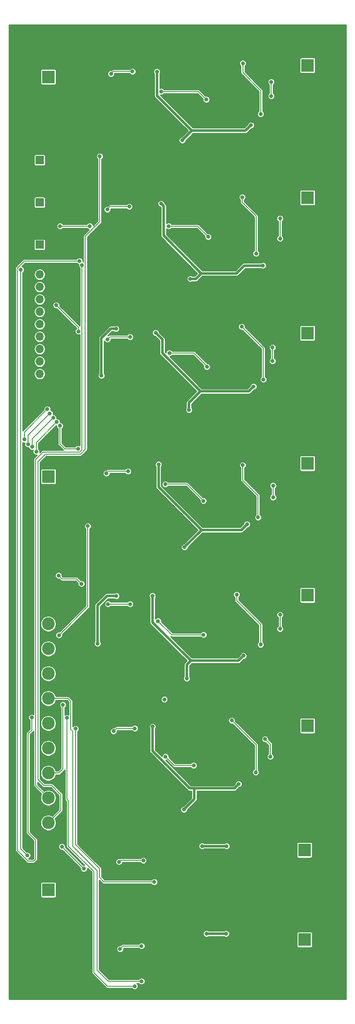
<source format=gbl>
G04 #@! TF.GenerationSoftware,KiCad,Pcbnew,(5.1.8-0-10_14)*
G04 #@! TF.CreationDate,2020-12-13T13:07:43+09:00*
G04 #@! TF.ProjectId,rsp02_LoadSW_OCP_Circuit_v1_2,72737030-325f-44c6-9f61-6453575f4f43,v1.2*
G04 #@! TF.SameCoordinates,Original*
G04 #@! TF.FileFunction,Copper,L2,Bot*
G04 #@! TF.FilePolarity,Positive*
%FSLAX46Y46*%
G04 Gerber Fmt 4.6, Leading zero omitted, Abs format (unit mm)*
G04 Created by KiCad (PCBNEW (5.1.8-0-10_14)) date 2020-12-13 13:07:43*
%MOMM*%
%LPD*%
G01*
G04 APERTURE LIST*
G04 #@! TA.AperFunction,ComponentPad*
%ADD10C,3.500000*%
G04 #@! TD*
G04 #@! TA.AperFunction,ComponentPad*
%ADD11O,1.700000X1.700000*%
G04 #@! TD*
G04 #@! TA.AperFunction,ComponentPad*
%ADD12R,1.700000X1.700000*%
G04 #@! TD*
G04 #@! TA.AperFunction,ComponentPad*
%ADD13C,2.600000*%
G04 #@! TD*
G04 #@! TA.AperFunction,ComponentPad*
%ADD14R,2.600000X2.600000*%
G04 #@! TD*
G04 #@! TA.AperFunction,ViaPad*
%ADD15C,0.800000*%
G04 #@! TD*
G04 #@! TA.AperFunction,Conductor*
%ADD16C,0.200000*%
G04 #@! TD*
G04 #@! TA.AperFunction,Conductor*
%ADD17C,0.500000*%
G04 #@! TD*
G04 #@! TA.AperFunction,Conductor*
%ADD18C,0.254000*%
G04 #@! TD*
G04 #@! TA.AperFunction,Conductor*
%ADD19C,0.100000*%
G04 #@! TD*
G04 APERTURE END LIST*
D10*
X62600000Y-225100000D03*
X124000000Y-226000000D03*
X124000000Y-47000000D03*
X62900000Y-32900000D03*
D11*
X66750000Y-81498000D03*
X66750000Y-84038000D03*
X66750000Y-86578000D03*
X66750000Y-89118000D03*
X66750000Y-91658000D03*
X66750000Y-94198000D03*
X66750000Y-96738000D03*
X66750000Y-99278000D03*
X66750000Y-101818000D03*
D12*
X66750000Y-104358000D03*
D11*
X66750000Y-72875332D03*
D12*
X66750000Y-75415332D03*
D11*
X66750000Y-64232666D03*
D12*
X66750000Y-66772666D03*
D11*
X66750000Y-55590000D03*
D12*
X66750000Y-58130000D03*
D13*
X68528000Y-46212000D03*
D14*
X68528000Y-41132000D03*
X68528000Y-122772000D03*
D13*
X68528000Y-127852000D03*
X68528000Y-212308000D03*
D14*
X68528000Y-207228000D03*
X121614000Y-38772000D03*
D13*
X121614000Y-33692000D03*
D14*
X121614000Y-65802000D03*
D13*
X121614000Y-60722000D03*
X121614000Y-88395000D03*
D14*
X121614000Y-93475000D03*
X121614000Y-120106000D03*
D13*
X121614000Y-115026000D03*
X121614000Y-141950000D03*
D14*
X121614000Y-147030000D03*
X121614000Y-173700000D03*
D13*
X121614000Y-168620000D03*
X121000000Y-194020000D03*
D14*
X121000000Y-199100000D03*
X121000000Y-217400000D03*
D13*
X121000000Y-212320000D03*
D14*
X68500000Y-147800000D03*
D13*
X68500000Y-152880000D03*
X68500000Y-157960000D03*
X68500000Y-163040000D03*
X68500000Y-168120000D03*
X68500000Y-173200000D03*
X68500000Y-178280000D03*
X68500000Y-183360000D03*
X68500000Y-188440000D03*
X68500000Y-193520000D03*
D15*
X92300000Y-168300000D03*
X93325000Y-97550000D03*
X101000000Y-100350000D03*
X105400000Y-31500000D03*
X125500000Y-34100000D03*
X128600000Y-36700000D03*
X125400000Y-38700000D03*
X127800000Y-40900000D03*
X122600000Y-43600000D03*
X119200000Y-45900000D03*
X116600000Y-40000000D03*
X117200000Y-43600000D03*
X116600000Y-32200000D03*
X109400000Y-31500000D03*
X100100000Y-31600000D03*
X94100000Y-31400000D03*
X85900000Y-31200000D03*
X90700000Y-34100000D03*
X81200000Y-34200000D03*
X100000000Y-36700000D03*
X97000000Y-41100000D03*
X109800000Y-44000000D03*
X110100000Y-48900000D03*
X85900000Y-46000000D03*
X71500000Y-32600000D03*
X71200000Y-43600000D03*
X71800000Y-52100000D03*
X73700000Y-57100000D03*
X69900000Y-57400000D03*
X91400000Y-56600000D03*
X99000000Y-57700000D03*
X105000000Y-57600000D03*
X113600000Y-57000000D03*
X123400000Y-52200000D03*
X127000000Y-51900000D03*
X124900000Y-55400000D03*
X81000000Y-61200000D03*
X91400000Y-61200000D03*
X101300000Y-63300000D03*
X92800000Y-65500000D03*
X125300000Y-60800000D03*
X125400000Y-65700000D03*
X120600000Y-72100000D03*
X126600000Y-72000000D03*
X124000000Y-75000000D03*
X127500000Y-77700000D03*
X124200000Y-80000000D03*
X126400000Y-82700000D03*
X117600000Y-80300000D03*
X117300000Y-52100000D03*
X109400000Y-84700000D03*
X102900000Y-85000000D03*
X92000000Y-83700000D03*
X83700000Y-84200000D03*
X79200000Y-84300000D03*
X70400000Y-81200000D03*
X63900000Y-85400000D03*
X70300000Y-84900000D03*
X86900000Y-73500000D03*
X63900000Y-93700000D03*
X64100000Y-103000000D03*
X80800000Y-88200000D03*
X91400000Y-88000000D03*
X100700000Y-90400000D03*
X92400000Y-92800000D03*
X98300000Y-95100000D03*
X116800000Y-106300000D03*
X84200000Y-100800000D03*
X91400000Y-101600000D03*
X80700000Y-111700000D03*
X86400000Y-111600000D03*
X92400000Y-111400000D03*
X101300000Y-111600000D03*
X106200000Y-111600000D03*
X110700000Y-111700000D03*
X125200000Y-109000000D03*
X127700000Y-104900000D03*
X122700000Y-104900000D03*
X125100000Y-100900000D03*
X120300000Y-98900000D03*
X125500000Y-91100000D03*
X66500000Y-109000000D03*
X69400000Y-114300000D03*
X61200000Y-106700000D03*
X61200000Y-112600000D03*
X80600000Y-115400000D03*
X92200000Y-115400000D03*
X100700000Y-117700000D03*
X110100000Y-119900000D03*
X114000000Y-119000000D03*
X125400000Y-115900000D03*
X125300000Y-119400000D03*
X120700000Y-125700000D03*
X125900000Y-125700000D03*
X123500000Y-129300000D03*
X121600000Y-133600000D03*
X126300000Y-133300000D03*
X116100000Y-133800000D03*
X98000000Y-122300000D03*
X90900000Y-128000000D03*
X85000000Y-127500000D03*
X80900000Y-129000000D03*
X68000000Y-132500000D03*
X70200000Y-132600000D03*
X67900000Y-137700000D03*
X70200000Y-137700000D03*
X110000000Y-138700000D03*
X105200000Y-139100000D03*
X99600000Y-138800000D03*
X92100000Y-139200000D03*
X86500000Y-139300000D03*
X81400000Y-138800000D03*
X67400000Y-143300000D03*
X80900000Y-142900000D03*
X91300000Y-142900000D03*
X100800000Y-144900000D03*
X125400000Y-142500000D03*
X125300000Y-146600000D03*
X120600000Y-154100000D03*
X125800000Y-154000000D03*
X120600000Y-161700000D03*
X125900000Y-161900000D03*
X97000000Y-148900000D03*
X114100000Y-156500000D03*
X114500000Y-161200000D03*
X84100000Y-155100000D03*
X88000000Y-156000000D03*
X76700000Y-154600000D03*
X75700000Y-165500000D03*
X75900000Y-172400000D03*
X81900000Y-168200000D03*
X96100000Y-174800000D03*
X100200000Y-165600000D03*
X89300000Y-165300000D03*
X85800000Y-165300000D03*
X106800000Y-165600000D03*
X112000000Y-165500000D03*
X125300000Y-168800000D03*
X125100000Y-173200000D03*
X119000000Y-179900000D03*
X125100000Y-179900000D03*
X119400000Y-183700000D03*
X125200000Y-183700000D03*
X120000000Y-188200000D03*
X125300000Y-188000000D03*
X113600000Y-187100000D03*
X112400000Y-192300000D03*
X103900000Y-192300000D03*
X94400000Y-192700000D03*
X85600000Y-192600000D03*
X78100000Y-181400000D03*
X83100000Y-181500000D03*
X61300000Y-192200000D03*
X61300000Y-201500000D03*
X65600000Y-192700000D03*
X65300000Y-187900000D03*
X65000000Y-207300000D03*
X65100000Y-211800000D03*
X62100000Y-218200000D03*
X63700000Y-221400000D03*
X91400000Y-215700000D03*
X94200000Y-219500000D03*
X109700000Y-222700000D03*
X110100000Y-204900000D03*
X91900000Y-197900000D03*
X93300000Y-200300000D03*
X81700000Y-208700000D03*
X86100000Y-208600000D03*
X83700000Y-228400000D03*
X108000000Y-228200000D03*
X114400000Y-228200000D03*
X119700000Y-228400000D03*
X117000000Y-223600000D03*
X124400000Y-212900000D03*
X124900000Y-217600000D03*
X117600000Y-205700000D03*
X123800000Y-205700000D03*
X124700000Y-194600000D03*
X124600000Y-199100000D03*
X111600000Y-199300000D03*
X111200000Y-216700000D03*
X112700000Y-209000000D03*
X107800000Y-209000000D03*
X108700000Y-172700000D03*
X90100000Y-181700000D03*
X65100000Y-123000000D03*
X65100000Y-128000000D03*
X65400000Y-40800000D03*
X65300000Y-46800000D03*
X78000000Y-47000000D03*
X76000000Y-193400000D03*
X112575000Y-102950000D03*
X108125000Y-92150000D03*
X114450000Y-96400000D03*
X114450000Y-99175000D03*
X97325000Y-109150000D03*
X110550000Y-104375000D03*
X82375000Y-92575000D03*
X79400000Y-102150000D03*
X90500000Y-93400000D03*
X96400000Y-137200000D03*
X109225000Y-132525000D03*
X91097000Y-120297000D03*
X114575000Y-124625000D03*
X114575000Y-127025000D03*
X89850000Y-147150000D03*
X108500000Y-159400000D03*
X96875000Y-164025000D03*
X82425000Y-147175000D03*
X78600000Y-156900000D03*
X116000000Y-151000000D03*
X116000000Y-153900000D03*
X89875000Y-173875000D03*
X107500000Y-185600000D03*
X96300000Y-190800000D03*
X112900000Y-176400000D03*
X114000000Y-180000000D03*
X95955000Y-54077000D03*
X110030000Y-51002000D03*
X90775000Y-40067000D03*
X114170000Y-42152000D03*
X114170000Y-45032000D03*
X97588000Y-82387000D03*
X97588000Y-82387000D03*
X112475000Y-79675000D03*
X91617000Y-67017000D03*
X116000000Y-70050000D03*
X116000000Y-74150000D03*
X92475000Y-124350000D03*
X100287500Y-127762500D03*
X100300000Y-155100000D03*
X91000000Y-152300000D03*
X98300000Y-181800000D03*
X92500000Y-180000000D03*
X91665000Y-44097000D03*
X100870000Y-45742000D03*
X93173000Y-71627000D03*
X101275000Y-73800000D03*
X68300000Y-109000000D03*
X63570031Y-115200000D03*
X83200000Y-219300000D03*
X87600000Y-218700000D03*
X75800000Y-202900000D03*
X71300000Y-198400000D03*
X68800000Y-109900000D03*
X64351992Y-116169995D03*
X87975000Y-201225000D03*
X83000000Y-201500000D03*
X86225000Y-174225000D03*
X81900000Y-174800000D03*
X69499999Y-110800001D03*
X65200000Y-116700000D03*
X75300000Y-144700000D03*
X70600000Y-143000000D03*
X70222865Y-111625152D03*
X66041884Y-117693576D03*
X85275000Y-148825000D03*
X80725000Y-148825000D03*
X74600000Y-117100000D03*
X70900000Y-112400000D03*
X80400000Y-122125000D03*
X84850000Y-121700000D03*
X80625000Y-94725000D03*
X85250000Y-94250000D03*
X70925000Y-71625000D03*
X77000000Y-71625000D03*
X81360000Y-40492000D03*
X85735000Y-40017000D03*
X80600000Y-68200000D03*
X85100000Y-67625000D03*
X62870030Y-80529970D03*
X64199996Y-200175731D03*
X86200000Y-226900000D03*
X72300000Y-172100000D03*
X74883809Y-78743507D03*
X65100000Y-172000000D03*
X87600000Y-225900000D03*
X90200000Y-205600000D03*
X74100000Y-174300000D03*
X70700000Y-155200000D03*
X76600000Y-132900000D03*
X71500000Y-169400000D03*
X75399990Y-79600000D03*
X79050001Y-57350001D03*
X108350000Y-120450000D03*
X111475000Y-131125000D03*
X111475000Y-131125000D03*
X107100000Y-146900000D03*
X112000000Y-157100000D03*
X111011000Y-183211000D03*
X106100000Y-172600000D03*
X104925000Y-216175000D03*
X100925000Y-216175000D03*
X108360000Y-38342000D03*
X112030000Y-48702000D03*
X108250000Y-65700000D03*
X111075000Y-77225000D03*
X105025000Y-198275000D03*
X100025000Y-198275000D03*
X74675000Y-93125000D03*
X70125000Y-87750000D03*
D16*
X93325000Y-97550000D02*
X98325000Y-97550000D01*
X98325000Y-97550000D02*
X101000000Y-100225000D01*
X101000000Y-100350000D02*
X101000000Y-100225000D01*
X108125000Y-92150000D02*
X112550000Y-96575000D01*
X112550000Y-102925000D02*
X112575000Y-102950000D01*
X112550000Y-96575000D02*
X112550000Y-102925000D01*
X114450000Y-96400000D02*
X114450000Y-99175000D01*
X114450000Y-99175000D02*
X114450000Y-99175000D01*
D17*
X97325000Y-109150000D02*
X97325000Y-107725000D01*
X97325000Y-107725000D02*
X99675000Y-105375000D01*
X99675000Y-105375000D02*
X109550000Y-105375000D01*
X109550000Y-105375000D02*
X110550000Y-104375000D01*
X110550000Y-104375000D02*
X110550000Y-104375000D01*
X82375000Y-92575000D02*
X81300000Y-92575000D01*
X81300000Y-92575000D02*
X79400000Y-94475000D01*
X79400000Y-94475000D02*
X79400000Y-102150000D01*
X79400000Y-102150000D02*
X79400000Y-102150000D01*
X90500000Y-93400000D02*
X91875000Y-94775000D01*
X91875000Y-97575000D02*
X99675000Y-105375000D01*
X91875000Y-94775000D02*
X91875000Y-97575000D01*
X96400000Y-137200000D02*
X99900000Y-133700000D01*
X99900000Y-133700000D02*
X108050000Y-133700000D01*
X108050000Y-133700000D02*
X109225000Y-132525000D01*
X109225000Y-132525000D02*
X109225000Y-132525000D01*
X91097000Y-124897000D02*
X99900000Y-133700000D01*
X91097000Y-120297000D02*
X91097000Y-124897000D01*
D16*
X114575000Y-124625000D02*
X114575000Y-127025000D01*
X114575000Y-127025000D02*
X114575000Y-127025000D01*
D17*
X89850000Y-147150000D02*
X89850000Y-152550000D01*
X89850000Y-152550000D02*
X97700000Y-160400000D01*
X97700000Y-160400000D02*
X107500000Y-160400000D01*
X107500000Y-160400000D02*
X108500000Y-159400000D01*
X108500000Y-159400000D02*
X108500000Y-159400000D01*
X96875000Y-161225000D02*
X97700000Y-160400000D01*
X96875000Y-164025000D02*
X96875000Y-161225000D01*
X82425000Y-147175000D02*
X80525000Y-147175000D01*
X80525000Y-147175000D02*
X78600000Y-149100000D01*
X78600000Y-149100000D02*
X78600000Y-156900000D01*
X78600000Y-156900000D02*
X78600000Y-156900000D01*
D16*
X116000000Y-151000000D02*
X116000000Y-153900000D01*
X116000000Y-153900000D02*
X116000000Y-153900000D01*
D17*
X89875000Y-173875000D02*
X89875000Y-178875000D01*
X106600000Y-186500000D02*
X107500000Y-185600000D01*
X98400000Y-186500000D02*
X98400000Y-188700000D01*
X97500000Y-186500000D02*
X98400000Y-186500000D01*
X98400000Y-186500000D02*
X106600000Y-186500000D01*
X98400000Y-188700000D02*
X96300000Y-190800000D01*
X107500000Y-185600000D02*
X107500000Y-185600000D01*
X96300000Y-190800000D02*
X96300000Y-190800000D01*
X90000000Y-179000000D02*
X97500000Y-186500000D01*
X89875000Y-178875000D02*
X90000000Y-179000000D01*
D16*
X112900000Y-176400000D02*
X113900000Y-177400000D01*
X113900000Y-177400000D02*
X114000000Y-177500000D01*
X114000000Y-177500000D02*
X114000000Y-180000000D01*
X114000000Y-180000000D02*
X114000000Y-180000000D01*
D17*
X95955000Y-54077000D02*
X97930000Y-52102000D01*
X97930000Y-52102000D02*
X108930000Y-52102000D01*
X108930000Y-52102000D02*
X110030000Y-51002000D01*
X110030000Y-51002000D02*
X110030000Y-51002000D01*
X90775000Y-44947000D02*
X97930000Y-52102000D01*
X90775000Y-40067000D02*
X90775000Y-44947000D01*
D16*
X114170000Y-42152000D02*
X114170000Y-45032000D01*
X114170000Y-45032000D02*
X114170000Y-45032000D01*
D17*
X97588000Y-82387000D02*
X98738000Y-82387000D01*
X98738000Y-82387000D02*
X99850000Y-81275000D01*
X99850000Y-81275000D02*
X107075000Y-81275000D01*
X107075000Y-81275000D02*
X108675000Y-79675000D01*
X108675000Y-79675000D02*
X112475000Y-79675000D01*
X112475000Y-79675000D02*
X112475000Y-79675000D01*
X91617000Y-67017000D02*
X92125000Y-67525000D01*
X92125000Y-73550000D02*
X99850000Y-81275000D01*
X92125000Y-67525000D02*
X92125000Y-73550000D01*
D16*
X116000000Y-70050000D02*
X116000000Y-74150000D01*
X116000000Y-74150000D02*
X116000000Y-74150000D01*
X92475000Y-124350000D02*
X96900000Y-124350000D01*
X96900000Y-124350000D02*
X100275000Y-127725000D01*
X100300000Y-155100000D02*
X100300000Y-155100000D01*
X100300000Y-155100000D02*
X93800000Y-155100000D01*
X93800000Y-155100000D02*
X91000000Y-152300000D01*
X98300000Y-181800000D02*
X98300000Y-181800000D01*
X94300000Y-181800000D02*
X92500000Y-180000000D01*
X98300000Y-181800000D02*
X94300000Y-181800000D01*
X91665000Y-44097000D02*
X99145000Y-44097000D01*
X99225000Y-44097000D02*
X99145000Y-44097000D01*
X100870000Y-45742000D02*
X99225000Y-44097000D01*
X99102000Y-71627000D02*
X101275000Y-73800000D01*
X93173000Y-71627000D02*
X99102000Y-71627000D01*
X68300000Y-109000000D02*
X68300000Y-109000000D01*
X68300000Y-109000000D02*
X63570031Y-113729969D01*
X63570031Y-113729969D02*
X63570031Y-115200000D01*
X83200000Y-219300000D02*
X83800000Y-218700000D01*
X83800000Y-218700000D02*
X87600000Y-218700000D01*
X87600000Y-218700000D02*
X87600000Y-218700000D01*
X75800000Y-202900000D02*
X71300000Y-198400000D01*
X71300000Y-198400000D02*
X71300000Y-198400000D01*
X68800000Y-109900000D02*
X68800000Y-109900000D01*
X64351992Y-114348008D02*
X64351992Y-116169995D01*
X68800000Y-109900000D02*
X64351992Y-114348008D01*
X87975000Y-201225000D02*
X83275000Y-201225000D01*
X83275000Y-201225000D02*
X83000000Y-201500000D01*
X83000000Y-201500000D02*
X83000000Y-201500000D01*
X86225000Y-174225000D02*
X82475000Y-174225000D01*
X82475000Y-174225000D02*
X81900000Y-174800000D01*
X81900000Y-174800000D02*
X81900000Y-174800000D01*
X69499999Y-110800001D02*
X65200000Y-115100000D01*
X65200000Y-115100000D02*
X65200000Y-116700000D01*
X75300000Y-144700000D02*
X74400000Y-143800000D01*
X74400000Y-143800000D02*
X74300000Y-143700000D01*
X74300000Y-143700000D02*
X71300000Y-143700000D01*
X71300000Y-143700000D02*
X70600000Y-143000000D01*
X70600000Y-143000000D02*
X70600000Y-143000000D01*
X70222865Y-111625152D02*
X66041884Y-115806133D01*
X66041884Y-115806133D02*
X66041884Y-117693576D01*
X85275000Y-148825000D02*
X80725000Y-148825000D01*
X80725000Y-148825000D02*
X80725000Y-148825000D01*
X70900000Y-116100000D02*
X70900000Y-112400000D01*
X71900000Y-117100000D02*
X70900000Y-116100000D01*
X74600000Y-117100000D02*
X71900000Y-117100000D01*
X80400000Y-122125000D02*
X80400000Y-122025000D01*
X80400000Y-122025000D02*
X80725000Y-121700000D01*
X80725000Y-121700000D02*
X84850000Y-121700000D01*
X84850000Y-121700000D02*
X84850000Y-121700000D01*
X80625000Y-94725000D02*
X81100000Y-94250000D01*
X81100000Y-94250000D02*
X85250000Y-94250000D01*
X85250000Y-94250000D02*
X85250000Y-94250000D01*
X70925000Y-71625000D02*
X77000000Y-71625000D01*
X81835000Y-40017000D02*
X81360000Y-40492000D01*
X85735000Y-40017000D02*
X81835000Y-40017000D01*
X80600000Y-68200000D02*
X81175000Y-67625000D01*
X81175000Y-67625000D02*
X85100000Y-67625000D01*
X85100000Y-67625000D02*
X85100000Y-67625000D01*
X62870030Y-80529970D02*
X62870030Y-80529970D01*
X62870030Y-80529970D02*
X62870030Y-198845765D01*
X62870030Y-198845765D02*
X64199996Y-200175731D01*
X72600000Y-189000000D02*
X72600000Y-198300000D01*
X72600000Y-198300000D02*
X77800000Y-203500000D01*
X77800000Y-203500000D02*
X77800000Y-224100000D01*
X77800000Y-224100000D02*
X80600000Y-226900000D01*
X80600000Y-226900000D02*
X86200000Y-226900000D01*
X86200000Y-226900000D02*
X86200000Y-226900000D01*
X72300000Y-188700000D02*
X72600000Y-189000000D01*
X72300000Y-172100000D02*
X72300000Y-188700000D01*
X65100000Y-172000000D02*
X65100000Y-172000000D01*
X64400000Y-175300000D02*
X65100000Y-174600000D01*
X65900000Y-200936002D02*
X65900000Y-197000000D01*
X64358302Y-201324001D02*
X65512001Y-201324001D01*
X65512001Y-201324001D02*
X65900000Y-200936002D01*
X64400000Y-195500000D02*
X64400000Y-175300000D01*
X62170029Y-80193969D02*
X62170029Y-199135728D01*
X65900000Y-197000000D02*
X64400000Y-195500000D01*
X63620491Y-78743507D02*
X62170029Y-80193969D01*
X74883809Y-78743507D02*
X63620491Y-78743507D01*
X65100000Y-174600000D02*
X65100000Y-172000000D01*
X62170029Y-199135728D02*
X64358302Y-201324001D01*
X73499999Y-174799991D02*
X73100000Y-174399992D01*
X73499999Y-198299999D02*
X73499999Y-174799991D01*
X87600000Y-225900000D02*
X80800000Y-225900000D01*
X78500000Y-203300000D02*
X73499999Y-198299999D01*
X78500000Y-223600000D02*
X78500000Y-203300000D01*
X80800000Y-225900000D02*
X78500000Y-223600000D01*
X68500000Y-168120000D02*
X72520000Y-168120000D01*
X73100000Y-168700000D02*
X73100000Y-174399992D01*
X72520000Y-168120000D02*
X73100000Y-168700000D01*
X90200000Y-205600000D02*
X79900000Y-205600000D01*
X79900000Y-205600000D02*
X79000000Y-204700000D01*
X79000000Y-204700000D02*
X79000000Y-202900000D01*
X79000000Y-202900000D02*
X74100000Y-198000000D01*
X74100000Y-198000000D02*
X74100000Y-174300000D01*
X70700000Y-155200000D02*
X76600000Y-149300000D01*
X76600000Y-149300000D02*
X76600000Y-132900000D01*
X76600000Y-132900000D02*
X76600000Y-132900000D01*
X68500000Y-183360000D02*
X70640000Y-183360000D01*
X70640000Y-183360000D02*
X71500000Y-182500000D01*
X71500000Y-182500000D02*
X71500000Y-169400000D01*
X71500000Y-169400000D02*
X71500000Y-169400000D01*
X65900000Y-185840000D02*
X68500000Y-188440000D01*
X65900000Y-119300000D02*
X65900000Y-185840000D01*
X67399999Y-117800001D02*
X65900000Y-119300000D01*
X74936001Y-117800001D02*
X67399999Y-117800001D01*
X75399990Y-117336012D02*
X74936001Y-117800001D01*
X75399990Y-79600000D02*
X75399990Y-117336012D01*
X79050001Y-57350001D02*
X79050001Y-57350001D01*
X69200000Y-185900000D02*
X71100000Y-187800000D01*
X67600000Y-185900000D02*
X69200000Y-185900000D01*
X71100000Y-190920000D02*
X68500000Y-193520000D01*
X76100000Y-117201701D02*
X75101690Y-118200011D01*
X66400000Y-184700000D02*
X67600000Y-185900000D01*
X75101690Y-118200011D02*
X67899989Y-118200011D01*
X79050001Y-70749999D02*
X76100000Y-73700000D01*
X66400000Y-119700000D02*
X66400000Y-184700000D01*
X67899989Y-118200011D02*
X66400000Y-119700000D01*
X76100000Y-73700000D02*
X76100000Y-117201701D01*
X71100000Y-187800000D02*
X71100000Y-190920000D01*
X79050001Y-57350001D02*
X79050001Y-70749999D01*
X108350000Y-120450000D02*
X108350000Y-123525000D01*
X108350000Y-123525000D02*
X111475000Y-126650000D01*
X111475000Y-126650000D02*
X111475000Y-131125000D01*
X111475000Y-131125000D02*
X111475000Y-131125000D01*
X111475000Y-131125000D02*
X111475000Y-131125000D01*
X107100000Y-146900000D02*
X107100000Y-148100000D01*
X107100000Y-148100000D02*
X112000000Y-153000000D01*
X112000000Y-153000000D02*
X112000000Y-157100000D01*
X112000000Y-157100000D02*
X112000000Y-157100000D01*
X106100000Y-172600000D02*
X111100000Y-177600000D01*
X111100000Y-183122000D02*
X111011000Y-183211000D01*
X111100000Y-177600000D02*
X111100000Y-183122000D01*
D17*
X104925000Y-216175000D02*
X100925000Y-216175000D01*
X100925000Y-216175000D02*
X100925000Y-216175000D01*
D16*
X108360000Y-40258002D02*
X112030000Y-43928002D01*
X108360000Y-38342000D02*
X108360000Y-40258002D01*
X112030000Y-43928002D02*
X112030000Y-48702000D01*
X112030000Y-48702000D02*
X112030000Y-48702000D01*
X108250000Y-65700000D02*
X108250000Y-66750000D01*
X108250000Y-66750000D02*
X111075000Y-69575000D01*
X111075000Y-69575000D02*
X111075000Y-77225000D01*
X111075000Y-77225000D02*
X111075000Y-77225000D01*
D17*
X105025000Y-198275000D02*
X100025000Y-198275000D01*
X100025000Y-198275000D02*
X100025000Y-198275000D01*
D16*
X74675000Y-93125000D02*
X74675000Y-92300000D01*
X74675000Y-92300000D02*
X70125000Y-87750000D01*
X70125000Y-87750000D02*
X70125000Y-87750000D01*
D18*
X129523001Y-229523000D02*
X60477000Y-229523000D01*
X60477000Y-205928000D01*
X66899418Y-205928000D01*
X66899418Y-208528000D01*
X66905732Y-208592103D01*
X66924430Y-208653743D01*
X66954794Y-208710550D01*
X66995657Y-208760343D01*
X67045450Y-208801206D01*
X67102257Y-208831570D01*
X67163897Y-208850268D01*
X67228000Y-208856582D01*
X69828000Y-208856582D01*
X69892103Y-208850268D01*
X69953743Y-208831570D01*
X70010550Y-208801206D01*
X70060343Y-208760343D01*
X70101206Y-208710550D01*
X70131570Y-208653743D01*
X70150268Y-208592103D01*
X70156582Y-208528000D01*
X70156582Y-205928000D01*
X70150268Y-205863897D01*
X70131570Y-205802257D01*
X70101206Y-205745450D01*
X70060343Y-205695657D01*
X70010550Y-205654794D01*
X69953743Y-205624430D01*
X69892103Y-205605732D01*
X69828000Y-205599418D01*
X67228000Y-205599418D01*
X67163897Y-205605732D01*
X67102257Y-205624430D01*
X67045450Y-205654794D01*
X66995657Y-205695657D01*
X66954794Y-205745450D01*
X66924430Y-205802257D01*
X66905732Y-205863897D01*
X66899418Y-205928000D01*
X60477000Y-205928000D01*
X60477000Y-80193969D01*
X61740964Y-80193969D01*
X61743029Y-80214936D01*
X61743030Y-199114751D01*
X61740964Y-199135728D01*
X61749208Y-199219434D01*
X61773625Y-199299924D01*
X61813274Y-199374104D01*
X61853261Y-199422828D01*
X61853266Y-199422833D01*
X61866635Y-199439123D01*
X61882924Y-199452491D01*
X64041543Y-201611112D01*
X64054907Y-201627396D01*
X64071191Y-201640760D01*
X64071200Y-201640769D01*
X64119925Y-201680756D01*
X64134294Y-201688436D01*
X64194106Y-201720406D01*
X64274595Y-201744823D01*
X64337324Y-201751001D01*
X64337336Y-201751001D01*
X64358301Y-201753066D01*
X64379266Y-201751001D01*
X65491034Y-201751001D01*
X65512001Y-201753066D01*
X65532968Y-201751001D01*
X65532979Y-201751001D01*
X65595708Y-201744823D01*
X65676197Y-201720406D01*
X65750377Y-201680756D01*
X65815396Y-201627396D01*
X65828769Y-201611101D01*
X66187106Y-201252765D01*
X66203395Y-201239397D01*
X66216764Y-201223107D01*
X66216767Y-201223104D01*
X66256755Y-201174379D01*
X66296404Y-201100199D01*
X66296405Y-201100198D01*
X66320822Y-201019709D01*
X66327000Y-200956980D01*
X66327000Y-200956968D01*
X66329065Y-200936003D01*
X66327000Y-200915038D01*
X66327000Y-197020964D01*
X66329065Y-196999999D01*
X66327000Y-196979034D01*
X66327000Y-196979022D01*
X66320822Y-196916293D01*
X66296405Y-196835804D01*
X66277948Y-196801273D01*
X66256755Y-196761623D01*
X66216768Y-196712898D01*
X66216759Y-196712889D01*
X66203395Y-196696605D01*
X66187111Y-196683241D01*
X64827000Y-195323132D01*
X64827000Y-175476868D01*
X65387106Y-174916763D01*
X65403395Y-174903395D01*
X65416764Y-174887105D01*
X65416767Y-174887102D01*
X65456755Y-174838377D01*
X65473001Y-174807982D01*
X65473001Y-185819023D01*
X65470935Y-185840000D01*
X65473001Y-185860977D01*
X65473001Y-185860978D01*
X65479179Y-185923707D01*
X65498672Y-185987965D01*
X65503596Y-186004196D01*
X65543245Y-186078376D01*
X65583232Y-186127100D01*
X65583237Y-186127105D01*
X65596606Y-186143395D01*
X65612895Y-186156764D01*
X67085123Y-187628992D01*
X67058172Y-187669327D01*
X66935525Y-187965422D01*
X66873000Y-188279755D01*
X66873000Y-188600245D01*
X66935525Y-188914578D01*
X67058172Y-189210673D01*
X67236227Y-189477152D01*
X67462848Y-189703773D01*
X67729327Y-189881828D01*
X68025422Y-190004475D01*
X68339755Y-190067000D01*
X68660245Y-190067000D01*
X68974578Y-190004475D01*
X69270673Y-189881828D01*
X69537152Y-189703773D01*
X69763773Y-189477152D01*
X69941828Y-189210673D01*
X70064475Y-188914578D01*
X70127000Y-188600245D01*
X70127000Y-188279755D01*
X70064475Y-187965422D01*
X69941828Y-187669327D01*
X69763773Y-187402848D01*
X69537152Y-187176227D01*
X69270673Y-186998172D01*
X68974578Y-186875525D01*
X68660245Y-186813000D01*
X68339755Y-186813000D01*
X68025422Y-186875525D01*
X67729327Y-186998172D01*
X67688992Y-187025123D01*
X66327000Y-185663132D01*
X66327000Y-185230868D01*
X67283241Y-186187111D01*
X67296605Y-186203395D01*
X67312889Y-186216759D01*
X67312898Y-186216768D01*
X67361623Y-186256755D01*
X67384656Y-186269066D01*
X67435804Y-186296405D01*
X67516293Y-186320822D01*
X67579022Y-186327000D01*
X67579034Y-186327000D01*
X67599999Y-186329065D01*
X67620964Y-186327000D01*
X69023132Y-186327000D01*
X70673000Y-187976869D01*
X70673001Y-190743129D01*
X69311008Y-192105123D01*
X69270673Y-192078172D01*
X68974578Y-191955525D01*
X68660245Y-191893000D01*
X68339755Y-191893000D01*
X68025422Y-191955525D01*
X67729327Y-192078172D01*
X67462848Y-192256227D01*
X67236227Y-192482848D01*
X67058172Y-192749327D01*
X66935525Y-193045422D01*
X66873000Y-193359755D01*
X66873000Y-193680245D01*
X66935525Y-193994578D01*
X67058172Y-194290673D01*
X67236227Y-194557152D01*
X67462848Y-194783773D01*
X67729327Y-194961828D01*
X68025422Y-195084475D01*
X68339755Y-195147000D01*
X68660245Y-195147000D01*
X68974578Y-195084475D01*
X69270673Y-194961828D01*
X69537152Y-194783773D01*
X69763773Y-194557152D01*
X69941828Y-194290673D01*
X70064475Y-193994578D01*
X70127000Y-193680245D01*
X70127000Y-193359755D01*
X70064475Y-193045422D01*
X69941828Y-192749327D01*
X69914877Y-192708992D01*
X71387111Y-191236759D01*
X71403395Y-191223395D01*
X71416759Y-191207111D01*
X71416768Y-191207102D01*
X71456755Y-191158377D01*
X71496404Y-191084197D01*
X71496405Y-191084196D01*
X71520822Y-191003707D01*
X71527000Y-190940978D01*
X71527000Y-190940966D01*
X71529065Y-190920001D01*
X71527000Y-190899036D01*
X71527000Y-187820967D01*
X71529065Y-187800000D01*
X71527000Y-187779033D01*
X71527000Y-187779022D01*
X71520822Y-187716293D01*
X71496405Y-187635804D01*
X71487176Y-187618538D01*
X71456756Y-187561623D01*
X71416768Y-187512899D01*
X71416764Y-187512895D01*
X71403395Y-187496605D01*
X71387106Y-187483237D01*
X69516766Y-185612898D01*
X69503395Y-185596605D01*
X69438376Y-185543245D01*
X69364196Y-185503595D01*
X69283707Y-185479178D01*
X69220978Y-185473000D01*
X69220967Y-185473000D01*
X69200000Y-185470935D01*
X69179033Y-185473000D01*
X67776870Y-185473000D01*
X66827000Y-184523132D01*
X66827000Y-178119755D01*
X66873000Y-178119755D01*
X66873000Y-178440245D01*
X66935525Y-178754578D01*
X67058172Y-179050673D01*
X67236227Y-179317152D01*
X67462848Y-179543773D01*
X67729327Y-179721828D01*
X68025422Y-179844475D01*
X68339755Y-179907000D01*
X68660245Y-179907000D01*
X68974578Y-179844475D01*
X69270673Y-179721828D01*
X69537152Y-179543773D01*
X69763773Y-179317152D01*
X69941828Y-179050673D01*
X70064475Y-178754578D01*
X70127000Y-178440245D01*
X70127000Y-178119755D01*
X70064475Y-177805422D01*
X69941828Y-177509327D01*
X69763773Y-177242848D01*
X69537152Y-177016227D01*
X69270673Y-176838172D01*
X68974578Y-176715525D01*
X68660245Y-176653000D01*
X68339755Y-176653000D01*
X68025422Y-176715525D01*
X67729327Y-176838172D01*
X67462848Y-177016227D01*
X67236227Y-177242848D01*
X67058172Y-177509327D01*
X66935525Y-177805422D01*
X66873000Y-178119755D01*
X66827000Y-178119755D01*
X66827000Y-173039755D01*
X66873000Y-173039755D01*
X66873000Y-173360245D01*
X66935525Y-173674578D01*
X67058172Y-173970673D01*
X67236227Y-174237152D01*
X67462848Y-174463773D01*
X67729327Y-174641828D01*
X68025422Y-174764475D01*
X68339755Y-174827000D01*
X68660245Y-174827000D01*
X68974578Y-174764475D01*
X69270673Y-174641828D01*
X69537152Y-174463773D01*
X69763773Y-174237152D01*
X69941828Y-173970673D01*
X70064475Y-173674578D01*
X70127000Y-173360245D01*
X70127000Y-173039755D01*
X70064475Y-172725422D01*
X69941828Y-172429327D01*
X69763773Y-172162848D01*
X69537152Y-171936227D01*
X69270673Y-171758172D01*
X68974578Y-171635525D01*
X68660245Y-171573000D01*
X68339755Y-171573000D01*
X68025422Y-171635525D01*
X67729327Y-171758172D01*
X67462848Y-171936227D01*
X67236227Y-172162848D01*
X67058172Y-172429327D01*
X66935525Y-172725422D01*
X66873000Y-173039755D01*
X66827000Y-173039755D01*
X66827000Y-167959755D01*
X66873000Y-167959755D01*
X66873000Y-168280245D01*
X66935525Y-168594578D01*
X67058172Y-168890673D01*
X67236227Y-169157152D01*
X67462848Y-169383773D01*
X67729327Y-169561828D01*
X68025422Y-169684475D01*
X68339755Y-169747000D01*
X68660245Y-169747000D01*
X68974578Y-169684475D01*
X69270673Y-169561828D01*
X69537152Y-169383773D01*
X69763773Y-169157152D01*
X69941828Y-168890673D01*
X70064475Y-168594578D01*
X70073939Y-168547000D01*
X72343132Y-168547000D01*
X72673000Y-168876869D01*
X72673000Y-171474875D01*
X72644364Y-171455741D01*
X72512058Y-171400938D01*
X72371603Y-171373000D01*
X72228397Y-171373000D01*
X72087942Y-171400938D01*
X71955636Y-171455741D01*
X71927000Y-171474875D01*
X71927000Y-169989044D01*
X71963436Y-169964698D01*
X72064698Y-169863436D01*
X72144259Y-169744364D01*
X72199062Y-169612058D01*
X72227000Y-169471603D01*
X72227000Y-169328397D01*
X72199062Y-169187942D01*
X72144259Y-169055636D01*
X72064698Y-168936564D01*
X71963436Y-168835302D01*
X71844364Y-168755741D01*
X71712058Y-168700938D01*
X71571603Y-168673000D01*
X71428397Y-168673000D01*
X71287942Y-168700938D01*
X71155636Y-168755741D01*
X71036564Y-168835302D01*
X70935302Y-168936564D01*
X70855741Y-169055636D01*
X70800938Y-169187942D01*
X70773000Y-169328397D01*
X70773000Y-169471603D01*
X70800938Y-169612058D01*
X70855741Y-169744364D01*
X70935302Y-169863436D01*
X71036564Y-169964698D01*
X71073001Y-169989044D01*
X71073000Y-182323131D01*
X70463132Y-182933000D01*
X70073939Y-182933000D01*
X70064475Y-182885422D01*
X69941828Y-182589327D01*
X69763773Y-182322848D01*
X69537152Y-182096227D01*
X69270673Y-181918172D01*
X68974578Y-181795525D01*
X68660245Y-181733000D01*
X68339755Y-181733000D01*
X68025422Y-181795525D01*
X67729327Y-181918172D01*
X67462848Y-182096227D01*
X67236227Y-182322848D01*
X67058172Y-182589327D01*
X66935525Y-182885422D01*
X66873000Y-183199755D01*
X66873000Y-183520245D01*
X66935525Y-183834578D01*
X67058172Y-184130673D01*
X67236227Y-184397152D01*
X67462848Y-184623773D01*
X67729327Y-184801828D01*
X68025422Y-184924475D01*
X68339755Y-184987000D01*
X68660245Y-184987000D01*
X68974578Y-184924475D01*
X69270673Y-184801828D01*
X69537152Y-184623773D01*
X69763773Y-184397152D01*
X69941828Y-184130673D01*
X70064475Y-183834578D01*
X70073939Y-183787000D01*
X70619033Y-183787000D01*
X70640000Y-183789065D01*
X70660967Y-183787000D01*
X70660978Y-183787000D01*
X70723707Y-183780822D01*
X70804196Y-183756405D01*
X70878376Y-183716755D01*
X70943395Y-183663395D01*
X70956768Y-183647100D01*
X71787106Y-182816763D01*
X71803395Y-182803395D01*
X71816764Y-182787105D01*
X71816768Y-182787101D01*
X71856756Y-182738377D01*
X71873001Y-182707985D01*
X71873001Y-188679023D01*
X71870935Y-188700000D01*
X71879179Y-188783706D01*
X71903596Y-188864196D01*
X71943245Y-188938376D01*
X71983232Y-188987100D01*
X71983237Y-188987105D01*
X71996606Y-189003395D01*
X72012895Y-189016763D01*
X72173000Y-189176869D01*
X72173001Y-198279023D01*
X72170935Y-198300000D01*
X72173001Y-198320976D01*
X72173001Y-198320978D01*
X72179179Y-198383707D01*
X72183031Y-198396405D01*
X72203596Y-198464196D01*
X72243245Y-198538376D01*
X72283232Y-198587100D01*
X72283237Y-198587105D01*
X72296606Y-198603395D01*
X72312896Y-198616764D01*
X75869131Y-202173000D01*
X75728397Y-202173000D01*
X75685418Y-202181549D01*
X72018451Y-198514583D01*
X72027000Y-198471603D01*
X72027000Y-198328397D01*
X71999062Y-198187942D01*
X71944259Y-198055636D01*
X71864698Y-197936564D01*
X71763436Y-197835302D01*
X71644364Y-197755741D01*
X71512058Y-197700938D01*
X71371603Y-197673000D01*
X71228397Y-197673000D01*
X71087942Y-197700938D01*
X70955636Y-197755741D01*
X70836564Y-197835302D01*
X70735302Y-197936564D01*
X70655741Y-198055636D01*
X70600938Y-198187942D01*
X70573000Y-198328397D01*
X70573000Y-198471603D01*
X70600938Y-198612058D01*
X70655741Y-198744364D01*
X70735302Y-198863436D01*
X70836564Y-198964698D01*
X70955636Y-199044259D01*
X71087942Y-199099062D01*
X71228397Y-199127000D01*
X71371603Y-199127000D01*
X71414583Y-199118451D01*
X75081549Y-202785418D01*
X75073000Y-202828397D01*
X75073000Y-202971603D01*
X75100938Y-203112058D01*
X75155741Y-203244364D01*
X75235302Y-203363436D01*
X75336564Y-203464698D01*
X75455636Y-203544259D01*
X75587942Y-203599062D01*
X75728397Y-203627000D01*
X75871603Y-203627000D01*
X76012058Y-203599062D01*
X76144364Y-203544259D01*
X76263436Y-203464698D01*
X76364698Y-203363436D01*
X76444259Y-203244364D01*
X76499062Y-203112058D01*
X76527000Y-202971603D01*
X76527000Y-202830869D01*
X77373000Y-203676869D01*
X77373001Y-224079023D01*
X77370935Y-224100000D01*
X77379179Y-224183706D01*
X77403596Y-224264196D01*
X77443245Y-224338376D01*
X77483232Y-224387100D01*
X77483237Y-224387105D01*
X77496606Y-224403395D01*
X77512896Y-224416764D01*
X80283236Y-227187105D01*
X80296605Y-227203395D01*
X80312895Y-227216764D01*
X80312899Y-227216768D01*
X80361623Y-227256755D01*
X80401273Y-227277948D01*
X80435804Y-227296405D01*
X80516293Y-227320822D01*
X80579022Y-227327000D01*
X80579033Y-227327000D01*
X80600000Y-227329065D01*
X80620967Y-227327000D01*
X85610956Y-227327000D01*
X85635302Y-227363436D01*
X85736564Y-227464698D01*
X85855636Y-227544259D01*
X85987942Y-227599062D01*
X86128397Y-227627000D01*
X86271603Y-227627000D01*
X86412058Y-227599062D01*
X86544364Y-227544259D01*
X86663436Y-227464698D01*
X86764698Y-227363436D01*
X86844259Y-227244364D01*
X86899062Y-227112058D01*
X86927000Y-226971603D01*
X86927000Y-226828397D01*
X86899062Y-226687942D01*
X86844259Y-226555636D01*
X86764698Y-226436564D01*
X86663436Y-226335302D01*
X86651011Y-226327000D01*
X87010956Y-226327000D01*
X87035302Y-226363436D01*
X87136564Y-226464698D01*
X87255636Y-226544259D01*
X87387942Y-226599062D01*
X87528397Y-226627000D01*
X87671603Y-226627000D01*
X87812058Y-226599062D01*
X87944364Y-226544259D01*
X88063436Y-226464698D01*
X88164698Y-226363436D01*
X88244259Y-226244364D01*
X88299062Y-226112058D01*
X88327000Y-225971603D01*
X88327000Y-225828397D01*
X88299062Y-225687942D01*
X88244259Y-225555636D01*
X88164698Y-225436564D01*
X88063436Y-225335302D01*
X87944364Y-225255741D01*
X87812058Y-225200938D01*
X87671603Y-225173000D01*
X87528397Y-225173000D01*
X87387942Y-225200938D01*
X87255636Y-225255741D01*
X87136564Y-225335302D01*
X87035302Y-225436564D01*
X87010956Y-225473000D01*
X80976870Y-225473000D01*
X78927000Y-223423132D01*
X78927000Y-219228397D01*
X82473000Y-219228397D01*
X82473000Y-219371603D01*
X82500938Y-219512058D01*
X82555741Y-219644364D01*
X82635302Y-219763436D01*
X82736564Y-219864698D01*
X82855636Y-219944259D01*
X82987942Y-219999062D01*
X83128397Y-220027000D01*
X83271603Y-220027000D01*
X83412058Y-219999062D01*
X83544364Y-219944259D01*
X83663436Y-219864698D01*
X83764698Y-219763436D01*
X83844259Y-219644364D01*
X83899062Y-219512058D01*
X83927000Y-219371603D01*
X83927000Y-219228397D01*
X83918451Y-219185418D01*
X83976870Y-219127000D01*
X87010956Y-219127000D01*
X87035302Y-219163436D01*
X87136564Y-219264698D01*
X87255636Y-219344259D01*
X87387942Y-219399062D01*
X87528397Y-219427000D01*
X87671603Y-219427000D01*
X87812058Y-219399062D01*
X87944364Y-219344259D01*
X88063436Y-219264698D01*
X88164698Y-219163436D01*
X88244259Y-219044364D01*
X88299062Y-218912058D01*
X88327000Y-218771603D01*
X88327000Y-218628397D01*
X88299062Y-218487942D01*
X88244259Y-218355636D01*
X88164698Y-218236564D01*
X88063436Y-218135302D01*
X87944364Y-218055741D01*
X87812058Y-218000938D01*
X87671603Y-217973000D01*
X87528397Y-217973000D01*
X87387942Y-218000938D01*
X87255636Y-218055741D01*
X87136564Y-218135302D01*
X87035302Y-218236564D01*
X87010956Y-218273000D01*
X83820966Y-218273000D01*
X83799999Y-218270935D01*
X83779032Y-218273000D01*
X83779022Y-218273000D01*
X83716293Y-218279178D01*
X83635804Y-218303595D01*
X83601273Y-218322052D01*
X83561623Y-218343245D01*
X83512898Y-218383232D01*
X83512889Y-218383241D01*
X83496605Y-218396605D01*
X83483241Y-218412890D01*
X83314582Y-218581549D01*
X83271603Y-218573000D01*
X83128397Y-218573000D01*
X82987942Y-218600938D01*
X82855636Y-218655741D01*
X82736564Y-218735302D01*
X82635302Y-218836564D01*
X82555741Y-218955636D01*
X82500938Y-219087942D01*
X82473000Y-219228397D01*
X78927000Y-219228397D01*
X78927000Y-216103397D01*
X100198000Y-216103397D01*
X100198000Y-216246603D01*
X100225938Y-216387058D01*
X100280741Y-216519364D01*
X100360302Y-216638436D01*
X100461564Y-216739698D01*
X100580636Y-216819259D01*
X100712942Y-216874062D01*
X100853397Y-216902000D01*
X100996603Y-216902000D01*
X101137058Y-216874062D01*
X101269364Y-216819259D01*
X101370025Y-216752000D01*
X104479975Y-216752000D01*
X104580636Y-216819259D01*
X104712942Y-216874062D01*
X104853397Y-216902000D01*
X104996603Y-216902000D01*
X105137058Y-216874062D01*
X105269364Y-216819259D01*
X105388436Y-216739698D01*
X105489698Y-216638436D01*
X105569259Y-216519364D01*
X105624062Y-216387058D01*
X105652000Y-216246603D01*
X105652000Y-216103397D01*
X105651325Y-216100000D01*
X119371418Y-216100000D01*
X119371418Y-218700000D01*
X119377732Y-218764103D01*
X119396430Y-218825743D01*
X119426794Y-218882550D01*
X119467657Y-218932343D01*
X119517450Y-218973206D01*
X119574257Y-219003570D01*
X119635897Y-219022268D01*
X119700000Y-219028582D01*
X122300000Y-219028582D01*
X122364103Y-219022268D01*
X122425743Y-219003570D01*
X122482550Y-218973206D01*
X122532343Y-218932343D01*
X122573206Y-218882550D01*
X122603570Y-218825743D01*
X122622268Y-218764103D01*
X122628582Y-218700000D01*
X122628582Y-216100000D01*
X122622268Y-216035897D01*
X122603570Y-215974257D01*
X122573206Y-215917450D01*
X122532343Y-215867657D01*
X122482550Y-215826794D01*
X122425743Y-215796430D01*
X122364103Y-215777732D01*
X122300000Y-215771418D01*
X119700000Y-215771418D01*
X119635897Y-215777732D01*
X119574257Y-215796430D01*
X119517450Y-215826794D01*
X119467657Y-215867657D01*
X119426794Y-215917450D01*
X119396430Y-215974257D01*
X119377732Y-216035897D01*
X119371418Y-216100000D01*
X105651325Y-216100000D01*
X105624062Y-215962942D01*
X105569259Y-215830636D01*
X105489698Y-215711564D01*
X105388436Y-215610302D01*
X105269364Y-215530741D01*
X105137058Y-215475938D01*
X104996603Y-215448000D01*
X104853397Y-215448000D01*
X104712942Y-215475938D01*
X104580636Y-215530741D01*
X104479975Y-215598000D01*
X101370025Y-215598000D01*
X101269364Y-215530741D01*
X101137058Y-215475938D01*
X100996603Y-215448000D01*
X100853397Y-215448000D01*
X100712942Y-215475938D01*
X100580636Y-215530741D01*
X100461564Y-215610302D01*
X100360302Y-215711564D01*
X100280741Y-215830636D01*
X100225938Y-215962942D01*
X100198000Y-216103397D01*
X78927000Y-216103397D01*
X78927000Y-205230869D01*
X79583241Y-205887111D01*
X79596605Y-205903395D01*
X79612889Y-205916759D01*
X79612898Y-205916768D01*
X79661623Y-205956755D01*
X79701273Y-205977948D01*
X79735804Y-205996405D01*
X79816293Y-206020822D01*
X79879022Y-206027000D01*
X79879032Y-206027000D01*
X79899999Y-206029065D01*
X79920966Y-206027000D01*
X89610956Y-206027000D01*
X89635302Y-206063436D01*
X89736564Y-206164698D01*
X89855636Y-206244259D01*
X89987942Y-206299062D01*
X90128397Y-206327000D01*
X90271603Y-206327000D01*
X90412058Y-206299062D01*
X90544364Y-206244259D01*
X90663436Y-206164698D01*
X90764698Y-206063436D01*
X90844259Y-205944364D01*
X90899062Y-205812058D01*
X90927000Y-205671603D01*
X90927000Y-205528397D01*
X90899062Y-205387942D01*
X90844259Y-205255636D01*
X90764698Y-205136564D01*
X90663436Y-205035302D01*
X90544364Y-204955741D01*
X90412058Y-204900938D01*
X90271603Y-204873000D01*
X90128397Y-204873000D01*
X89987942Y-204900938D01*
X89855636Y-204955741D01*
X89736564Y-205035302D01*
X89635302Y-205136564D01*
X89610956Y-205173000D01*
X80076870Y-205173000D01*
X79427000Y-204523132D01*
X79427000Y-202920964D01*
X79429065Y-202899999D01*
X79427000Y-202879034D01*
X79427000Y-202879022D01*
X79420822Y-202816293D01*
X79396405Y-202735804D01*
X79370822Y-202687942D01*
X79356755Y-202661623D01*
X79316767Y-202612898D01*
X79316764Y-202612895D01*
X79303395Y-202596605D01*
X79287105Y-202583236D01*
X78132266Y-201428397D01*
X82273000Y-201428397D01*
X82273000Y-201571603D01*
X82300938Y-201712058D01*
X82355741Y-201844364D01*
X82435302Y-201963436D01*
X82536564Y-202064698D01*
X82655636Y-202144259D01*
X82787942Y-202199062D01*
X82928397Y-202227000D01*
X83071603Y-202227000D01*
X83212058Y-202199062D01*
X83344364Y-202144259D01*
X83463436Y-202064698D01*
X83564698Y-201963436D01*
X83644259Y-201844364D01*
X83699062Y-201712058D01*
X83711008Y-201652000D01*
X87385956Y-201652000D01*
X87410302Y-201688436D01*
X87511564Y-201789698D01*
X87630636Y-201869259D01*
X87762942Y-201924062D01*
X87903397Y-201952000D01*
X88046603Y-201952000D01*
X88187058Y-201924062D01*
X88319364Y-201869259D01*
X88438436Y-201789698D01*
X88539698Y-201688436D01*
X88619259Y-201569364D01*
X88674062Y-201437058D01*
X88702000Y-201296603D01*
X88702000Y-201153397D01*
X88674062Y-201012942D01*
X88619259Y-200880636D01*
X88539698Y-200761564D01*
X88438436Y-200660302D01*
X88319364Y-200580741D01*
X88187058Y-200525938D01*
X88046603Y-200498000D01*
X87903397Y-200498000D01*
X87762942Y-200525938D01*
X87630636Y-200580741D01*
X87511564Y-200660302D01*
X87410302Y-200761564D01*
X87385956Y-200798000D01*
X83295967Y-200798000D01*
X83275000Y-200795935D01*
X83254033Y-200798000D01*
X83254022Y-200798000D01*
X83214389Y-200801903D01*
X83212058Y-200800938D01*
X83071603Y-200773000D01*
X82928397Y-200773000D01*
X82787942Y-200800938D01*
X82655636Y-200855741D01*
X82536564Y-200935302D01*
X82435302Y-201036564D01*
X82355741Y-201155636D01*
X82300938Y-201287942D01*
X82273000Y-201428397D01*
X78132266Y-201428397D01*
X74907266Y-198203397D01*
X99298000Y-198203397D01*
X99298000Y-198346603D01*
X99325938Y-198487058D01*
X99380741Y-198619364D01*
X99460302Y-198738436D01*
X99561564Y-198839698D01*
X99680636Y-198919259D01*
X99812942Y-198974062D01*
X99953397Y-199002000D01*
X100096603Y-199002000D01*
X100237058Y-198974062D01*
X100369364Y-198919259D01*
X100470025Y-198852000D01*
X104579975Y-198852000D01*
X104680636Y-198919259D01*
X104812942Y-198974062D01*
X104953397Y-199002000D01*
X105096603Y-199002000D01*
X105237058Y-198974062D01*
X105369364Y-198919259D01*
X105488436Y-198839698D01*
X105589698Y-198738436D01*
X105669259Y-198619364D01*
X105724062Y-198487058D01*
X105752000Y-198346603D01*
X105752000Y-198203397D01*
X105724062Y-198062942D01*
X105669259Y-197930636D01*
X105589698Y-197811564D01*
X105578134Y-197800000D01*
X119371418Y-197800000D01*
X119371418Y-200400000D01*
X119377732Y-200464103D01*
X119396430Y-200525743D01*
X119426794Y-200582550D01*
X119467657Y-200632343D01*
X119517450Y-200673206D01*
X119574257Y-200703570D01*
X119635897Y-200722268D01*
X119700000Y-200728582D01*
X122300000Y-200728582D01*
X122364103Y-200722268D01*
X122425743Y-200703570D01*
X122482550Y-200673206D01*
X122532343Y-200632343D01*
X122573206Y-200582550D01*
X122603570Y-200525743D01*
X122622268Y-200464103D01*
X122628582Y-200400000D01*
X122628582Y-197800000D01*
X122622268Y-197735897D01*
X122603570Y-197674257D01*
X122573206Y-197617450D01*
X122532343Y-197567657D01*
X122482550Y-197526794D01*
X122425743Y-197496430D01*
X122364103Y-197477732D01*
X122300000Y-197471418D01*
X119700000Y-197471418D01*
X119635897Y-197477732D01*
X119574257Y-197496430D01*
X119517450Y-197526794D01*
X119467657Y-197567657D01*
X119426794Y-197617450D01*
X119396430Y-197674257D01*
X119377732Y-197735897D01*
X119371418Y-197800000D01*
X105578134Y-197800000D01*
X105488436Y-197710302D01*
X105369364Y-197630741D01*
X105237058Y-197575938D01*
X105096603Y-197548000D01*
X104953397Y-197548000D01*
X104812942Y-197575938D01*
X104680636Y-197630741D01*
X104579975Y-197698000D01*
X100470025Y-197698000D01*
X100369364Y-197630741D01*
X100237058Y-197575938D01*
X100096603Y-197548000D01*
X99953397Y-197548000D01*
X99812942Y-197575938D01*
X99680636Y-197630741D01*
X99561564Y-197710302D01*
X99460302Y-197811564D01*
X99380741Y-197930636D01*
X99325938Y-198062942D01*
X99298000Y-198203397D01*
X74907266Y-198203397D01*
X74527000Y-197823132D01*
X74527000Y-174889044D01*
X74563436Y-174864698D01*
X74664698Y-174763436D01*
X74688110Y-174728397D01*
X81173000Y-174728397D01*
X81173000Y-174871603D01*
X81200938Y-175012058D01*
X81255741Y-175144364D01*
X81335302Y-175263436D01*
X81436564Y-175364698D01*
X81555636Y-175444259D01*
X81687942Y-175499062D01*
X81828397Y-175527000D01*
X81971603Y-175527000D01*
X82112058Y-175499062D01*
X82244364Y-175444259D01*
X82363436Y-175364698D01*
X82464698Y-175263436D01*
X82544259Y-175144364D01*
X82599062Y-175012058D01*
X82627000Y-174871603D01*
X82627000Y-174728397D01*
X82618451Y-174685418D01*
X82651869Y-174652000D01*
X85635956Y-174652000D01*
X85660302Y-174688436D01*
X85761564Y-174789698D01*
X85880636Y-174869259D01*
X86012942Y-174924062D01*
X86153397Y-174952000D01*
X86296603Y-174952000D01*
X86437058Y-174924062D01*
X86569364Y-174869259D01*
X86688436Y-174789698D01*
X86789698Y-174688436D01*
X86869259Y-174569364D01*
X86924062Y-174437058D01*
X86952000Y-174296603D01*
X86952000Y-174153397D01*
X86924062Y-174012942D01*
X86869259Y-173880636D01*
X86817650Y-173803397D01*
X89148000Y-173803397D01*
X89148000Y-173946603D01*
X89175938Y-174087058D01*
X89230741Y-174219364D01*
X89298000Y-174320025D01*
X89298001Y-178846659D01*
X89295210Y-178875000D01*
X89306349Y-178988111D01*
X89339344Y-179096876D01*
X89392922Y-179197115D01*
X89413243Y-179221876D01*
X89446963Y-179262964D01*
X89446966Y-179262967D01*
X89465027Y-179284974D01*
X89487035Y-179303036D01*
X89571960Y-179387960D01*
X89571963Y-179387964D01*
X97071961Y-186887962D01*
X97090026Y-186909974D01*
X97177885Y-186982079D01*
X97278124Y-187035657D01*
X97322782Y-187049204D01*
X97386888Y-187068651D01*
X97444886Y-187074363D01*
X97471664Y-187077000D01*
X97471669Y-187077000D01*
X97500000Y-187079790D01*
X97528331Y-187077000D01*
X97823000Y-187077000D01*
X97823001Y-188460998D01*
X96206679Y-190077320D01*
X96087942Y-190100938D01*
X95955636Y-190155741D01*
X95836564Y-190235302D01*
X95735302Y-190336564D01*
X95655741Y-190455636D01*
X95600938Y-190587942D01*
X95573000Y-190728397D01*
X95573000Y-190871603D01*
X95600938Y-191012058D01*
X95655741Y-191144364D01*
X95735302Y-191263436D01*
X95836564Y-191364698D01*
X95955636Y-191444259D01*
X96087942Y-191499062D01*
X96228397Y-191527000D01*
X96371603Y-191527000D01*
X96512058Y-191499062D01*
X96644364Y-191444259D01*
X96763436Y-191364698D01*
X96864698Y-191263436D01*
X96944259Y-191144364D01*
X96999062Y-191012058D01*
X97022680Y-190893321D01*
X98787962Y-189128039D01*
X98809974Y-189109974D01*
X98882079Y-189022115D01*
X98935657Y-188921876D01*
X98968650Y-188813112D01*
X98977000Y-188728336D01*
X98977000Y-188728330D01*
X98979790Y-188700001D01*
X98977000Y-188671672D01*
X98977000Y-187077000D01*
X106571669Y-187077000D01*
X106600000Y-187079790D01*
X106628331Y-187077000D01*
X106628336Y-187077000D01*
X106658045Y-187074074D01*
X106713111Y-187068651D01*
X106757770Y-187055103D01*
X106821876Y-187035657D01*
X106922115Y-186982079D01*
X107009974Y-186909974D01*
X107028039Y-186887962D01*
X107593322Y-186322680D01*
X107712058Y-186299062D01*
X107844364Y-186244259D01*
X107963436Y-186164698D01*
X108064698Y-186063436D01*
X108144259Y-185944364D01*
X108199062Y-185812058D01*
X108227000Y-185671603D01*
X108227000Y-185528397D01*
X108199062Y-185387942D01*
X108144259Y-185255636D01*
X108064698Y-185136564D01*
X107963436Y-185035302D01*
X107844364Y-184955741D01*
X107712058Y-184900938D01*
X107571603Y-184873000D01*
X107428397Y-184873000D01*
X107287942Y-184900938D01*
X107155636Y-184955741D01*
X107036564Y-185035302D01*
X106935302Y-185136564D01*
X106855741Y-185255636D01*
X106800938Y-185387942D01*
X106777320Y-185506678D01*
X106360999Y-185923000D01*
X98428336Y-185923000D01*
X98400000Y-185920209D01*
X98371664Y-185923000D01*
X97739001Y-185923000D01*
X92543001Y-180727000D01*
X92571603Y-180727000D01*
X92614583Y-180718451D01*
X93983236Y-182087105D01*
X93996605Y-182103395D01*
X94012895Y-182116764D01*
X94012898Y-182116767D01*
X94061623Y-182156755D01*
X94101273Y-182177948D01*
X94135804Y-182196405D01*
X94216293Y-182220822D01*
X94279022Y-182227000D01*
X94279034Y-182227000D01*
X94299999Y-182229065D01*
X94320964Y-182227000D01*
X97710956Y-182227000D01*
X97735302Y-182263436D01*
X97836564Y-182364698D01*
X97955636Y-182444259D01*
X98087942Y-182499062D01*
X98228397Y-182527000D01*
X98371603Y-182527000D01*
X98512058Y-182499062D01*
X98644364Y-182444259D01*
X98763436Y-182364698D01*
X98864698Y-182263436D01*
X98944259Y-182144364D01*
X98999062Y-182012058D01*
X99027000Y-181871603D01*
X99027000Y-181728397D01*
X98999062Y-181587942D01*
X98944259Y-181455636D01*
X98864698Y-181336564D01*
X98763436Y-181235302D01*
X98644364Y-181155741D01*
X98512058Y-181100938D01*
X98371603Y-181073000D01*
X98228397Y-181073000D01*
X98087942Y-181100938D01*
X97955636Y-181155741D01*
X97836564Y-181235302D01*
X97735302Y-181336564D01*
X97710956Y-181373000D01*
X94476869Y-181373000D01*
X93218451Y-180114583D01*
X93227000Y-180071603D01*
X93227000Y-179928397D01*
X93199062Y-179787942D01*
X93144259Y-179655636D01*
X93064698Y-179536564D01*
X92963436Y-179435302D01*
X92844364Y-179355741D01*
X92712058Y-179300938D01*
X92571603Y-179273000D01*
X92428397Y-179273000D01*
X92287942Y-179300938D01*
X92155636Y-179355741D01*
X92036564Y-179435302D01*
X91935302Y-179536564D01*
X91855741Y-179655636D01*
X91800938Y-179787942D01*
X91773000Y-179928397D01*
X91773000Y-179956999D01*
X90452000Y-178635999D01*
X90452000Y-174320025D01*
X90519259Y-174219364D01*
X90574062Y-174087058D01*
X90602000Y-173946603D01*
X90602000Y-173803397D01*
X90574062Y-173662942D01*
X90519259Y-173530636D01*
X90439698Y-173411564D01*
X90338436Y-173310302D01*
X90219364Y-173230741D01*
X90087058Y-173175938D01*
X89946603Y-173148000D01*
X89803397Y-173148000D01*
X89662942Y-173175938D01*
X89530636Y-173230741D01*
X89411564Y-173310302D01*
X89310302Y-173411564D01*
X89230741Y-173530636D01*
X89175938Y-173662942D01*
X89148000Y-173803397D01*
X86817650Y-173803397D01*
X86789698Y-173761564D01*
X86688436Y-173660302D01*
X86569364Y-173580741D01*
X86437058Y-173525938D01*
X86296603Y-173498000D01*
X86153397Y-173498000D01*
X86012942Y-173525938D01*
X85880636Y-173580741D01*
X85761564Y-173660302D01*
X85660302Y-173761564D01*
X85635956Y-173798000D01*
X82495967Y-173798000D01*
X82475000Y-173795935D01*
X82454033Y-173798000D01*
X82454022Y-173798000D01*
X82391293Y-173804178D01*
X82310804Y-173828595D01*
X82295895Y-173836564D01*
X82236623Y-173868244D01*
X82187899Y-173908232D01*
X82187895Y-173908236D01*
X82171605Y-173921605D01*
X82158236Y-173937895D01*
X82014582Y-174081549D01*
X81971603Y-174073000D01*
X81828397Y-174073000D01*
X81687942Y-174100938D01*
X81555636Y-174155741D01*
X81436564Y-174235302D01*
X81335302Y-174336564D01*
X81255741Y-174455636D01*
X81200938Y-174587942D01*
X81173000Y-174728397D01*
X74688110Y-174728397D01*
X74744259Y-174644364D01*
X74799062Y-174512058D01*
X74827000Y-174371603D01*
X74827000Y-174228397D01*
X74799062Y-174087942D01*
X74744259Y-173955636D01*
X74664698Y-173836564D01*
X74563436Y-173735302D01*
X74444364Y-173655741D01*
X74312058Y-173600938D01*
X74171603Y-173573000D01*
X74028397Y-173573000D01*
X73887942Y-173600938D01*
X73755636Y-173655741D01*
X73636564Y-173735302D01*
X73535302Y-173836564D01*
X73527000Y-173848989D01*
X73527000Y-172528397D01*
X105373000Y-172528397D01*
X105373000Y-172671603D01*
X105400938Y-172812058D01*
X105455741Y-172944364D01*
X105535302Y-173063436D01*
X105636564Y-173164698D01*
X105755636Y-173244259D01*
X105887942Y-173299062D01*
X106028397Y-173327000D01*
X106171603Y-173327000D01*
X106214583Y-173318451D01*
X110673000Y-177776869D01*
X110673001Y-182564105D01*
X110666636Y-182566741D01*
X110547564Y-182646302D01*
X110446302Y-182747564D01*
X110366741Y-182866636D01*
X110311938Y-182998942D01*
X110284000Y-183139397D01*
X110284000Y-183282603D01*
X110311938Y-183423058D01*
X110366741Y-183555364D01*
X110446302Y-183674436D01*
X110547564Y-183775698D01*
X110666636Y-183855259D01*
X110798942Y-183910062D01*
X110939397Y-183938000D01*
X111082603Y-183938000D01*
X111223058Y-183910062D01*
X111355364Y-183855259D01*
X111474436Y-183775698D01*
X111575698Y-183674436D01*
X111655259Y-183555364D01*
X111710062Y-183423058D01*
X111738000Y-183282603D01*
X111738000Y-183139397D01*
X111710062Y-182998942D01*
X111655259Y-182866636D01*
X111575698Y-182747564D01*
X111527000Y-182698866D01*
X111527000Y-177620967D01*
X111529065Y-177600000D01*
X111527000Y-177579033D01*
X111527000Y-177579022D01*
X111520822Y-177516293D01*
X111496405Y-177435804D01*
X111485976Y-177416293D01*
X111456756Y-177361623D01*
X111416768Y-177312899D01*
X111416764Y-177312895D01*
X111403395Y-177296605D01*
X111387107Y-177283238D01*
X110432266Y-176328397D01*
X112173000Y-176328397D01*
X112173000Y-176471603D01*
X112200938Y-176612058D01*
X112255741Y-176744364D01*
X112335302Y-176863436D01*
X112436564Y-176964698D01*
X112555636Y-177044259D01*
X112687942Y-177099062D01*
X112828397Y-177127000D01*
X112971603Y-177127000D01*
X113014582Y-177118451D01*
X113573000Y-177676869D01*
X113573001Y-179410956D01*
X113536564Y-179435302D01*
X113435302Y-179536564D01*
X113355741Y-179655636D01*
X113300938Y-179787942D01*
X113273000Y-179928397D01*
X113273000Y-180071603D01*
X113300938Y-180212058D01*
X113355741Y-180344364D01*
X113435302Y-180463436D01*
X113536564Y-180564698D01*
X113655636Y-180644259D01*
X113787942Y-180699062D01*
X113928397Y-180727000D01*
X114071603Y-180727000D01*
X114212058Y-180699062D01*
X114344364Y-180644259D01*
X114463436Y-180564698D01*
X114564698Y-180463436D01*
X114644259Y-180344364D01*
X114699062Y-180212058D01*
X114727000Y-180071603D01*
X114727000Y-179928397D01*
X114699062Y-179787942D01*
X114644259Y-179655636D01*
X114564698Y-179536564D01*
X114463436Y-179435302D01*
X114427000Y-179410956D01*
X114427000Y-177520964D01*
X114429065Y-177499999D01*
X114427000Y-177479034D01*
X114427000Y-177479022D01*
X114420822Y-177416293D01*
X114396405Y-177335804D01*
X114356755Y-177261624D01*
X114335565Y-177235804D01*
X114316768Y-177212899D01*
X114316764Y-177212895D01*
X114303395Y-177196605D01*
X114287105Y-177183236D01*
X113618451Y-176514582D01*
X113627000Y-176471603D01*
X113627000Y-176328397D01*
X113599062Y-176187942D01*
X113544259Y-176055636D01*
X113464698Y-175936564D01*
X113363436Y-175835302D01*
X113244364Y-175755741D01*
X113112058Y-175700938D01*
X112971603Y-175673000D01*
X112828397Y-175673000D01*
X112687942Y-175700938D01*
X112555636Y-175755741D01*
X112436564Y-175835302D01*
X112335302Y-175936564D01*
X112255741Y-176055636D01*
X112200938Y-176187942D01*
X112173000Y-176328397D01*
X110432266Y-176328397D01*
X106818451Y-172714583D01*
X106827000Y-172671603D01*
X106827000Y-172528397D01*
X106801461Y-172400000D01*
X119985418Y-172400000D01*
X119985418Y-175000000D01*
X119991732Y-175064103D01*
X120010430Y-175125743D01*
X120040794Y-175182550D01*
X120081657Y-175232343D01*
X120131450Y-175273206D01*
X120188257Y-175303570D01*
X120249897Y-175322268D01*
X120314000Y-175328582D01*
X122914000Y-175328582D01*
X122978103Y-175322268D01*
X123039743Y-175303570D01*
X123096550Y-175273206D01*
X123146343Y-175232343D01*
X123187206Y-175182550D01*
X123217570Y-175125743D01*
X123236268Y-175064103D01*
X123242582Y-175000000D01*
X123242582Y-172400000D01*
X123236268Y-172335897D01*
X123217570Y-172274257D01*
X123187206Y-172217450D01*
X123146343Y-172167657D01*
X123096550Y-172126794D01*
X123039743Y-172096430D01*
X122978103Y-172077732D01*
X122914000Y-172071418D01*
X120314000Y-172071418D01*
X120249897Y-172077732D01*
X120188257Y-172096430D01*
X120131450Y-172126794D01*
X120081657Y-172167657D01*
X120040794Y-172217450D01*
X120010430Y-172274257D01*
X119991732Y-172335897D01*
X119985418Y-172400000D01*
X106801461Y-172400000D01*
X106799062Y-172387942D01*
X106744259Y-172255636D01*
X106664698Y-172136564D01*
X106563436Y-172035302D01*
X106444364Y-171955741D01*
X106312058Y-171900938D01*
X106171603Y-171873000D01*
X106028397Y-171873000D01*
X105887942Y-171900938D01*
X105755636Y-171955741D01*
X105636564Y-172035302D01*
X105535302Y-172136564D01*
X105455741Y-172255636D01*
X105400938Y-172387942D01*
X105373000Y-172528397D01*
X73527000Y-172528397D01*
X73527000Y-168720967D01*
X73529065Y-168700000D01*
X73527000Y-168679033D01*
X73527000Y-168679022D01*
X73520822Y-168616293D01*
X73496405Y-168535804D01*
X73456756Y-168461625D01*
X73456755Y-168461623D01*
X73416768Y-168412899D01*
X73416764Y-168412895D01*
X73403395Y-168396605D01*
X73387106Y-168383237D01*
X73232266Y-168228397D01*
X91573000Y-168228397D01*
X91573000Y-168371603D01*
X91600938Y-168512058D01*
X91655741Y-168644364D01*
X91735302Y-168763436D01*
X91836564Y-168864698D01*
X91955636Y-168944259D01*
X92087942Y-168999062D01*
X92228397Y-169027000D01*
X92371603Y-169027000D01*
X92512058Y-168999062D01*
X92644364Y-168944259D01*
X92763436Y-168864698D01*
X92864698Y-168763436D01*
X92944259Y-168644364D01*
X92999062Y-168512058D01*
X93027000Y-168371603D01*
X93027000Y-168228397D01*
X92999062Y-168087942D01*
X92944259Y-167955636D01*
X92864698Y-167836564D01*
X92763436Y-167735302D01*
X92644364Y-167655741D01*
X92512058Y-167600938D01*
X92371603Y-167573000D01*
X92228397Y-167573000D01*
X92087942Y-167600938D01*
X91955636Y-167655741D01*
X91836564Y-167735302D01*
X91735302Y-167836564D01*
X91655741Y-167955636D01*
X91600938Y-168087942D01*
X91573000Y-168228397D01*
X73232266Y-168228397D01*
X72836768Y-167832900D01*
X72823395Y-167816605D01*
X72758376Y-167763245D01*
X72684196Y-167723595D01*
X72603707Y-167699178D01*
X72540978Y-167693000D01*
X72540967Y-167693000D01*
X72520000Y-167690935D01*
X72499033Y-167693000D01*
X70073939Y-167693000D01*
X70064475Y-167645422D01*
X69941828Y-167349327D01*
X69763773Y-167082848D01*
X69537152Y-166856227D01*
X69270673Y-166678172D01*
X68974578Y-166555525D01*
X68660245Y-166493000D01*
X68339755Y-166493000D01*
X68025422Y-166555525D01*
X67729327Y-166678172D01*
X67462848Y-166856227D01*
X67236227Y-167082848D01*
X67058172Y-167349327D01*
X66935525Y-167645422D01*
X66873000Y-167959755D01*
X66827000Y-167959755D01*
X66827000Y-162879755D01*
X66873000Y-162879755D01*
X66873000Y-163200245D01*
X66935525Y-163514578D01*
X67058172Y-163810673D01*
X67236227Y-164077152D01*
X67462848Y-164303773D01*
X67729327Y-164481828D01*
X68025422Y-164604475D01*
X68339755Y-164667000D01*
X68660245Y-164667000D01*
X68974578Y-164604475D01*
X69270673Y-164481828D01*
X69537152Y-164303773D01*
X69763773Y-164077152D01*
X69941828Y-163810673D01*
X70064475Y-163514578D01*
X70127000Y-163200245D01*
X70127000Y-162879755D01*
X70064475Y-162565422D01*
X69941828Y-162269327D01*
X69763773Y-162002848D01*
X69537152Y-161776227D01*
X69270673Y-161598172D01*
X68974578Y-161475525D01*
X68660245Y-161413000D01*
X68339755Y-161413000D01*
X68025422Y-161475525D01*
X67729327Y-161598172D01*
X67462848Y-161776227D01*
X67236227Y-162002848D01*
X67058172Y-162269327D01*
X66935525Y-162565422D01*
X66873000Y-162879755D01*
X66827000Y-162879755D01*
X66827000Y-157799755D01*
X66873000Y-157799755D01*
X66873000Y-158120245D01*
X66935525Y-158434578D01*
X67058172Y-158730673D01*
X67236227Y-158997152D01*
X67462848Y-159223773D01*
X67729327Y-159401828D01*
X68025422Y-159524475D01*
X68339755Y-159587000D01*
X68660245Y-159587000D01*
X68974578Y-159524475D01*
X69270673Y-159401828D01*
X69537152Y-159223773D01*
X69763773Y-158997152D01*
X69941828Y-158730673D01*
X70064475Y-158434578D01*
X70127000Y-158120245D01*
X70127000Y-157799755D01*
X70064475Y-157485422D01*
X69941828Y-157189327D01*
X69763773Y-156922848D01*
X69669322Y-156828397D01*
X77873000Y-156828397D01*
X77873000Y-156971603D01*
X77900938Y-157112058D01*
X77955741Y-157244364D01*
X78035302Y-157363436D01*
X78136564Y-157464698D01*
X78255636Y-157544259D01*
X78387942Y-157599062D01*
X78528397Y-157627000D01*
X78671603Y-157627000D01*
X78812058Y-157599062D01*
X78944364Y-157544259D01*
X79063436Y-157464698D01*
X79164698Y-157363436D01*
X79244259Y-157244364D01*
X79299062Y-157112058D01*
X79327000Y-156971603D01*
X79327000Y-156828397D01*
X79299062Y-156687942D01*
X79244259Y-156555636D01*
X79177000Y-156454975D01*
X79177000Y-149339001D01*
X79762604Y-148753397D01*
X79998000Y-148753397D01*
X79998000Y-148896603D01*
X80025938Y-149037058D01*
X80080741Y-149169364D01*
X80160302Y-149288436D01*
X80261564Y-149389698D01*
X80380636Y-149469259D01*
X80512942Y-149524062D01*
X80653397Y-149552000D01*
X80796603Y-149552000D01*
X80937058Y-149524062D01*
X81069364Y-149469259D01*
X81188436Y-149389698D01*
X81289698Y-149288436D01*
X81314044Y-149252000D01*
X84685956Y-149252000D01*
X84710302Y-149288436D01*
X84811564Y-149389698D01*
X84930636Y-149469259D01*
X85062942Y-149524062D01*
X85203397Y-149552000D01*
X85346603Y-149552000D01*
X85487058Y-149524062D01*
X85619364Y-149469259D01*
X85738436Y-149389698D01*
X85839698Y-149288436D01*
X85919259Y-149169364D01*
X85974062Y-149037058D01*
X86002000Y-148896603D01*
X86002000Y-148753397D01*
X85974062Y-148612942D01*
X85919259Y-148480636D01*
X85839698Y-148361564D01*
X85738436Y-148260302D01*
X85619364Y-148180741D01*
X85487058Y-148125938D01*
X85346603Y-148098000D01*
X85203397Y-148098000D01*
X85062942Y-148125938D01*
X84930636Y-148180741D01*
X84811564Y-148260302D01*
X84710302Y-148361564D01*
X84685956Y-148398000D01*
X81314044Y-148398000D01*
X81289698Y-148361564D01*
X81188436Y-148260302D01*
X81069364Y-148180741D01*
X80937058Y-148125938D01*
X80796603Y-148098000D01*
X80653397Y-148098000D01*
X80512942Y-148125938D01*
X80380636Y-148180741D01*
X80261564Y-148260302D01*
X80160302Y-148361564D01*
X80080741Y-148480636D01*
X80025938Y-148612942D01*
X79998000Y-148753397D01*
X79762604Y-148753397D01*
X80764002Y-147752000D01*
X81979975Y-147752000D01*
X82080636Y-147819259D01*
X82212942Y-147874062D01*
X82353397Y-147902000D01*
X82496603Y-147902000D01*
X82637058Y-147874062D01*
X82769364Y-147819259D01*
X82888436Y-147739698D01*
X82989698Y-147638436D01*
X83069259Y-147519364D01*
X83124062Y-147387058D01*
X83152000Y-147246603D01*
X83152000Y-147103397D01*
X83147028Y-147078397D01*
X89123000Y-147078397D01*
X89123000Y-147221603D01*
X89150938Y-147362058D01*
X89205741Y-147494364D01*
X89273000Y-147595025D01*
X89273001Y-152521659D01*
X89270210Y-152550000D01*
X89281349Y-152663111D01*
X89298533Y-152719755D01*
X89314344Y-152771876D01*
X89367922Y-152872115D01*
X89398840Y-152909788D01*
X89421963Y-152937964D01*
X89421966Y-152937967D01*
X89440027Y-152959974D01*
X89462034Y-152978035D01*
X96883999Y-160400000D01*
X96487033Y-160796966D01*
X96465027Y-160815026D01*
X96446966Y-160837033D01*
X96446963Y-160837036D01*
X96423840Y-160865212D01*
X96392922Y-160902885D01*
X96357770Y-160968651D01*
X96339344Y-161003124D01*
X96306349Y-161111889D01*
X96295210Y-161225000D01*
X96298001Y-161253341D01*
X96298000Y-163579975D01*
X96230741Y-163680636D01*
X96175938Y-163812942D01*
X96148000Y-163953397D01*
X96148000Y-164096603D01*
X96175938Y-164237058D01*
X96230741Y-164369364D01*
X96310302Y-164488436D01*
X96411564Y-164589698D01*
X96530636Y-164669259D01*
X96662942Y-164724062D01*
X96803397Y-164752000D01*
X96946603Y-164752000D01*
X97087058Y-164724062D01*
X97219364Y-164669259D01*
X97338436Y-164589698D01*
X97439698Y-164488436D01*
X97519259Y-164369364D01*
X97574062Y-164237058D01*
X97602000Y-164096603D01*
X97602000Y-163953397D01*
X97574062Y-163812942D01*
X97519259Y-163680636D01*
X97452000Y-163579975D01*
X97452000Y-161464001D01*
X97939002Y-160977000D01*
X107471669Y-160977000D01*
X107500000Y-160979790D01*
X107528331Y-160977000D01*
X107528336Y-160977000D01*
X107558045Y-160974074D01*
X107613111Y-160968651D01*
X107657770Y-160955103D01*
X107721876Y-160935657D01*
X107822115Y-160882079D01*
X107909974Y-160809974D01*
X107928039Y-160787962D01*
X108593321Y-160122680D01*
X108712058Y-160099062D01*
X108844364Y-160044259D01*
X108963436Y-159964698D01*
X109064698Y-159863436D01*
X109144259Y-159744364D01*
X109199062Y-159612058D01*
X109227000Y-159471603D01*
X109227000Y-159328397D01*
X109199062Y-159187942D01*
X109144259Y-159055636D01*
X109064698Y-158936564D01*
X108963436Y-158835302D01*
X108844364Y-158755741D01*
X108712058Y-158700938D01*
X108571603Y-158673000D01*
X108428397Y-158673000D01*
X108287942Y-158700938D01*
X108155636Y-158755741D01*
X108036564Y-158835302D01*
X107935302Y-158936564D01*
X107855741Y-159055636D01*
X107800938Y-159187942D01*
X107777320Y-159306679D01*
X107260999Y-159823000D01*
X97939001Y-159823000D01*
X93585539Y-155469538D01*
X93601273Y-155477948D01*
X93635804Y-155496405D01*
X93716293Y-155520822D01*
X93779022Y-155527000D01*
X93779033Y-155527000D01*
X93800000Y-155529065D01*
X93820967Y-155527000D01*
X99710956Y-155527000D01*
X99735302Y-155563436D01*
X99836564Y-155664698D01*
X99955636Y-155744259D01*
X100087942Y-155799062D01*
X100228397Y-155827000D01*
X100371603Y-155827000D01*
X100512058Y-155799062D01*
X100644364Y-155744259D01*
X100763436Y-155664698D01*
X100864698Y-155563436D01*
X100944259Y-155444364D01*
X100999062Y-155312058D01*
X101027000Y-155171603D01*
X101027000Y-155028397D01*
X100999062Y-154887942D01*
X100944259Y-154755636D01*
X100864698Y-154636564D01*
X100763436Y-154535302D01*
X100644364Y-154455741D01*
X100512058Y-154400938D01*
X100371603Y-154373000D01*
X100228397Y-154373000D01*
X100087942Y-154400938D01*
X99955636Y-154455741D01*
X99836564Y-154535302D01*
X99735302Y-154636564D01*
X99710956Y-154673000D01*
X93976869Y-154673000D01*
X91718451Y-152414583D01*
X91727000Y-152371603D01*
X91727000Y-152228397D01*
X91699062Y-152087942D01*
X91644259Y-151955636D01*
X91564698Y-151836564D01*
X91463436Y-151735302D01*
X91344364Y-151655741D01*
X91212058Y-151600938D01*
X91071603Y-151573000D01*
X90928397Y-151573000D01*
X90787942Y-151600938D01*
X90655636Y-151655741D01*
X90536564Y-151735302D01*
X90435302Y-151836564D01*
X90427000Y-151848989D01*
X90427000Y-147595025D01*
X90494259Y-147494364D01*
X90549062Y-147362058D01*
X90577000Y-147221603D01*
X90577000Y-147078397D01*
X90549062Y-146937942D01*
X90503687Y-146828397D01*
X106373000Y-146828397D01*
X106373000Y-146971603D01*
X106400938Y-147112058D01*
X106455741Y-147244364D01*
X106535302Y-147363436D01*
X106636564Y-147464698D01*
X106673000Y-147489044D01*
X106673001Y-148079023D01*
X106670935Y-148100000D01*
X106673001Y-148120977D01*
X106673001Y-148120978D01*
X106673490Y-148125938D01*
X106679179Y-148183706D01*
X106703596Y-148264196D01*
X106743245Y-148338376D01*
X106783232Y-148387100D01*
X106783237Y-148387105D01*
X106796606Y-148403395D01*
X106812896Y-148416764D01*
X111573000Y-153176869D01*
X111573001Y-156510956D01*
X111536564Y-156535302D01*
X111435302Y-156636564D01*
X111355741Y-156755636D01*
X111300938Y-156887942D01*
X111273000Y-157028397D01*
X111273000Y-157171603D01*
X111300938Y-157312058D01*
X111355741Y-157444364D01*
X111435302Y-157563436D01*
X111536564Y-157664698D01*
X111655636Y-157744259D01*
X111787942Y-157799062D01*
X111928397Y-157827000D01*
X112071603Y-157827000D01*
X112212058Y-157799062D01*
X112344364Y-157744259D01*
X112463436Y-157664698D01*
X112564698Y-157563436D01*
X112644259Y-157444364D01*
X112699062Y-157312058D01*
X112727000Y-157171603D01*
X112727000Y-157028397D01*
X112699062Y-156887942D01*
X112644259Y-156755636D01*
X112564698Y-156636564D01*
X112463436Y-156535302D01*
X112427000Y-156510956D01*
X112427000Y-153020964D01*
X112429065Y-152999999D01*
X112427000Y-152979034D01*
X112427000Y-152979022D01*
X112420822Y-152916293D01*
X112396405Y-152835804D01*
X112356756Y-152761625D01*
X112356755Y-152761623D01*
X112316767Y-152712898D01*
X112316764Y-152712895D01*
X112303395Y-152696605D01*
X112287107Y-152683238D01*
X110532266Y-150928397D01*
X115273000Y-150928397D01*
X115273000Y-151071603D01*
X115300938Y-151212058D01*
X115355741Y-151344364D01*
X115435302Y-151463436D01*
X115536564Y-151564698D01*
X115573000Y-151589044D01*
X115573001Y-153310956D01*
X115536564Y-153335302D01*
X115435302Y-153436564D01*
X115355741Y-153555636D01*
X115300938Y-153687942D01*
X115273000Y-153828397D01*
X115273000Y-153971603D01*
X115300938Y-154112058D01*
X115355741Y-154244364D01*
X115435302Y-154363436D01*
X115536564Y-154464698D01*
X115655636Y-154544259D01*
X115787942Y-154599062D01*
X115928397Y-154627000D01*
X116071603Y-154627000D01*
X116212058Y-154599062D01*
X116344364Y-154544259D01*
X116463436Y-154464698D01*
X116564698Y-154363436D01*
X116644259Y-154244364D01*
X116699062Y-154112058D01*
X116727000Y-153971603D01*
X116727000Y-153828397D01*
X116699062Y-153687942D01*
X116644259Y-153555636D01*
X116564698Y-153436564D01*
X116463436Y-153335302D01*
X116427000Y-153310956D01*
X116427000Y-151589044D01*
X116463436Y-151564698D01*
X116564698Y-151463436D01*
X116644259Y-151344364D01*
X116699062Y-151212058D01*
X116727000Y-151071603D01*
X116727000Y-150928397D01*
X116699062Y-150787942D01*
X116644259Y-150655636D01*
X116564698Y-150536564D01*
X116463436Y-150435302D01*
X116344364Y-150355741D01*
X116212058Y-150300938D01*
X116071603Y-150273000D01*
X115928397Y-150273000D01*
X115787942Y-150300938D01*
X115655636Y-150355741D01*
X115536564Y-150435302D01*
X115435302Y-150536564D01*
X115355741Y-150655636D01*
X115300938Y-150787942D01*
X115273000Y-150928397D01*
X110532266Y-150928397D01*
X107527000Y-147923132D01*
X107527000Y-147489044D01*
X107563436Y-147464698D01*
X107664698Y-147363436D01*
X107744259Y-147244364D01*
X107799062Y-147112058D01*
X107827000Y-146971603D01*
X107827000Y-146828397D01*
X107799062Y-146687942D01*
X107744259Y-146555636D01*
X107664698Y-146436564D01*
X107563436Y-146335302D01*
X107444364Y-146255741D01*
X107312058Y-146200938D01*
X107171603Y-146173000D01*
X107028397Y-146173000D01*
X106887942Y-146200938D01*
X106755636Y-146255741D01*
X106636564Y-146335302D01*
X106535302Y-146436564D01*
X106455741Y-146555636D01*
X106400938Y-146687942D01*
X106373000Y-146828397D01*
X90503687Y-146828397D01*
X90494259Y-146805636D01*
X90414698Y-146686564D01*
X90313436Y-146585302D01*
X90194364Y-146505741D01*
X90062058Y-146450938D01*
X89921603Y-146423000D01*
X89778397Y-146423000D01*
X89637942Y-146450938D01*
X89505636Y-146505741D01*
X89386564Y-146585302D01*
X89285302Y-146686564D01*
X89205741Y-146805636D01*
X89150938Y-146937942D01*
X89123000Y-147078397D01*
X83147028Y-147078397D01*
X83124062Y-146962942D01*
X83069259Y-146830636D01*
X82989698Y-146711564D01*
X82888436Y-146610302D01*
X82769364Y-146530741D01*
X82637058Y-146475938D01*
X82496603Y-146448000D01*
X82353397Y-146448000D01*
X82212942Y-146475938D01*
X82080636Y-146530741D01*
X81979975Y-146598000D01*
X80553328Y-146598000D01*
X80524999Y-146595210D01*
X80496670Y-146598000D01*
X80496664Y-146598000D01*
X80411888Y-146606350D01*
X80303124Y-146639343D01*
X80202885Y-146692921D01*
X80180169Y-146711564D01*
X80137035Y-146746963D01*
X80137033Y-146746965D01*
X80115026Y-146765026D01*
X80096965Y-146787033D01*
X78212038Y-148671961D01*
X78190026Y-148690026D01*
X78117921Y-148777886D01*
X78064343Y-148878125D01*
X78058738Y-148896603D01*
X78031349Y-148986889D01*
X78025334Y-149047972D01*
X78023817Y-149063376D01*
X78020210Y-149100000D01*
X78023000Y-149128331D01*
X78023001Y-156454974D01*
X77955741Y-156555636D01*
X77900938Y-156687942D01*
X77873000Y-156828397D01*
X69669322Y-156828397D01*
X69537152Y-156696227D01*
X69270673Y-156518172D01*
X68974578Y-156395525D01*
X68660245Y-156333000D01*
X68339755Y-156333000D01*
X68025422Y-156395525D01*
X67729327Y-156518172D01*
X67462848Y-156696227D01*
X67236227Y-156922848D01*
X67058172Y-157189327D01*
X66935525Y-157485422D01*
X66873000Y-157799755D01*
X66827000Y-157799755D01*
X66827000Y-155128397D01*
X69973000Y-155128397D01*
X69973000Y-155271603D01*
X70000938Y-155412058D01*
X70055741Y-155544364D01*
X70135302Y-155663436D01*
X70236564Y-155764698D01*
X70355636Y-155844259D01*
X70487942Y-155899062D01*
X70628397Y-155927000D01*
X70771603Y-155927000D01*
X70912058Y-155899062D01*
X71044364Y-155844259D01*
X71163436Y-155764698D01*
X71264698Y-155663436D01*
X71344259Y-155544364D01*
X71399062Y-155412058D01*
X71427000Y-155271603D01*
X71427000Y-155128397D01*
X71418451Y-155085417D01*
X76887107Y-149616762D01*
X76903395Y-149603395D01*
X76916764Y-149587105D01*
X76916768Y-149587101D01*
X76956755Y-149538377D01*
X76977948Y-149498727D01*
X76996405Y-149464196D01*
X77020822Y-149383707D01*
X77027000Y-149320978D01*
X77027000Y-149320968D01*
X77029065Y-149300001D01*
X77027000Y-149279034D01*
X77027000Y-145730000D01*
X119985418Y-145730000D01*
X119985418Y-148330000D01*
X119991732Y-148394103D01*
X120010430Y-148455743D01*
X120040794Y-148512550D01*
X120081657Y-148562343D01*
X120131450Y-148603206D01*
X120188257Y-148633570D01*
X120249897Y-148652268D01*
X120314000Y-148658582D01*
X122914000Y-148658582D01*
X122978103Y-148652268D01*
X123039743Y-148633570D01*
X123096550Y-148603206D01*
X123146343Y-148562343D01*
X123187206Y-148512550D01*
X123217570Y-148455743D01*
X123236268Y-148394103D01*
X123242582Y-148330000D01*
X123242582Y-145730000D01*
X123236268Y-145665897D01*
X123217570Y-145604257D01*
X123187206Y-145547450D01*
X123146343Y-145497657D01*
X123096550Y-145456794D01*
X123039743Y-145426430D01*
X122978103Y-145407732D01*
X122914000Y-145401418D01*
X120314000Y-145401418D01*
X120249897Y-145407732D01*
X120188257Y-145426430D01*
X120131450Y-145456794D01*
X120081657Y-145497657D01*
X120040794Y-145547450D01*
X120010430Y-145604257D01*
X119991732Y-145665897D01*
X119985418Y-145730000D01*
X77027000Y-145730000D01*
X77027000Y-133489044D01*
X77063436Y-133464698D01*
X77164698Y-133363436D01*
X77244259Y-133244364D01*
X77299062Y-133112058D01*
X77327000Y-132971603D01*
X77327000Y-132828397D01*
X77299062Y-132687942D01*
X77244259Y-132555636D01*
X77164698Y-132436564D01*
X77063436Y-132335302D01*
X76944364Y-132255741D01*
X76812058Y-132200938D01*
X76671603Y-132173000D01*
X76528397Y-132173000D01*
X76387942Y-132200938D01*
X76255636Y-132255741D01*
X76136564Y-132335302D01*
X76035302Y-132436564D01*
X75955741Y-132555636D01*
X75900938Y-132687942D01*
X75873000Y-132828397D01*
X75873000Y-132971603D01*
X75900938Y-133112058D01*
X75955741Y-133244364D01*
X76035302Y-133363436D01*
X76136564Y-133464698D01*
X76173001Y-133489044D01*
X76173000Y-149123131D01*
X70814583Y-154481549D01*
X70771603Y-154473000D01*
X70628397Y-154473000D01*
X70487942Y-154500938D01*
X70355636Y-154555741D01*
X70236564Y-154635302D01*
X70135302Y-154736564D01*
X70055741Y-154855636D01*
X70000938Y-154987942D01*
X69973000Y-155128397D01*
X66827000Y-155128397D01*
X66827000Y-152719755D01*
X66873000Y-152719755D01*
X66873000Y-153040245D01*
X66935525Y-153354578D01*
X67058172Y-153650673D01*
X67236227Y-153917152D01*
X67462848Y-154143773D01*
X67729327Y-154321828D01*
X68025422Y-154444475D01*
X68339755Y-154507000D01*
X68660245Y-154507000D01*
X68974578Y-154444475D01*
X69270673Y-154321828D01*
X69537152Y-154143773D01*
X69763773Y-153917152D01*
X69941828Y-153650673D01*
X70064475Y-153354578D01*
X70127000Y-153040245D01*
X70127000Y-152719755D01*
X70064475Y-152405422D01*
X69941828Y-152109327D01*
X69763773Y-151842848D01*
X69537152Y-151616227D01*
X69270673Y-151438172D01*
X68974578Y-151315525D01*
X68660245Y-151253000D01*
X68339755Y-151253000D01*
X68025422Y-151315525D01*
X67729327Y-151438172D01*
X67462848Y-151616227D01*
X67236227Y-151842848D01*
X67058172Y-152109327D01*
X66935525Y-152405422D01*
X66873000Y-152719755D01*
X66827000Y-152719755D01*
X66827000Y-142928397D01*
X69873000Y-142928397D01*
X69873000Y-143071603D01*
X69900938Y-143212058D01*
X69955741Y-143344364D01*
X70035302Y-143463436D01*
X70136564Y-143564698D01*
X70255636Y-143644259D01*
X70387942Y-143699062D01*
X70528397Y-143727000D01*
X70671603Y-143727000D01*
X70714582Y-143718451D01*
X70983236Y-143987105D01*
X70996605Y-144003395D01*
X71012895Y-144016764D01*
X71012898Y-144016767D01*
X71061623Y-144056755D01*
X71101273Y-144077948D01*
X71135804Y-144096405D01*
X71216293Y-144120822D01*
X71279022Y-144127000D01*
X71279042Y-144127000D01*
X71299999Y-144129064D01*
X71320956Y-144127000D01*
X74123132Y-144127000D01*
X74581549Y-144585418D01*
X74573000Y-144628397D01*
X74573000Y-144771603D01*
X74600938Y-144912058D01*
X74655741Y-145044364D01*
X74735302Y-145163436D01*
X74836564Y-145264698D01*
X74955636Y-145344259D01*
X75087942Y-145399062D01*
X75228397Y-145427000D01*
X75371603Y-145427000D01*
X75512058Y-145399062D01*
X75644364Y-145344259D01*
X75763436Y-145264698D01*
X75864698Y-145163436D01*
X75944259Y-145044364D01*
X75999062Y-144912058D01*
X76027000Y-144771603D01*
X76027000Y-144628397D01*
X75999062Y-144487942D01*
X75944259Y-144355636D01*
X75864698Y-144236564D01*
X75763436Y-144135302D01*
X75644364Y-144055741D01*
X75512058Y-144000938D01*
X75371603Y-143973000D01*
X75228397Y-143973000D01*
X75185418Y-143981549D01*
X74716772Y-143512904D01*
X74716768Y-143512899D01*
X74616766Y-143412898D01*
X74603395Y-143396605D01*
X74538376Y-143343245D01*
X74464196Y-143303595D01*
X74383707Y-143279178D01*
X74320978Y-143273000D01*
X74320967Y-143273000D01*
X74300000Y-143270935D01*
X74279033Y-143273000D01*
X71476869Y-143273000D01*
X71318451Y-143114582D01*
X71327000Y-143071603D01*
X71327000Y-142928397D01*
X71299062Y-142787942D01*
X71244259Y-142655636D01*
X71164698Y-142536564D01*
X71063436Y-142435302D01*
X70944364Y-142355741D01*
X70812058Y-142300938D01*
X70671603Y-142273000D01*
X70528397Y-142273000D01*
X70387942Y-142300938D01*
X70255636Y-142355741D01*
X70136564Y-142435302D01*
X70035302Y-142536564D01*
X69955741Y-142655636D01*
X69900938Y-142787942D01*
X69873000Y-142928397D01*
X66827000Y-142928397D01*
X66827000Y-121472000D01*
X66899418Y-121472000D01*
X66899418Y-124072000D01*
X66905732Y-124136103D01*
X66924430Y-124197743D01*
X66954794Y-124254550D01*
X66995657Y-124304343D01*
X67045450Y-124345206D01*
X67102257Y-124375570D01*
X67163897Y-124394268D01*
X67228000Y-124400582D01*
X69828000Y-124400582D01*
X69892103Y-124394268D01*
X69953743Y-124375570D01*
X70010550Y-124345206D01*
X70060343Y-124304343D01*
X70101206Y-124254550D01*
X70131570Y-124197743D01*
X70150268Y-124136103D01*
X70156582Y-124072000D01*
X70156582Y-122053397D01*
X79673000Y-122053397D01*
X79673000Y-122196603D01*
X79700938Y-122337058D01*
X79755741Y-122469364D01*
X79835302Y-122588436D01*
X79936564Y-122689698D01*
X80055636Y-122769259D01*
X80187942Y-122824062D01*
X80328397Y-122852000D01*
X80471603Y-122852000D01*
X80612058Y-122824062D01*
X80744364Y-122769259D01*
X80863436Y-122689698D01*
X80964698Y-122588436D01*
X81044259Y-122469364D01*
X81099062Y-122337058D01*
X81127000Y-122196603D01*
X81127000Y-122127000D01*
X84260956Y-122127000D01*
X84285302Y-122163436D01*
X84386564Y-122264698D01*
X84505636Y-122344259D01*
X84637942Y-122399062D01*
X84778397Y-122427000D01*
X84921603Y-122427000D01*
X85062058Y-122399062D01*
X85194364Y-122344259D01*
X85313436Y-122264698D01*
X85414698Y-122163436D01*
X85494259Y-122044364D01*
X85549062Y-121912058D01*
X85577000Y-121771603D01*
X85577000Y-121628397D01*
X85549062Y-121487942D01*
X85494259Y-121355636D01*
X85414698Y-121236564D01*
X85313436Y-121135302D01*
X85194364Y-121055741D01*
X85062058Y-121000938D01*
X84921603Y-120973000D01*
X84778397Y-120973000D01*
X84637942Y-121000938D01*
X84505636Y-121055741D01*
X84386564Y-121135302D01*
X84285302Y-121236564D01*
X84260956Y-121273000D01*
X80745964Y-121273000D01*
X80724999Y-121270935D01*
X80704034Y-121273000D01*
X80704022Y-121273000D01*
X80641293Y-121279178D01*
X80560804Y-121303595D01*
X80526273Y-121322052D01*
X80486623Y-121343245D01*
X80437898Y-121383233D01*
X80437895Y-121383236D01*
X80421605Y-121396605D01*
X80420460Y-121398000D01*
X80328397Y-121398000D01*
X80187942Y-121425938D01*
X80055636Y-121480741D01*
X79936564Y-121560302D01*
X79835302Y-121661564D01*
X79755741Y-121780636D01*
X79700938Y-121912942D01*
X79673000Y-122053397D01*
X70156582Y-122053397D01*
X70156582Y-121472000D01*
X70150268Y-121407897D01*
X70131570Y-121346257D01*
X70101206Y-121289450D01*
X70060343Y-121239657D01*
X70010550Y-121198794D01*
X69953743Y-121168430D01*
X69892103Y-121149732D01*
X69828000Y-121143418D01*
X67228000Y-121143418D01*
X67163897Y-121149732D01*
X67102257Y-121168430D01*
X67045450Y-121198794D01*
X66995657Y-121239657D01*
X66954794Y-121289450D01*
X66924430Y-121346257D01*
X66905732Y-121407897D01*
X66899418Y-121472000D01*
X66827000Y-121472000D01*
X66827000Y-120225397D01*
X90370000Y-120225397D01*
X90370000Y-120368603D01*
X90397938Y-120509058D01*
X90452741Y-120641364D01*
X90520000Y-120742025D01*
X90520001Y-124868659D01*
X90517210Y-124897000D01*
X90528349Y-125010111D01*
X90552110Y-125088436D01*
X90561344Y-125118876D01*
X90614922Y-125219115D01*
X90645840Y-125256788D01*
X90668963Y-125284964D01*
X90668966Y-125284967D01*
X90687027Y-125306974D01*
X90709034Y-125325035D01*
X99083999Y-133700000D01*
X96306679Y-136477320D01*
X96187942Y-136500938D01*
X96055636Y-136555741D01*
X95936564Y-136635302D01*
X95835302Y-136736564D01*
X95755741Y-136855636D01*
X95700938Y-136987942D01*
X95673000Y-137128397D01*
X95673000Y-137271603D01*
X95700938Y-137412058D01*
X95755741Y-137544364D01*
X95835302Y-137663436D01*
X95936564Y-137764698D01*
X96055636Y-137844259D01*
X96187942Y-137899062D01*
X96328397Y-137927000D01*
X96471603Y-137927000D01*
X96612058Y-137899062D01*
X96744364Y-137844259D01*
X96863436Y-137764698D01*
X96964698Y-137663436D01*
X97044259Y-137544364D01*
X97099062Y-137412058D01*
X97122680Y-137293321D01*
X100139001Y-134277000D01*
X108021669Y-134277000D01*
X108050000Y-134279790D01*
X108078331Y-134277000D01*
X108078336Y-134277000D01*
X108108045Y-134274074D01*
X108163111Y-134268651D01*
X108207770Y-134255103D01*
X108271876Y-134235657D01*
X108372115Y-134182079D01*
X108459974Y-134109974D01*
X108478039Y-134087962D01*
X109318321Y-133247680D01*
X109437058Y-133224062D01*
X109569364Y-133169259D01*
X109688436Y-133089698D01*
X109789698Y-132988436D01*
X109869259Y-132869364D01*
X109924062Y-132737058D01*
X109952000Y-132596603D01*
X109952000Y-132453397D01*
X109924062Y-132312942D01*
X109869259Y-132180636D01*
X109789698Y-132061564D01*
X109688436Y-131960302D01*
X109569364Y-131880741D01*
X109437058Y-131825938D01*
X109296603Y-131798000D01*
X109153397Y-131798000D01*
X109012942Y-131825938D01*
X108880636Y-131880741D01*
X108761564Y-131960302D01*
X108660302Y-132061564D01*
X108580741Y-132180636D01*
X108525938Y-132312942D01*
X108502320Y-132431679D01*
X107810999Y-133123000D01*
X100139002Y-133123000D01*
X91674000Y-124657999D01*
X91674000Y-124278397D01*
X91748000Y-124278397D01*
X91748000Y-124421603D01*
X91775938Y-124562058D01*
X91830741Y-124694364D01*
X91910302Y-124813436D01*
X92011564Y-124914698D01*
X92130636Y-124994259D01*
X92262942Y-125049062D01*
X92403397Y-125077000D01*
X92546603Y-125077000D01*
X92687058Y-125049062D01*
X92819364Y-124994259D01*
X92938436Y-124914698D01*
X93039698Y-124813436D01*
X93064044Y-124777000D01*
X96723132Y-124777000D01*
X99573197Y-127627066D01*
X99560500Y-127690897D01*
X99560500Y-127834103D01*
X99588438Y-127974558D01*
X99643241Y-128106864D01*
X99722802Y-128225936D01*
X99824064Y-128327198D01*
X99943136Y-128406759D01*
X100075442Y-128461562D01*
X100215897Y-128489500D01*
X100359103Y-128489500D01*
X100499558Y-128461562D01*
X100631864Y-128406759D01*
X100750936Y-128327198D01*
X100852198Y-128225936D01*
X100931759Y-128106864D01*
X100986562Y-127974558D01*
X101014500Y-127834103D01*
X101014500Y-127690897D01*
X100986562Y-127550442D01*
X100931759Y-127418136D01*
X100852198Y-127299064D01*
X100750936Y-127197802D01*
X100631864Y-127118241D01*
X100499558Y-127063438D01*
X100359103Y-127035500D01*
X100215897Y-127035500D01*
X100193770Y-127039901D01*
X97216768Y-124062900D01*
X97203395Y-124046605D01*
X97138376Y-123993245D01*
X97064196Y-123953595D01*
X96983707Y-123929178D01*
X96920978Y-123923000D01*
X96920967Y-123923000D01*
X96900000Y-123920935D01*
X96879033Y-123923000D01*
X93064044Y-123923000D01*
X93039698Y-123886564D01*
X92938436Y-123785302D01*
X92819364Y-123705741D01*
X92687058Y-123650938D01*
X92546603Y-123623000D01*
X92403397Y-123623000D01*
X92262942Y-123650938D01*
X92130636Y-123705741D01*
X92011564Y-123785302D01*
X91910302Y-123886564D01*
X91830741Y-124005636D01*
X91775938Y-124137942D01*
X91748000Y-124278397D01*
X91674000Y-124278397D01*
X91674000Y-120742025D01*
X91741259Y-120641364D01*
X91796062Y-120509058D01*
X91822051Y-120378397D01*
X107623000Y-120378397D01*
X107623000Y-120521603D01*
X107650938Y-120662058D01*
X107705741Y-120794364D01*
X107785302Y-120913436D01*
X107886564Y-121014698D01*
X107923000Y-121039044D01*
X107923001Y-123504023D01*
X107920935Y-123525000D01*
X107929179Y-123608706D01*
X107953596Y-123689196D01*
X107993245Y-123763376D01*
X108033232Y-123812100D01*
X108033237Y-123812105D01*
X108046606Y-123828395D01*
X108062895Y-123841764D01*
X111048000Y-126826870D01*
X111048001Y-130535956D01*
X111011564Y-130560302D01*
X110910302Y-130661564D01*
X110830741Y-130780636D01*
X110775938Y-130912942D01*
X110748000Y-131053397D01*
X110748000Y-131196603D01*
X110775938Y-131337058D01*
X110830741Y-131469364D01*
X110910302Y-131588436D01*
X111011564Y-131689698D01*
X111130636Y-131769259D01*
X111262942Y-131824062D01*
X111403397Y-131852000D01*
X111546603Y-131852000D01*
X111687058Y-131824062D01*
X111819364Y-131769259D01*
X111938436Y-131689698D01*
X112039698Y-131588436D01*
X112119259Y-131469364D01*
X112174062Y-131337058D01*
X112202000Y-131196603D01*
X112202000Y-131053397D01*
X112174062Y-130912942D01*
X112119259Y-130780636D01*
X112039698Y-130661564D01*
X111938436Y-130560302D01*
X111902000Y-130535956D01*
X111902000Y-126670964D01*
X111904065Y-126649999D01*
X111902000Y-126629034D01*
X111902000Y-126629022D01*
X111895822Y-126566293D01*
X111871405Y-126485804D01*
X111831756Y-126411625D01*
X111831755Y-126411623D01*
X111791768Y-126362898D01*
X111791759Y-126362889D01*
X111778395Y-126346605D01*
X111762112Y-126333242D01*
X109982266Y-124553397D01*
X113848000Y-124553397D01*
X113848000Y-124696603D01*
X113875938Y-124837058D01*
X113930741Y-124969364D01*
X114010302Y-125088436D01*
X114111564Y-125189698D01*
X114148000Y-125214044D01*
X114148001Y-126435956D01*
X114111564Y-126460302D01*
X114010302Y-126561564D01*
X113930741Y-126680636D01*
X113875938Y-126812942D01*
X113848000Y-126953397D01*
X113848000Y-127096603D01*
X113875938Y-127237058D01*
X113930741Y-127369364D01*
X114010302Y-127488436D01*
X114111564Y-127589698D01*
X114230636Y-127669259D01*
X114362942Y-127724062D01*
X114503397Y-127752000D01*
X114646603Y-127752000D01*
X114787058Y-127724062D01*
X114919364Y-127669259D01*
X115038436Y-127589698D01*
X115139698Y-127488436D01*
X115219259Y-127369364D01*
X115274062Y-127237058D01*
X115302000Y-127096603D01*
X115302000Y-126953397D01*
X115274062Y-126812942D01*
X115219259Y-126680636D01*
X115139698Y-126561564D01*
X115038436Y-126460302D01*
X115002000Y-126435956D01*
X115002000Y-125214044D01*
X115038436Y-125189698D01*
X115139698Y-125088436D01*
X115219259Y-124969364D01*
X115274062Y-124837058D01*
X115302000Y-124696603D01*
X115302000Y-124553397D01*
X115274062Y-124412942D01*
X115219259Y-124280636D01*
X115139698Y-124161564D01*
X115038436Y-124060302D01*
X114919364Y-123980741D01*
X114787058Y-123925938D01*
X114646603Y-123898000D01*
X114503397Y-123898000D01*
X114362942Y-123925938D01*
X114230636Y-123980741D01*
X114111564Y-124060302D01*
X114010302Y-124161564D01*
X113930741Y-124280636D01*
X113875938Y-124412942D01*
X113848000Y-124553397D01*
X109982266Y-124553397D01*
X108777000Y-123348132D01*
X108777000Y-121039044D01*
X108813436Y-121014698D01*
X108914698Y-120913436D01*
X108994259Y-120794364D01*
X109049062Y-120662058D01*
X109077000Y-120521603D01*
X109077000Y-120378397D01*
X109049062Y-120237942D01*
X108994259Y-120105636D01*
X108914698Y-119986564D01*
X108813436Y-119885302D01*
X108694364Y-119805741D01*
X108562058Y-119750938D01*
X108421603Y-119723000D01*
X108278397Y-119723000D01*
X108137942Y-119750938D01*
X108005636Y-119805741D01*
X107886564Y-119885302D01*
X107785302Y-119986564D01*
X107705741Y-120105636D01*
X107650938Y-120237942D01*
X107623000Y-120378397D01*
X91822051Y-120378397D01*
X91824000Y-120368603D01*
X91824000Y-120225397D01*
X91796062Y-120084942D01*
X91741259Y-119952636D01*
X91661698Y-119833564D01*
X91560436Y-119732302D01*
X91441364Y-119652741D01*
X91309058Y-119597938D01*
X91168603Y-119570000D01*
X91025397Y-119570000D01*
X90884942Y-119597938D01*
X90752636Y-119652741D01*
X90633564Y-119732302D01*
X90532302Y-119833564D01*
X90452741Y-119952636D01*
X90397938Y-120084942D01*
X90370000Y-120225397D01*
X66827000Y-120225397D01*
X66827000Y-119876868D01*
X67897868Y-118806000D01*
X119985418Y-118806000D01*
X119985418Y-121406000D01*
X119991732Y-121470103D01*
X120010430Y-121531743D01*
X120040794Y-121588550D01*
X120081657Y-121638343D01*
X120131450Y-121679206D01*
X120188257Y-121709570D01*
X120249897Y-121728268D01*
X120314000Y-121734582D01*
X122914000Y-121734582D01*
X122978103Y-121728268D01*
X123039743Y-121709570D01*
X123096550Y-121679206D01*
X123146343Y-121638343D01*
X123187206Y-121588550D01*
X123217570Y-121531743D01*
X123236268Y-121470103D01*
X123242582Y-121406000D01*
X123242582Y-118806000D01*
X123236268Y-118741897D01*
X123217570Y-118680257D01*
X123187206Y-118623450D01*
X123146343Y-118573657D01*
X123096550Y-118532794D01*
X123039743Y-118502430D01*
X122978103Y-118483732D01*
X122914000Y-118477418D01*
X120314000Y-118477418D01*
X120249897Y-118483732D01*
X120188257Y-118502430D01*
X120131450Y-118532794D01*
X120081657Y-118573657D01*
X120040794Y-118623450D01*
X120010430Y-118680257D01*
X119991732Y-118741897D01*
X119985418Y-118806000D01*
X67897868Y-118806000D01*
X68076858Y-118627011D01*
X75080723Y-118627011D01*
X75101690Y-118629076D01*
X75122657Y-118627011D01*
X75122668Y-118627011D01*
X75185397Y-118620833D01*
X75265886Y-118596416D01*
X75340066Y-118556766D01*
X75405085Y-118503406D01*
X75418458Y-118487111D01*
X76387105Y-117518465D01*
X76403395Y-117505096D01*
X76416764Y-117488806D01*
X76416768Y-117488802D01*
X76456756Y-117440077D01*
X76496405Y-117365898D01*
X76505471Y-117336012D01*
X76520822Y-117285408D01*
X76527000Y-117222679D01*
X76527000Y-117222668D01*
X76529065Y-117201701D01*
X76527000Y-117180734D01*
X76527000Y-102078397D01*
X78673000Y-102078397D01*
X78673000Y-102221603D01*
X78700938Y-102362058D01*
X78755741Y-102494364D01*
X78835302Y-102613436D01*
X78936564Y-102714698D01*
X79055636Y-102794259D01*
X79187942Y-102849062D01*
X79328397Y-102877000D01*
X79471603Y-102877000D01*
X79612058Y-102849062D01*
X79744364Y-102794259D01*
X79863436Y-102714698D01*
X79964698Y-102613436D01*
X80044259Y-102494364D01*
X80099062Y-102362058D01*
X80127000Y-102221603D01*
X80127000Y-102078397D01*
X80099062Y-101937942D01*
X80044259Y-101805636D01*
X79977000Y-101704975D01*
X79977000Y-95060332D01*
X79980741Y-95069364D01*
X80060302Y-95188436D01*
X80161564Y-95289698D01*
X80280636Y-95369259D01*
X80412942Y-95424062D01*
X80553397Y-95452000D01*
X80696603Y-95452000D01*
X80837058Y-95424062D01*
X80969364Y-95369259D01*
X81088436Y-95289698D01*
X81189698Y-95188436D01*
X81269259Y-95069364D01*
X81324062Y-94937058D01*
X81352000Y-94796603D01*
X81352000Y-94677000D01*
X84660956Y-94677000D01*
X84685302Y-94713436D01*
X84786564Y-94814698D01*
X84905636Y-94894259D01*
X85037942Y-94949062D01*
X85178397Y-94977000D01*
X85321603Y-94977000D01*
X85462058Y-94949062D01*
X85594364Y-94894259D01*
X85713436Y-94814698D01*
X85814698Y-94713436D01*
X85894259Y-94594364D01*
X85949062Y-94462058D01*
X85977000Y-94321603D01*
X85977000Y-94178397D01*
X85949062Y-94037942D01*
X85894259Y-93905636D01*
X85814698Y-93786564D01*
X85713436Y-93685302D01*
X85594364Y-93605741D01*
X85462058Y-93550938D01*
X85321603Y-93523000D01*
X85178397Y-93523000D01*
X85037942Y-93550938D01*
X84905636Y-93605741D01*
X84786564Y-93685302D01*
X84685302Y-93786564D01*
X84660956Y-93823000D01*
X81120964Y-93823000D01*
X81099999Y-93820935D01*
X81079034Y-93823000D01*
X81079022Y-93823000D01*
X81016293Y-93829178D01*
X80935804Y-93853595D01*
X80917393Y-93863436D01*
X80861623Y-93893245D01*
X80812898Y-93933233D01*
X80812895Y-93933236D01*
X80796605Y-93946605D01*
X80783236Y-93962895D01*
X80739582Y-94006549D01*
X80696603Y-93998000D01*
X80693001Y-93998000D01*
X81362604Y-93328397D01*
X89773000Y-93328397D01*
X89773000Y-93471603D01*
X89800938Y-93612058D01*
X89855741Y-93744364D01*
X89935302Y-93863436D01*
X90036564Y-93964698D01*
X90155636Y-94044259D01*
X90287942Y-94099062D01*
X90406679Y-94122680D01*
X91298000Y-95014001D01*
X91298001Y-97546659D01*
X91295210Y-97575000D01*
X91306349Y-97688111D01*
X91339344Y-97796876D01*
X91392922Y-97897115D01*
X91407600Y-97915000D01*
X91446963Y-97962964D01*
X91446966Y-97962967D01*
X91465027Y-97984974D01*
X91487034Y-98003035D01*
X98858999Y-105375000D01*
X96937034Y-107296965D01*
X96915027Y-107315026D01*
X96896966Y-107337033D01*
X96896963Y-107337036D01*
X96873840Y-107365212D01*
X96842922Y-107402885D01*
X96789344Y-107503124D01*
X96756349Y-107611889D01*
X96745210Y-107725000D01*
X96748001Y-107753341D01*
X96748000Y-108704975D01*
X96680741Y-108805636D01*
X96625938Y-108937942D01*
X96598000Y-109078397D01*
X96598000Y-109221603D01*
X96625938Y-109362058D01*
X96680741Y-109494364D01*
X96760302Y-109613436D01*
X96861564Y-109714698D01*
X96980636Y-109794259D01*
X97112942Y-109849062D01*
X97253397Y-109877000D01*
X97396603Y-109877000D01*
X97537058Y-109849062D01*
X97669364Y-109794259D01*
X97788436Y-109714698D01*
X97889698Y-109613436D01*
X97969259Y-109494364D01*
X98024062Y-109362058D01*
X98052000Y-109221603D01*
X98052000Y-109078397D01*
X98024062Y-108937942D01*
X97969259Y-108805636D01*
X97902000Y-108704975D01*
X97902000Y-107964001D01*
X99914001Y-105952000D01*
X109521669Y-105952000D01*
X109550000Y-105954790D01*
X109578331Y-105952000D01*
X109578336Y-105952000D01*
X109608045Y-105949074D01*
X109663111Y-105943651D01*
X109707770Y-105930103D01*
X109771876Y-105910657D01*
X109872115Y-105857079D01*
X109959974Y-105784974D01*
X109978039Y-105762962D01*
X110643321Y-105097680D01*
X110762058Y-105074062D01*
X110894364Y-105019259D01*
X111013436Y-104939698D01*
X111114698Y-104838436D01*
X111194259Y-104719364D01*
X111249062Y-104587058D01*
X111277000Y-104446603D01*
X111277000Y-104303397D01*
X111249062Y-104162942D01*
X111194259Y-104030636D01*
X111114698Y-103911564D01*
X111013436Y-103810302D01*
X110894364Y-103730741D01*
X110762058Y-103675938D01*
X110621603Y-103648000D01*
X110478397Y-103648000D01*
X110337942Y-103675938D01*
X110205636Y-103730741D01*
X110086564Y-103810302D01*
X109985302Y-103911564D01*
X109905741Y-104030636D01*
X109850938Y-104162942D01*
X109827320Y-104281679D01*
X109310999Y-104798000D01*
X99914001Y-104798000D01*
X93393001Y-98277000D01*
X93396603Y-98277000D01*
X93537058Y-98249062D01*
X93669364Y-98194259D01*
X93788436Y-98114698D01*
X93889698Y-98013436D01*
X93914044Y-97977000D01*
X98148132Y-97977000D01*
X100303320Y-100132190D01*
X100300938Y-100137942D01*
X100273000Y-100278397D01*
X100273000Y-100421603D01*
X100300938Y-100562058D01*
X100355741Y-100694364D01*
X100435302Y-100813436D01*
X100536564Y-100914698D01*
X100655636Y-100994259D01*
X100787942Y-101049062D01*
X100928397Y-101077000D01*
X101071603Y-101077000D01*
X101212058Y-101049062D01*
X101344364Y-100994259D01*
X101463436Y-100914698D01*
X101564698Y-100813436D01*
X101644259Y-100694364D01*
X101699062Y-100562058D01*
X101727000Y-100421603D01*
X101727000Y-100278397D01*
X101699062Y-100137942D01*
X101644259Y-100005636D01*
X101564698Y-99886564D01*
X101463436Y-99785302D01*
X101344364Y-99705741D01*
X101212058Y-99650938D01*
X101071603Y-99623000D01*
X101001870Y-99623000D01*
X98641768Y-97262900D01*
X98628395Y-97246605D01*
X98563376Y-97193245D01*
X98489196Y-97153595D01*
X98408707Y-97129178D01*
X98345978Y-97123000D01*
X98345967Y-97123000D01*
X98325000Y-97120935D01*
X98304033Y-97123000D01*
X93914044Y-97123000D01*
X93889698Y-97086564D01*
X93788436Y-96985302D01*
X93669364Y-96905741D01*
X93537058Y-96850938D01*
X93396603Y-96823000D01*
X93253397Y-96823000D01*
X93112942Y-96850938D01*
X92980636Y-96905741D01*
X92861564Y-96985302D01*
X92760302Y-97086564D01*
X92680741Y-97205636D01*
X92625938Y-97337942D01*
X92598000Y-97478397D01*
X92598000Y-97481999D01*
X92452000Y-97335999D01*
X92452000Y-94803339D01*
X92454791Y-94775000D01*
X92443651Y-94661888D01*
X92421270Y-94588111D01*
X92410657Y-94553124D01*
X92357079Y-94452885D01*
X92284974Y-94365026D01*
X92262963Y-94346962D01*
X91222680Y-93306679D01*
X91199062Y-93187942D01*
X91144259Y-93055636D01*
X91064698Y-92936564D01*
X90963436Y-92835302D01*
X90844364Y-92755741D01*
X90712058Y-92700938D01*
X90571603Y-92673000D01*
X90428397Y-92673000D01*
X90287942Y-92700938D01*
X90155636Y-92755741D01*
X90036564Y-92835302D01*
X89935302Y-92936564D01*
X89855741Y-93055636D01*
X89800938Y-93187942D01*
X89773000Y-93328397D01*
X81362604Y-93328397D01*
X81539001Y-93152000D01*
X81929975Y-93152000D01*
X82030636Y-93219259D01*
X82162942Y-93274062D01*
X82303397Y-93302000D01*
X82446603Y-93302000D01*
X82587058Y-93274062D01*
X82719364Y-93219259D01*
X82838436Y-93139698D01*
X82939698Y-93038436D01*
X83019259Y-92919364D01*
X83074062Y-92787058D01*
X83102000Y-92646603D01*
X83102000Y-92503397D01*
X83074062Y-92362942D01*
X83019259Y-92230636D01*
X82939698Y-92111564D01*
X82906531Y-92078397D01*
X107398000Y-92078397D01*
X107398000Y-92221603D01*
X107425938Y-92362058D01*
X107480741Y-92494364D01*
X107560302Y-92613436D01*
X107661564Y-92714698D01*
X107780636Y-92794259D01*
X107912942Y-92849062D01*
X108053397Y-92877000D01*
X108196603Y-92877000D01*
X108239583Y-92868451D01*
X112123000Y-96751869D01*
X112123001Y-102377660D01*
X112111564Y-102385302D01*
X112010302Y-102486564D01*
X111930741Y-102605636D01*
X111875938Y-102737942D01*
X111848000Y-102878397D01*
X111848000Y-103021603D01*
X111875938Y-103162058D01*
X111930741Y-103294364D01*
X112010302Y-103413436D01*
X112111564Y-103514698D01*
X112230636Y-103594259D01*
X112362942Y-103649062D01*
X112503397Y-103677000D01*
X112646603Y-103677000D01*
X112787058Y-103649062D01*
X112919364Y-103594259D01*
X113038436Y-103514698D01*
X113139698Y-103413436D01*
X113219259Y-103294364D01*
X113274062Y-103162058D01*
X113302000Y-103021603D01*
X113302000Y-102878397D01*
X113274062Y-102737942D01*
X113219259Y-102605636D01*
X113139698Y-102486564D01*
X113038436Y-102385302D01*
X112977000Y-102344252D01*
X112977000Y-96595966D01*
X112979065Y-96574999D01*
X112977000Y-96554032D01*
X112977000Y-96554022D01*
X112970822Y-96491293D01*
X112946405Y-96410804D01*
X112906756Y-96336625D01*
X112906755Y-96336623D01*
X112900005Y-96328397D01*
X113723000Y-96328397D01*
X113723000Y-96471603D01*
X113750938Y-96612058D01*
X113805741Y-96744364D01*
X113885302Y-96863436D01*
X113986564Y-96964698D01*
X114023000Y-96989044D01*
X114023001Y-98585956D01*
X113986564Y-98610302D01*
X113885302Y-98711564D01*
X113805741Y-98830636D01*
X113750938Y-98962942D01*
X113723000Y-99103397D01*
X113723000Y-99246603D01*
X113750938Y-99387058D01*
X113805741Y-99519364D01*
X113885302Y-99638436D01*
X113986564Y-99739698D01*
X114105636Y-99819259D01*
X114237942Y-99874062D01*
X114378397Y-99902000D01*
X114521603Y-99902000D01*
X114662058Y-99874062D01*
X114794364Y-99819259D01*
X114913436Y-99739698D01*
X115014698Y-99638436D01*
X115094259Y-99519364D01*
X115149062Y-99387058D01*
X115177000Y-99246603D01*
X115177000Y-99103397D01*
X115149062Y-98962942D01*
X115094259Y-98830636D01*
X115014698Y-98711564D01*
X114913436Y-98610302D01*
X114877000Y-98585956D01*
X114877000Y-96989044D01*
X114913436Y-96964698D01*
X115014698Y-96863436D01*
X115094259Y-96744364D01*
X115149062Y-96612058D01*
X115177000Y-96471603D01*
X115177000Y-96328397D01*
X115149062Y-96187942D01*
X115094259Y-96055636D01*
X115014698Y-95936564D01*
X114913436Y-95835302D01*
X114794364Y-95755741D01*
X114662058Y-95700938D01*
X114521603Y-95673000D01*
X114378397Y-95673000D01*
X114237942Y-95700938D01*
X114105636Y-95755741D01*
X113986564Y-95835302D01*
X113885302Y-95936564D01*
X113805741Y-96055636D01*
X113750938Y-96187942D01*
X113723000Y-96328397D01*
X112900005Y-96328397D01*
X112866768Y-96287899D01*
X112866764Y-96287895D01*
X112853395Y-96271605D01*
X112837107Y-96258238D01*
X108843451Y-92264583D01*
X108852000Y-92221603D01*
X108852000Y-92175000D01*
X119985418Y-92175000D01*
X119985418Y-94775000D01*
X119991732Y-94839103D01*
X120010430Y-94900743D01*
X120040794Y-94957550D01*
X120081657Y-95007343D01*
X120131450Y-95048206D01*
X120188257Y-95078570D01*
X120249897Y-95097268D01*
X120314000Y-95103582D01*
X122914000Y-95103582D01*
X122978103Y-95097268D01*
X123039743Y-95078570D01*
X123096550Y-95048206D01*
X123146343Y-95007343D01*
X123187206Y-94957550D01*
X123217570Y-94900743D01*
X123236268Y-94839103D01*
X123242582Y-94775000D01*
X123242582Y-92175000D01*
X123236268Y-92110897D01*
X123217570Y-92049257D01*
X123187206Y-91992450D01*
X123146343Y-91942657D01*
X123096550Y-91901794D01*
X123039743Y-91871430D01*
X122978103Y-91852732D01*
X122914000Y-91846418D01*
X120314000Y-91846418D01*
X120249897Y-91852732D01*
X120188257Y-91871430D01*
X120131450Y-91901794D01*
X120081657Y-91942657D01*
X120040794Y-91992450D01*
X120010430Y-92049257D01*
X119991732Y-92110897D01*
X119985418Y-92175000D01*
X108852000Y-92175000D01*
X108852000Y-92078397D01*
X108824062Y-91937942D01*
X108769259Y-91805636D01*
X108689698Y-91686564D01*
X108588436Y-91585302D01*
X108469364Y-91505741D01*
X108337058Y-91450938D01*
X108196603Y-91423000D01*
X108053397Y-91423000D01*
X107912942Y-91450938D01*
X107780636Y-91505741D01*
X107661564Y-91585302D01*
X107560302Y-91686564D01*
X107480741Y-91805636D01*
X107425938Y-91937942D01*
X107398000Y-92078397D01*
X82906531Y-92078397D01*
X82838436Y-92010302D01*
X82719364Y-91930741D01*
X82587058Y-91875938D01*
X82446603Y-91848000D01*
X82303397Y-91848000D01*
X82162942Y-91875938D01*
X82030636Y-91930741D01*
X81929975Y-91998000D01*
X81328331Y-91998000D01*
X81300000Y-91995210D01*
X81271669Y-91998000D01*
X81271664Y-91998000D01*
X81244886Y-92000637D01*
X81186888Y-92006349D01*
X81122782Y-92025796D01*
X81078124Y-92039343D01*
X80977885Y-92092921D01*
X80890026Y-92165026D01*
X80871961Y-92187038D01*
X79012038Y-94046961D01*
X78990026Y-94065026D01*
X78917921Y-94152886D01*
X78864343Y-94253125D01*
X78852271Y-94292921D01*
X78831349Y-94361889D01*
X78828873Y-94387036D01*
X78823864Y-94437900D01*
X78820210Y-94475000D01*
X78823000Y-94503331D01*
X78823001Y-101704974D01*
X78755741Y-101805636D01*
X78700938Y-101937942D01*
X78673000Y-102078397D01*
X76527000Y-102078397D01*
X76527000Y-73876868D01*
X79337106Y-71066763D01*
X79353396Y-71053394D01*
X79366765Y-71037104D01*
X79366768Y-71037101D01*
X79406756Y-70988376D01*
X79446405Y-70914196D01*
X79446406Y-70914195D01*
X79470823Y-70833706D01*
X79477001Y-70770977D01*
X79477001Y-70770965D01*
X79479066Y-70750000D01*
X79477001Y-70729035D01*
X79477001Y-68128397D01*
X79873000Y-68128397D01*
X79873000Y-68271603D01*
X79900938Y-68412058D01*
X79955741Y-68544364D01*
X80035302Y-68663436D01*
X80136564Y-68764698D01*
X80255636Y-68844259D01*
X80387942Y-68899062D01*
X80528397Y-68927000D01*
X80671603Y-68927000D01*
X80812058Y-68899062D01*
X80944364Y-68844259D01*
X81063436Y-68764698D01*
X81164698Y-68663436D01*
X81244259Y-68544364D01*
X81299062Y-68412058D01*
X81327000Y-68271603D01*
X81327000Y-68128397D01*
X81318451Y-68085418D01*
X81351869Y-68052000D01*
X84510956Y-68052000D01*
X84535302Y-68088436D01*
X84636564Y-68189698D01*
X84755636Y-68269259D01*
X84887942Y-68324062D01*
X85028397Y-68352000D01*
X85171603Y-68352000D01*
X85312058Y-68324062D01*
X85444364Y-68269259D01*
X85563436Y-68189698D01*
X85664698Y-68088436D01*
X85744259Y-67969364D01*
X85799062Y-67837058D01*
X85827000Y-67696603D01*
X85827000Y-67553397D01*
X85799062Y-67412942D01*
X85744259Y-67280636D01*
X85664698Y-67161564D01*
X85563436Y-67060302D01*
X85444364Y-66980741D01*
X85359037Y-66945397D01*
X90890000Y-66945397D01*
X90890000Y-67088603D01*
X90917938Y-67229058D01*
X90972741Y-67361364D01*
X91052302Y-67480436D01*
X91153564Y-67581698D01*
X91272636Y-67661259D01*
X91404942Y-67716062D01*
X91523679Y-67739680D01*
X91548000Y-67764001D01*
X91548001Y-73521659D01*
X91545210Y-73550000D01*
X91556349Y-73663111D01*
X91589344Y-73771876D01*
X91642922Y-73872115D01*
X91652435Y-73883706D01*
X91696963Y-73937964D01*
X91696966Y-73937967D01*
X91715027Y-73959974D01*
X91737034Y-73978035D01*
X99033999Y-81275000D01*
X98498999Y-81810000D01*
X98033025Y-81810000D01*
X97932364Y-81742741D01*
X97800058Y-81687938D01*
X97659603Y-81660000D01*
X97516397Y-81660000D01*
X97375942Y-81687938D01*
X97243636Y-81742741D01*
X97124564Y-81822302D01*
X97023302Y-81923564D01*
X96943741Y-82042636D01*
X96888938Y-82174942D01*
X96861000Y-82315397D01*
X96861000Y-82458603D01*
X96888938Y-82599058D01*
X96943741Y-82731364D01*
X97023302Y-82850436D01*
X97124564Y-82951698D01*
X97243636Y-83031259D01*
X97375942Y-83086062D01*
X97516397Y-83114000D01*
X97659603Y-83114000D01*
X97800058Y-83086062D01*
X97932364Y-83031259D01*
X98033025Y-82964000D01*
X98709669Y-82964000D01*
X98738000Y-82966790D01*
X98766331Y-82964000D01*
X98766336Y-82964000D01*
X98796045Y-82961074D01*
X98851111Y-82955651D01*
X98895770Y-82942103D01*
X98959876Y-82922657D01*
X99060115Y-82869079D01*
X99147974Y-82796974D01*
X99166039Y-82774962D01*
X100089001Y-81852000D01*
X107046669Y-81852000D01*
X107075000Y-81854790D01*
X107103331Y-81852000D01*
X107103336Y-81852000D01*
X107133045Y-81849074D01*
X107188111Y-81843651D01*
X107232770Y-81830103D01*
X107296876Y-81810657D01*
X107397115Y-81757079D01*
X107484974Y-81684974D01*
X107503039Y-81662962D01*
X108914001Y-80252000D01*
X112029975Y-80252000D01*
X112130636Y-80319259D01*
X112262942Y-80374062D01*
X112403397Y-80402000D01*
X112546603Y-80402000D01*
X112687058Y-80374062D01*
X112819364Y-80319259D01*
X112938436Y-80239698D01*
X113039698Y-80138436D01*
X113119259Y-80019364D01*
X113174062Y-79887058D01*
X113202000Y-79746603D01*
X113202000Y-79603397D01*
X113174062Y-79462942D01*
X113119259Y-79330636D01*
X113039698Y-79211564D01*
X112938436Y-79110302D01*
X112819364Y-79030741D01*
X112687058Y-78975938D01*
X112546603Y-78948000D01*
X112403397Y-78948000D01*
X112262942Y-78975938D01*
X112130636Y-79030741D01*
X112029975Y-79098000D01*
X108703339Y-79098000D01*
X108675000Y-79095209D01*
X108561888Y-79106349D01*
X108497782Y-79125796D01*
X108453124Y-79139343D01*
X108352885Y-79192921D01*
X108265026Y-79265026D01*
X108246961Y-79287038D01*
X106835999Y-80698000D01*
X100089001Y-80698000D01*
X92702000Y-73310999D01*
X92702000Y-72184134D01*
X92709564Y-72191698D01*
X92828636Y-72271259D01*
X92960942Y-72326062D01*
X93101397Y-72354000D01*
X93244603Y-72354000D01*
X93385058Y-72326062D01*
X93517364Y-72271259D01*
X93636436Y-72191698D01*
X93737698Y-72090436D01*
X93762044Y-72054000D01*
X98925132Y-72054000D01*
X100556549Y-73685418D01*
X100548000Y-73728397D01*
X100548000Y-73871603D01*
X100575938Y-74012058D01*
X100630741Y-74144364D01*
X100710302Y-74263436D01*
X100811564Y-74364698D01*
X100930636Y-74444259D01*
X101062942Y-74499062D01*
X101203397Y-74527000D01*
X101346603Y-74527000D01*
X101487058Y-74499062D01*
X101619364Y-74444259D01*
X101738436Y-74364698D01*
X101839698Y-74263436D01*
X101919259Y-74144364D01*
X101974062Y-74012058D01*
X102002000Y-73871603D01*
X102002000Y-73728397D01*
X101974062Y-73587942D01*
X101919259Y-73455636D01*
X101839698Y-73336564D01*
X101738436Y-73235302D01*
X101619364Y-73155741D01*
X101487058Y-73100938D01*
X101346603Y-73073000D01*
X101203397Y-73073000D01*
X101160418Y-73081549D01*
X99418768Y-71339900D01*
X99405395Y-71323605D01*
X99340376Y-71270245D01*
X99266196Y-71230595D01*
X99185707Y-71206178D01*
X99122978Y-71200000D01*
X99122967Y-71200000D01*
X99102000Y-71197935D01*
X99081033Y-71200000D01*
X93762044Y-71200000D01*
X93737698Y-71163564D01*
X93636436Y-71062302D01*
X93517364Y-70982741D01*
X93385058Y-70927938D01*
X93244603Y-70900000D01*
X93101397Y-70900000D01*
X92960942Y-70927938D01*
X92828636Y-70982741D01*
X92709564Y-71062302D01*
X92702000Y-71069866D01*
X92702000Y-67553328D01*
X92704790Y-67524999D01*
X92702000Y-67496670D01*
X92702000Y-67496664D01*
X92693650Y-67411888D01*
X92660657Y-67303124D01*
X92607079Y-67202885D01*
X92534974Y-67115026D01*
X92512963Y-67096962D01*
X92339680Y-66923679D01*
X92316062Y-66804942D01*
X92261259Y-66672636D01*
X92181698Y-66553564D01*
X92080436Y-66452302D01*
X91961364Y-66372741D01*
X91829058Y-66317938D01*
X91688603Y-66290000D01*
X91545397Y-66290000D01*
X91404942Y-66317938D01*
X91272636Y-66372741D01*
X91153564Y-66452302D01*
X91052302Y-66553564D01*
X90972741Y-66672636D01*
X90917938Y-66804942D01*
X90890000Y-66945397D01*
X85359037Y-66945397D01*
X85312058Y-66925938D01*
X85171603Y-66898000D01*
X85028397Y-66898000D01*
X84887942Y-66925938D01*
X84755636Y-66980741D01*
X84636564Y-67060302D01*
X84535302Y-67161564D01*
X84510956Y-67198000D01*
X81195967Y-67198000D01*
X81175000Y-67195935D01*
X81154033Y-67198000D01*
X81154022Y-67198000D01*
X81091293Y-67204178D01*
X81010804Y-67228595D01*
X80993538Y-67237824D01*
X80936623Y-67268244D01*
X80887899Y-67308232D01*
X80887895Y-67308236D01*
X80871605Y-67321605D01*
X80858236Y-67337895D01*
X80714582Y-67481549D01*
X80671603Y-67473000D01*
X80528397Y-67473000D01*
X80387942Y-67500938D01*
X80255636Y-67555741D01*
X80136564Y-67635302D01*
X80035302Y-67736564D01*
X79955741Y-67855636D01*
X79900938Y-67987942D01*
X79873000Y-68128397D01*
X79477001Y-68128397D01*
X79477001Y-65628397D01*
X107523000Y-65628397D01*
X107523000Y-65771603D01*
X107550938Y-65912058D01*
X107605741Y-66044364D01*
X107685302Y-66163436D01*
X107786564Y-66264698D01*
X107823001Y-66289044D01*
X107823001Y-66729023D01*
X107820935Y-66750000D01*
X107829179Y-66833706D01*
X107853596Y-66914196D01*
X107893245Y-66988376D01*
X107933232Y-67037100D01*
X107933237Y-67037105D01*
X107946606Y-67053395D01*
X107962895Y-67066764D01*
X110648000Y-69751870D01*
X110648001Y-76635956D01*
X110611564Y-76660302D01*
X110510302Y-76761564D01*
X110430741Y-76880636D01*
X110375938Y-77012942D01*
X110348000Y-77153397D01*
X110348000Y-77296603D01*
X110375938Y-77437058D01*
X110430741Y-77569364D01*
X110510302Y-77688436D01*
X110611564Y-77789698D01*
X110730636Y-77869259D01*
X110862942Y-77924062D01*
X111003397Y-77952000D01*
X111146603Y-77952000D01*
X111287058Y-77924062D01*
X111419364Y-77869259D01*
X111538436Y-77789698D01*
X111639698Y-77688436D01*
X111719259Y-77569364D01*
X111774062Y-77437058D01*
X111802000Y-77296603D01*
X111802000Y-77153397D01*
X111774062Y-77012942D01*
X111719259Y-76880636D01*
X111639698Y-76761564D01*
X111538436Y-76660302D01*
X111502000Y-76635956D01*
X111502000Y-69978397D01*
X115273000Y-69978397D01*
X115273000Y-70121603D01*
X115300938Y-70262058D01*
X115355741Y-70394364D01*
X115435302Y-70513436D01*
X115536564Y-70614698D01*
X115573000Y-70639044D01*
X115573001Y-73560956D01*
X115536564Y-73585302D01*
X115435302Y-73686564D01*
X115355741Y-73805636D01*
X115300938Y-73937942D01*
X115273000Y-74078397D01*
X115273000Y-74221603D01*
X115300938Y-74362058D01*
X115355741Y-74494364D01*
X115435302Y-74613436D01*
X115536564Y-74714698D01*
X115655636Y-74794259D01*
X115787942Y-74849062D01*
X115928397Y-74877000D01*
X116071603Y-74877000D01*
X116212058Y-74849062D01*
X116344364Y-74794259D01*
X116463436Y-74714698D01*
X116564698Y-74613436D01*
X116644259Y-74494364D01*
X116699062Y-74362058D01*
X116727000Y-74221603D01*
X116727000Y-74078397D01*
X116699062Y-73937942D01*
X116644259Y-73805636D01*
X116564698Y-73686564D01*
X116463436Y-73585302D01*
X116427000Y-73560956D01*
X116427000Y-70639044D01*
X116463436Y-70614698D01*
X116564698Y-70513436D01*
X116644259Y-70394364D01*
X116699062Y-70262058D01*
X116727000Y-70121603D01*
X116727000Y-69978397D01*
X116699062Y-69837942D01*
X116644259Y-69705636D01*
X116564698Y-69586564D01*
X116463436Y-69485302D01*
X116344364Y-69405741D01*
X116212058Y-69350938D01*
X116071603Y-69323000D01*
X115928397Y-69323000D01*
X115787942Y-69350938D01*
X115655636Y-69405741D01*
X115536564Y-69485302D01*
X115435302Y-69586564D01*
X115355741Y-69705636D01*
X115300938Y-69837942D01*
X115273000Y-69978397D01*
X111502000Y-69978397D01*
X111502000Y-69595964D01*
X111504065Y-69574999D01*
X111502000Y-69554034D01*
X111502000Y-69554022D01*
X111495822Y-69491293D01*
X111471405Y-69410804D01*
X111431756Y-69336625D01*
X111431755Y-69336623D01*
X111391768Y-69287898D01*
X111391759Y-69287889D01*
X111378395Y-69271605D01*
X111362112Y-69258242D01*
X108677000Y-66573132D01*
X108677000Y-66289044D01*
X108713436Y-66264698D01*
X108814698Y-66163436D01*
X108894259Y-66044364D01*
X108949062Y-65912058D01*
X108977000Y-65771603D01*
X108977000Y-65628397D01*
X108949062Y-65487942D01*
X108894259Y-65355636D01*
X108814698Y-65236564D01*
X108713436Y-65135302D01*
X108594364Y-65055741D01*
X108462058Y-65000938D01*
X108321603Y-64973000D01*
X108178397Y-64973000D01*
X108037942Y-65000938D01*
X107905636Y-65055741D01*
X107786564Y-65135302D01*
X107685302Y-65236564D01*
X107605741Y-65355636D01*
X107550938Y-65487942D01*
X107523000Y-65628397D01*
X79477001Y-65628397D01*
X79477001Y-64502000D01*
X119985418Y-64502000D01*
X119985418Y-67102000D01*
X119991732Y-67166103D01*
X120010430Y-67227743D01*
X120040794Y-67284550D01*
X120081657Y-67334343D01*
X120131450Y-67375206D01*
X120188257Y-67405570D01*
X120249897Y-67424268D01*
X120314000Y-67430582D01*
X122914000Y-67430582D01*
X122978103Y-67424268D01*
X123039743Y-67405570D01*
X123096550Y-67375206D01*
X123146343Y-67334343D01*
X123187206Y-67284550D01*
X123217570Y-67227743D01*
X123236268Y-67166103D01*
X123242582Y-67102000D01*
X123242582Y-64502000D01*
X123236268Y-64437897D01*
X123217570Y-64376257D01*
X123187206Y-64319450D01*
X123146343Y-64269657D01*
X123096550Y-64228794D01*
X123039743Y-64198430D01*
X122978103Y-64179732D01*
X122914000Y-64173418D01*
X120314000Y-64173418D01*
X120249897Y-64179732D01*
X120188257Y-64198430D01*
X120131450Y-64228794D01*
X120081657Y-64269657D01*
X120040794Y-64319450D01*
X120010430Y-64376257D01*
X119991732Y-64437897D01*
X119985418Y-64502000D01*
X79477001Y-64502000D01*
X79477001Y-57939045D01*
X79513437Y-57914699D01*
X79614699Y-57813437D01*
X79694260Y-57694365D01*
X79749063Y-57562059D01*
X79777001Y-57421604D01*
X79777001Y-57278398D01*
X79749063Y-57137943D01*
X79694260Y-57005637D01*
X79614699Y-56886565D01*
X79513437Y-56785303D01*
X79394365Y-56705742D01*
X79262059Y-56650939D01*
X79121604Y-56623001D01*
X78978398Y-56623001D01*
X78837943Y-56650939D01*
X78705637Y-56705742D01*
X78586565Y-56785303D01*
X78485303Y-56886565D01*
X78405742Y-57005637D01*
X78350939Y-57137943D01*
X78323001Y-57278398D01*
X78323001Y-57421604D01*
X78350939Y-57562059D01*
X78405742Y-57694365D01*
X78485303Y-57813437D01*
X78586565Y-57914699D01*
X78623001Y-57939045D01*
X78623002Y-70573129D01*
X77713020Y-71483112D01*
X77699062Y-71412942D01*
X77644259Y-71280636D01*
X77564698Y-71161564D01*
X77463436Y-71060302D01*
X77344364Y-70980741D01*
X77212058Y-70925938D01*
X77071603Y-70898000D01*
X76928397Y-70898000D01*
X76787942Y-70925938D01*
X76655636Y-70980741D01*
X76536564Y-71060302D01*
X76435302Y-71161564D01*
X76410956Y-71198000D01*
X71514044Y-71198000D01*
X71489698Y-71161564D01*
X71388436Y-71060302D01*
X71269364Y-70980741D01*
X71137058Y-70925938D01*
X70996603Y-70898000D01*
X70853397Y-70898000D01*
X70712942Y-70925938D01*
X70580636Y-70980741D01*
X70461564Y-71060302D01*
X70360302Y-71161564D01*
X70280741Y-71280636D01*
X70225938Y-71412942D01*
X70198000Y-71553397D01*
X70198000Y-71696603D01*
X70225938Y-71837058D01*
X70280741Y-71969364D01*
X70360302Y-72088436D01*
X70461564Y-72189698D01*
X70580636Y-72269259D01*
X70712942Y-72324062D01*
X70853397Y-72352000D01*
X70996603Y-72352000D01*
X71137058Y-72324062D01*
X71269364Y-72269259D01*
X71388436Y-72189698D01*
X71489698Y-72088436D01*
X71514044Y-72052000D01*
X76410956Y-72052000D01*
X76435302Y-72088436D01*
X76536564Y-72189698D01*
X76655636Y-72269259D01*
X76787942Y-72324062D01*
X76858112Y-72338020D01*
X75812900Y-73383232D01*
X75796605Y-73396605D01*
X75783233Y-73412899D01*
X75783232Y-73412900D01*
X75743245Y-73461624D01*
X75722052Y-73501274D01*
X75703595Y-73535805D01*
X75679178Y-73616294D01*
X75673000Y-73679023D01*
X75673000Y-73679033D01*
X75670935Y-73700000D01*
X75673000Y-73720967D01*
X75673000Y-78926185D01*
X75612048Y-78900938D01*
X75594434Y-78897434D01*
X75610809Y-78815110D01*
X75610809Y-78671904D01*
X75582871Y-78531449D01*
X75528068Y-78399143D01*
X75448507Y-78280071D01*
X75347245Y-78178809D01*
X75228173Y-78099248D01*
X75095867Y-78044445D01*
X74955412Y-78016507D01*
X74812206Y-78016507D01*
X74671751Y-78044445D01*
X74539445Y-78099248D01*
X74420373Y-78178809D01*
X74319111Y-78280071D01*
X74294765Y-78316507D01*
X63641457Y-78316507D01*
X63620490Y-78314442D01*
X63599523Y-78316507D01*
X63599513Y-78316507D01*
X63536784Y-78322685D01*
X63456295Y-78347102D01*
X63421764Y-78365559D01*
X63382114Y-78386752D01*
X63333390Y-78426739D01*
X63333386Y-78426743D01*
X63317096Y-78440112D01*
X63303727Y-78456402D01*
X61882929Y-79877201D01*
X61866634Y-79890574D01*
X61853262Y-79906868D01*
X61853261Y-79906869D01*
X61813274Y-79955593D01*
X61808101Y-79965272D01*
X61773624Y-80029774D01*
X61749207Y-80110263D01*
X61743029Y-80172992D01*
X61743029Y-80173002D01*
X61740964Y-80193969D01*
X60477000Y-80193969D01*
X60477000Y-74565332D01*
X65571418Y-74565332D01*
X65571418Y-76265332D01*
X65577732Y-76329435D01*
X65596430Y-76391075D01*
X65626794Y-76447882D01*
X65667657Y-76497675D01*
X65717450Y-76538538D01*
X65774257Y-76568902D01*
X65835897Y-76587600D01*
X65900000Y-76593914D01*
X67600000Y-76593914D01*
X67664103Y-76587600D01*
X67725743Y-76568902D01*
X67782550Y-76538538D01*
X67832343Y-76497675D01*
X67873206Y-76447882D01*
X67903570Y-76391075D01*
X67922268Y-76329435D01*
X67928582Y-76265332D01*
X67928582Y-74565332D01*
X67922268Y-74501229D01*
X67903570Y-74439589D01*
X67873206Y-74382782D01*
X67832343Y-74332989D01*
X67782550Y-74292126D01*
X67725743Y-74261762D01*
X67664103Y-74243064D01*
X67600000Y-74236750D01*
X65900000Y-74236750D01*
X65835897Y-74243064D01*
X65774257Y-74261762D01*
X65717450Y-74292126D01*
X65667657Y-74332989D01*
X65626794Y-74382782D01*
X65596430Y-74439589D01*
X65577732Y-74501229D01*
X65571418Y-74565332D01*
X60477000Y-74565332D01*
X60477000Y-65922666D01*
X65571418Y-65922666D01*
X65571418Y-67622666D01*
X65577732Y-67686769D01*
X65596430Y-67748409D01*
X65626794Y-67805216D01*
X65667657Y-67855009D01*
X65717450Y-67895872D01*
X65774257Y-67926236D01*
X65835897Y-67944934D01*
X65900000Y-67951248D01*
X67600000Y-67951248D01*
X67664103Y-67944934D01*
X67725743Y-67926236D01*
X67782550Y-67895872D01*
X67832343Y-67855009D01*
X67873206Y-67805216D01*
X67903570Y-67748409D01*
X67922268Y-67686769D01*
X67928582Y-67622666D01*
X67928582Y-65922666D01*
X67922268Y-65858563D01*
X67903570Y-65796923D01*
X67873206Y-65740116D01*
X67832343Y-65690323D01*
X67782550Y-65649460D01*
X67725743Y-65619096D01*
X67664103Y-65600398D01*
X67600000Y-65594084D01*
X65900000Y-65594084D01*
X65835897Y-65600398D01*
X65774257Y-65619096D01*
X65717450Y-65649460D01*
X65667657Y-65690323D01*
X65626794Y-65740116D01*
X65596430Y-65796923D01*
X65577732Y-65858563D01*
X65571418Y-65922666D01*
X60477000Y-65922666D01*
X60477000Y-57280000D01*
X65571418Y-57280000D01*
X65571418Y-58980000D01*
X65577732Y-59044103D01*
X65596430Y-59105743D01*
X65626794Y-59162550D01*
X65667657Y-59212343D01*
X65717450Y-59253206D01*
X65774257Y-59283570D01*
X65835897Y-59302268D01*
X65900000Y-59308582D01*
X67600000Y-59308582D01*
X67664103Y-59302268D01*
X67725743Y-59283570D01*
X67782550Y-59253206D01*
X67832343Y-59212343D01*
X67873206Y-59162550D01*
X67903570Y-59105743D01*
X67922268Y-59044103D01*
X67928582Y-58980000D01*
X67928582Y-57280000D01*
X67922268Y-57215897D01*
X67903570Y-57154257D01*
X67873206Y-57097450D01*
X67832343Y-57047657D01*
X67782550Y-57006794D01*
X67725743Y-56976430D01*
X67664103Y-56957732D01*
X67600000Y-56951418D01*
X65900000Y-56951418D01*
X65835897Y-56957732D01*
X65774257Y-56976430D01*
X65717450Y-57006794D01*
X65667657Y-57047657D01*
X65626794Y-57097450D01*
X65596430Y-57154257D01*
X65577732Y-57215897D01*
X65571418Y-57280000D01*
X60477000Y-57280000D01*
X60477000Y-39832000D01*
X66899418Y-39832000D01*
X66899418Y-42432000D01*
X66905732Y-42496103D01*
X66924430Y-42557743D01*
X66954794Y-42614550D01*
X66995657Y-42664343D01*
X67045450Y-42705206D01*
X67102257Y-42735570D01*
X67163897Y-42754268D01*
X67228000Y-42760582D01*
X69828000Y-42760582D01*
X69892103Y-42754268D01*
X69953743Y-42735570D01*
X70010550Y-42705206D01*
X70060343Y-42664343D01*
X70101206Y-42614550D01*
X70131570Y-42557743D01*
X70150268Y-42496103D01*
X70156582Y-42432000D01*
X70156582Y-40420397D01*
X80633000Y-40420397D01*
X80633000Y-40563603D01*
X80660938Y-40704058D01*
X80715741Y-40836364D01*
X80795302Y-40955436D01*
X80896564Y-41056698D01*
X81015636Y-41136259D01*
X81147942Y-41191062D01*
X81288397Y-41219000D01*
X81431603Y-41219000D01*
X81572058Y-41191062D01*
X81704364Y-41136259D01*
X81823436Y-41056698D01*
X81924698Y-40955436D01*
X82004259Y-40836364D01*
X82059062Y-40704058D01*
X82087000Y-40563603D01*
X82087000Y-40444000D01*
X85145956Y-40444000D01*
X85170302Y-40480436D01*
X85271564Y-40581698D01*
X85390636Y-40661259D01*
X85522942Y-40716062D01*
X85663397Y-40744000D01*
X85806603Y-40744000D01*
X85947058Y-40716062D01*
X86079364Y-40661259D01*
X86198436Y-40581698D01*
X86299698Y-40480436D01*
X86379259Y-40361364D01*
X86434062Y-40229058D01*
X86462000Y-40088603D01*
X86462000Y-39995397D01*
X90048000Y-39995397D01*
X90048000Y-40138603D01*
X90075938Y-40279058D01*
X90130741Y-40411364D01*
X90198000Y-40512025D01*
X90198001Y-44918659D01*
X90195210Y-44947000D01*
X90206349Y-45060111D01*
X90223215Y-45115707D01*
X90239344Y-45168876D01*
X90292922Y-45269115D01*
X90300677Y-45278564D01*
X90346963Y-45334964D01*
X90346966Y-45334967D01*
X90365027Y-45356974D01*
X90387034Y-45375035D01*
X97113999Y-52102000D01*
X95861679Y-53354320D01*
X95742942Y-53377938D01*
X95610636Y-53432741D01*
X95491564Y-53512302D01*
X95390302Y-53613564D01*
X95310741Y-53732636D01*
X95255938Y-53864942D01*
X95228000Y-54005397D01*
X95228000Y-54148603D01*
X95255938Y-54289058D01*
X95310741Y-54421364D01*
X95390302Y-54540436D01*
X95491564Y-54641698D01*
X95610636Y-54721259D01*
X95742942Y-54776062D01*
X95883397Y-54804000D01*
X96026603Y-54804000D01*
X96167058Y-54776062D01*
X96299364Y-54721259D01*
X96418436Y-54641698D01*
X96519698Y-54540436D01*
X96599259Y-54421364D01*
X96654062Y-54289058D01*
X96677680Y-54170321D01*
X98169001Y-52679000D01*
X108901669Y-52679000D01*
X108930000Y-52681790D01*
X108958331Y-52679000D01*
X108958336Y-52679000D01*
X108988045Y-52676074D01*
X109043111Y-52670651D01*
X109087770Y-52657103D01*
X109151876Y-52637657D01*
X109252115Y-52584079D01*
X109339974Y-52511974D01*
X109358039Y-52489962D01*
X110123321Y-51724680D01*
X110242058Y-51701062D01*
X110374364Y-51646259D01*
X110493436Y-51566698D01*
X110594698Y-51465436D01*
X110674259Y-51346364D01*
X110729062Y-51214058D01*
X110757000Y-51073603D01*
X110757000Y-50930397D01*
X110729062Y-50789942D01*
X110674259Y-50657636D01*
X110594698Y-50538564D01*
X110493436Y-50437302D01*
X110374364Y-50357741D01*
X110242058Y-50302938D01*
X110101603Y-50275000D01*
X109958397Y-50275000D01*
X109817942Y-50302938D01*
X109685636Y-50357741D01*
X109566564Y-50437302D01*
X109465302Y-50538564D01*
X109385741Y-50657636D01*
X109330938Y-50789942D01*
X109307320Y-50908679D01*
X108690999Y-51525000D01*
X98169002Y-51525000D01*
X91430956Y-44786955D01*
X91452942Y-44796062D01*
X91593397Y-44824000D01*
X91736603Y-44824000D01*
X91877058Y-44796062D01*
X92009364Y-44741259D01*
X92128436Y-44661698D01*
X92229698Y-44560436D01*
X92254044Y-44524000D01*
X99048132Y-44524000D01*
X100151549Y-45627418D01*
X100143000Y-45670397D01*
X100143000Y-45813603D01*
X100170938Y-45954058D01*
X100225741Y-46086364D01*
X100305302Y-46205436D01*
X100406564Y-46306698D01*
X100525636Y-46386259D01*
X100657942Y-46441062D01*
X100798397Y-46469000D01*
X100941603Y-46469000D01*
X101082058Y-46441062D01*
X101214364Y-46386259D01*
X101333436Y-46306698D01*
X101434698Y-46205436D01*
X101514259Y-46086364D01*
X101569062Y-45954058D01*
X101597000Y-45813603D01*
X101597000Y-45670397D01*
X101569062Y-45529942D01*
X101514259Y-45397636D01*
X101434698Y-45278564D01*
X101333436Y-45177302D01*
X101214364Y-45097741D01*
X101082058Y-45042938D01*
X100941603Y-45015000D01*
X100798397Y-45015000D01*
X100755418Y-45023549D01*
X99541768Y-43809900D01*
X99528395Y-43793605D01*
X99463376Y-43740245D01*
X99389196Y-43700595D01*
X99308707Y-43676178D01*
X99245978Y-43670000D01*
X99245967Y-43670000D01*
X99225000Y-43667935D01*
X99204033Y-43670000D01*
X92254044Y-43670000D01*
X92229698Y-43633564D01*
X92128436Y-43532302D01*
X92009364Y-43452741D01*
X91877058Y-43397938D01*
X91736603Y-43370000D01*
X91593397Y-43370000D01*
X91452942Y-43397938D01*
X91352000Y-43439750D01*
X91352000Y-40512025D01*
X91419259Y-40411364D01*
X91474062Y-40279058D01*
X91502000Y-40138603D01*
X91502000Y-39995397D01*
X91474062Y-39854942D01*
X91419259Y-39722636D01*
X91339698Y-39603564D01*
X91238436Y-39502302D01*
X91119364Y-39422741D01*
X90987058Y-39367938D01*
X90846603Y-39340000D01*
X90703397Y-39340000D01*
X90562942Y-39367938D01*
X90430636Y-39422741D01*
X90311564Y-39502302D01*
X90210302Y-39603564D01*
X90130741Y-39722636D01*
X90075938Y-39854942D01*
X90048000Y-39995397D01*
X86462000Y-39995397D01*
X86462000Y-39945397D01*
X86434062Y-39804942D01*
X86379259Y-39672636D01*
X86299698Y-39553564D01*
X86198436Y-39452302D01*
X86079364Y-39372741D01*
X85947058Y-39317938D01*
X85806603Y-39290000D01*
X85663397Y-39290000D01*
X85522942Y-39317938D01*
X85390636Y-39372741D01*
X85271564Y-39452302D01*
X85170302Y-39553564D01*
X85145956Y-39590000D01*
X81855964Y-39590000D01*
X81834999Y-39587935D01*
X81814034Y-39590000D01*
X81814022Y-39590000D01*
X81751293Y-39596178D01*
X81670804Y-39620595D01*
X81636273Y-39639052D01*
X81596623Y-39660245D01*
X81547898Y-39700233D01*
X81547895Y-39700236D01*
X81531605Y-39713605D01*
X81518236Y-39729895D01*
X81474582Y-39773549D01*
X81431603Y-39765000D01*
X81288397Y-39765000D01*
X81147942Y-39792938D01*
X81015636Y-39847741D01*
X80896564Y-39927302D01*
X80795302Y-40028564D01*
X80715741Y-40147636D01*
X80660938Y-40279942D01*
X80633000Y-40420397D01*
X70156582Y-40420397D01*
X70156582Y-39832000D01*
X70150268Y-39767897D01*
X70131570Y-39706257D01*
X70101206Y-39649450D01*
X70060343Y-39599657D01*
X70010550Y-39558794D01*
X69953743Y-39528430D01*
X69892103Y-39509732D01*
X69828000Y-39503418D01*
X67228000Y-39503418D01*
X67163897Y-39509732D01*
X67102257Y-39528430D01*
X67045450Y-39558794D01*
X66995657Y-39599657D01*
X66954794Y-39649450D01*
X66924430Y-39706257D01*
X66905732Y-39767897D01*
X66899418Y-39832000D01*
X60477000Y-39832000D01*
X60477000Y-38270397D01*
X107633000Y-38270397D01*
X107633000Y-38413603D01*
X107660938Y-38554058D01*
X107715741Y-38686364D01*
X107795302Y-38805436D01*
X107896564Y-38906698D01*
X107933000Y-38931044D01*
X107933001Y-40237025D01*
X107930935Y-40258002D01*
X107933001Y-40278979D01*
X107933001Y-40278980D01*
X107939179Y-40341709D01*
X107949451Y-40375570D01*
X107963596Y-40422198D01*
X108003245Y-40496378D01*
X108043232Y-40545102D01*
X108043237Y-40545107D01*
X108056606Y-40561397D01*
X108072896Y-40574766D01*
X111603000Y-44104871D01*
X111603001Y-48112956D01*
X111566564Y-48137302D01*
X111465302Y-48238564D01*
X111385741Y-48357636D01*
X111330938Y-48489942D01*
X111303000Y-48630397D01*
X111303000Y-48773603D01*
X111330938Y-48914058D01*
X111385741Y-49046364D01*
X111465302Y-49165436D01*
X111566564Y-49266698D01*
X111685636Y-49346259D01*
X111817942Y-49401062D01*
X111958397Y-49429000D01*
X112101603Y-49429000D01*
X112242058Y-49401062D01*
X112374364Y-49346259D01*
X112493436Y-49266698D01*
X112594698Y-49165436D01*
X112674259Y-49046364D01*
X112729062Y-48914058D01*
X112757000Y-48773603D01*
X112757000Y-48630397D01*
X112729062Y-48489942D01*
X112674259Y-48357636D01*
X112594698Y-48238564D01*
X112493436Y-48137302D01*
X112457000Y-48112956D01*
X112457000Y-43948969D01*
X112459065Y-43928002D01*
X112457000Y-43907035D01*
X112457000Y-43907024D01*
X112450822Y-43844295D01*
X112426405Y-43763806D01*
X112417176Y-43746540D01*
X112386756Y-43689625D01*
X112346768Y-43640901D01*
X112346764Y-43640897D01*
X112333395Y-43624607D01*
X112317106Y-43611240D01*
X110786263Y-42080397D01*
X113443000Y-42080397D01*
X113443000Y-42223603D01*
X113470938Y-42364058D01*
X113525741Y-42496364D01*
X113605302Y-42615436D01*
X113706564Y-42716698D01*
X113743000Y-42741044D01*
X113743001Y-44442956D01*
X113706564Y-44467302D01*
X113605302Y-44568564D01*
X113525741Y-44687636D01*
X113470938Y-44819942D01*
X113443000Y-44960397D01*
X113443000Y-45103603D01*
X113470938Y-45244058D01*
X113525741Y-45376364D01*
X113605302Y-45495436D01*
X113706564Y-45596698D01*
X113825636Y-45676259D01*
X113957942Y-45731062D01*
X114098397Y-45759000D01*
X114241603Y-45759000D01*
X114382058Y-45731062D01*
X114514364Y-45676259D01*
X114633436Y-45596698D01*
X114734698Y-45495436D01*
X114814259Y-45376364D01*
X114869062Y-45244058D01*
X114897000Y-45103603D01*
X114897000Y-44960397D01*
X114869062Y-44819942D01*
X114814259Y-44687636D01*
X114734698Y-44568564D01*
X114633436Y-44467302D01*
X114597000Y-44442956D01*
X114597000Y-42741044D01*
X114633436Y-42716698D01*
X114734698Y-42615436D01*
X114814259Y-42496364D01*
X114869062Y-42364058D01*
X114897000Y-42223603D01*
X114897000Y-42080397D01*
X114869062Y-41939942D01*
X114814259Y-41807636D01*
X114734698Y-41688564D01*
X114633436Y-41587302D01*
X114514364Y-41507741D01*
X114382058Y-41452938D01*
X114241603Y-41425000D01*
X114098397Y-41425000D01*
X113957942Y-41452938D01*
X113825636Y-41507741D01*
X113706564Y-41587302D01*
X113605302Y-41688564D01*
X113525741Y-41807636D01*
X113470938Y-41939942D01*
X113443000Y-42080397D01*
X110786263Y-42080397D01*
X108787000Y-40081134D01*
X108787000Y-38931044D01*
X108823436Y-38906698D01*
X108924698Y-38805436D01*
X109004259Y-38686364D01*
X109059062Y-38554058D01*
X109087000Y-38413603D01*
X109087000Y-38270397D01*
X109059062Y-38129942D01*
X109004259Y-37997636D01*
X108924698Y-37878564D01*
X108823436Y-37777302D01*
X108704364Y-37697741D01*
X108572058Y-37642938D01*
X108431603Y-37615000D01*
X108288397Y-37615000D01*
X108147942Y-37642938D01*
X108015636Y-37697741D01*
X107896564Y-37777302D01*
X107795302Y-37878564D01*
X107715741Y-37997636D01*
X107660938Y-38129942D01*
X107633000Y-38270397D01*
X60477000Y-38270397D01*
X60477000Y-37472000D01*
X119985418Y-37472000D01*
X119985418Y-40072000D01*
X119991732Y-40136103D01*
X120010430Y-40197743D01*
X120040794Y-40254550D01*
X120081657Y-40304343D01*
X120131450Y-40345206D01*
X120188257Y-40375570D01*
X120249897Y-40394268D01*
X120314000Y-40400582D01*
X122914000Y-40400582D01*
X122978103Y-40394268D01*
X123039743Y-40375570D01*
X123096550Y-40345206D01*
X123146343Y-40304343D01*
X123187206Y-40254550D01*
X123217570Y-40197743D01*
X123236268Y-40136103D01*
X123242582Y-40072000D01*
X123242582Y-37472000D01*
X123236268Y-37407897D01*
X123217570Y-37346257D01*
X123187206Y-37289450D01*
X123146343Y-37239657D01*
X123096550Y-37198794D01*
X123039743Y-37168430D01*
X122978103Y-37149732D01*
X122914000Y-37143418D01*
X120314000Y-37143418D01*
X120249897Y-37149732D01*
X120188257Y-37168430D01*
X120131450Y-37198794D01*
X120081657Y-37239657D01*
X120040794Y-37289450D01*
X120010430Y-37346257D01*
X119991732Y-37407897D01*
X119985418Y-37472000D01*
X60477000Y-37472000D01*
X60477000Y-30477000D01*
X129523000Y-30477000D01*
X129523001Y-229523000D01*
G04 #@! TA.AperFunction,Conductor*
D19*
G36*
X129523001Y-229523000D02*
G01*
X60477000Y-229523000D01*
X60477000Y-205928000D01*
X66899418Y-205928000D01*
X66899418Y-208528000D01*
X66905732Y-208592103D01*
X66924430Y-208653743D01*
X66954794Y-208710550D01*
X66995657Y-208760343D01*
X67045450Y-208801206D01*
X67102257Y-208831570D01*
X67163897Y-208850268D01*
X67228000Y-208856582D01*
X69828000Y-208856582D01*
X69892103Y-208850268D01*
X69953743Y-208831570D01*
X70010550Y-208801206D01*
X70060343Y-208760343D01*
X70101206Y-208710550D01*
X70131570Y-208653743D01*
X70150268Y-208592103D01*
X70156582Y-208528000D01*
X70156582Y-205928000D01*
X70150268Y-205863897D01*
X70131570Y-205802257D01*
X70101206Y-205745450D01*
X70060343Y-205695657D01*
X70010550Y-205654794D01*
X69953743Y-205624430D01*
X69892103Y-205605732D01*
X69828000Y-205599418D01*
X67228000Y-205599418D01*
X67163897Y-205605732D01*
X67102257Y-205624430D01*
X67045450Y-205654794D01*
X66995657Y-205695657D01*
X66954794Y-205745450D01*
X66924430Y-205802257D01*
X66905732Y-205863897D01*
X66899418Y-205928000D01*
X60477000Y-205928000D01*
X60477000Y-80193969D01*
X61740964Y-80193969D01*
X61743029Y-80214936D01*
X61743030Y-199114751D01*
X61740964Y-199135728D01*
X61749208Y-199219434D01*
X61773625Y-199299924D01*
X61813274Y-199374104D01*
X61853261Y-199422828D01*
X61853266Y-199422833D01*
X61866635Y-199439123D01*
X61882924Y-199452491D01*
X64041543Y-201611112D01*
X64054907Y-201627396D01*
X64071191Y-201640760D01*
X64071200Y-201640769D01*
X64119925Y-201680756D01*
X64134294Y-201688436D01*
X64194106Y-201720406D01*
X64274595Y-201744823D01*
X64337324Y-201751001D01*
X64337336Y-201751001D01*
X64358301Y-201753066D01*
X64379266Y-201751001D01*
X65491034Y-201751001D01*
X65512001Y-201753066D01*
X65532968Y-201751001D01*
X65532979Y-201751001D01*
X65595708Y-201744823D01*
X65676197Y-201720406D01*
X65750377Y-201680756D01*
X65815396Y-201627396D01*
X65828769Y-201611101D01*
X66187106Y-201252765D01*
X66203395Y-201239397D01*
X66216764Y-201223107D01*
X66216767Y-201223104D01*
X66256755Y-201174379D01*
X66296404Y-201100199D01*
X66296405Y-201100198D01*
X66320822Y-201019709D01*
X66327000Y-200956980D01*
X66327000Y-200956968D01*
X66329065Y-200936003D01*
X66327000Y-200915038D01*
X66327000Y-197020964D01*
X66329065Y-196999999D01*
X66327000Y-196979034D01*
X66327000Y-196979022D01*
X66320822Y-196916293D01*
X66296405Y-196835804D01*
X66277948Y-196801273D01*
X66256755Y-196761623D01*
X66216768Y-196712898D01*
X66216759Y-196712889D01*
X66203395Y-196696605D01*
X66187111Y-196683241D01*
X64827000Y-195323132D01*
X64827000Y-175476868D01*
X65387106Y-174916763D01*
X65403395Y-174903395D01*
X65416764Y-174887105D01*
X65416767Y-174887102D01*
X65456755Y-174838377D01*
X65473001Y-174807982D01*
X65473001Y-185819023D01*
X65470935Y-185840000D01*
X65473001Y-185860977D01*
X65473001Y-185860978D01*
X65479179Y-185923707D01*
X65498672Y-185987965D01*
X65503596Y-186004196D01*
X65543245Y-186078376D01*
X65583232Y-186127100D01*
X65583237Y-186127105D01*
X65596606Y-186143395D01*
X65612895Y-186156764D01*
X67085123Y-187628992D01*
X67058172Y-187669327D01*
X66935525Y-187965422D01*
X66873000Y-188279755D01*
X66873000Y-188600245D01*
X66935525Y-188914578D01*
X67058172Y-189210673D01*
X67236227Y-189477152D01*
X67462848Y-189703773D01*
X67729327Y-189881828D01*
X68025422Y-190004475D01*
X68339755Y-190067000D01*
X68660245Y-190067000D01*
X68974578Y-190004475D01*
X69270673Y-189881828D01*
X69537152Y-189703773D01*
X69763773Y-189477152D01*
X69941828Y-189210673D01*
X70064475Y-188914578D01*
X70127000Y-188600245D01*
X70127000Y-188279755D01*
X70064475Y-187965422D01*
X69941828Y-187669327D01*
X69763773Y-187402848D01*
X69537152Y-187176227D01*
X69270673Y-186998172D01*
X68974578Y-186875525D01*
X68660245Y-186813000D01*
X68339755Y-186813000D01*
X68025422Y-186875525D01*
X67729327Y-186998172D01*
X67688992Y-187025123D01*
X66327000Y-185663132D01*
X66327000Y-185230868D01*
X67283241Y-186187111D01*
X67296605Y-186203395D01*
X67312889Y-186216759D01*
X67312898Y-186216768D01*
X67361623Y-186256755D01*
X67384656Y-186269066D01*
X67435804Y-186296405D01*
X67516293Y-186320822D01*
X67579022Y-186327000D01*
X67579034Y-186327000D01*
X67599999Y-186329065D01*
X67620964Y-186327000D01*
X69023132Y-186327000D01*
X70673000Y-187976869D01*
X70673001Y-190743129D01*
X69311008Y-192105123D01*
X69270673Y-192078172D01*
X68974578Y-191955525D01*
X68660245Y-191893000D01*
X68339755Y-191893000D01*
X68025422Y-191955525D01*
X67729327Y-192078172D01*
X67462848Y-192256227D01*
X67236227Y-192482848D01*
X67058172Y-192749327D01*
X66935525Y-193045422D01*
X66873000Y-193359755D01*
X66873000Y-193680245D01*
X66935525Y-193994578D01*
X67058172Y-194290673D01*
X67236227Y-194557152D01*
X67462848Y-194783773D01*
X67729327Y-194961828D01*
X68025422Y-195084475D01*
X68339755Y-195147000D01*
X68660245Y-195147000D01*
X68974578Y-195084475D01*
X69270673Y-194961828D01*
X69537152Y-194783773D01*
X69763773Y-194557152D01*
X69941828Y-194290673D01*
X70064475Y-193994578D01*
X70127000Y-193680245D01*
X70127000Y-193359755D01*
X70064475Y-193045422D01*
X69941828Y-192749327D01*
X69914877Y-192708992D01*
X71387111Y-191236759D01*
X71403395Y-191223395D01*
X71416759Y-191207111D01*
X71416768Y-191207102D01*
X71456755Y-191158377D01*
X71496404Y-191084197D01*
X71496405Y-191084196D01*
X71520822Y-191003707D01*
X71527000Y-190940978D01*
X71527000Y-190940966D01*
X71529065Y-190920001D01*
X71527000Y-190899036D01*
X71527000Y-187820967D01*
X71529065Y-187800000D01*
X71527000Y-187779033D01*
X71527000Y-187779022D01*
X71520822Y-187716293D01*
X71496405Y-187635804D01*
X71487176Y-187618538D01*
X71456756Y-187561623D01*
X71416768Y-187512899D01*
X71416764Y-187512895D01*
X71403395Y-187496605D01*
X71387106Y-187483237D01*
X69516766Y-185612898D01*
X69503395Y-185596605D01*
X69438376Y-185543245D01*
X69364196Y-185503595D01*
X69283707Y-185479178D01*
X69220978Y-185473000D01*
X69220967Y-185473000D01*
X69200000Y-185470935D01*
X69179033Y-185473000D01*
X67776870Y-185473000D01*
X66827000Y-184523132D01*
X66827000Y-178119755D01*
X66873000Y-178119755D01*
X66873000Y-178440245D01*
X66935525Y-178754578D01*
X67058172Y-179050673D01*
X67236227Y-179317152D01*
X67462848Y-179543773D01*
X67729327Y-179721828D01*
X68025422Y-179844475D01*
X68339755Y-179907000D01*
X68660245Y-179907000D01*
X68974578Y-179844475D01*
X69270673Y-179721828D01*
X69537152Y-179543773D01*
X69763773Y-179317152D01*
X69941828Y-179050673D01*
X70064475Y-178754578D01*
X70127000Y-178440245D01*
X70127000Y-178119755D01*
X70064475Y-177805422D01*
X69941828Y-177509327D01*
X69763773Y-177242848D01*
X69537152Y-177016227D01*
X69270673Y-176838172D01*
X68974578Y-176715525D01*
X68660245Y-176653000D01*
X68339755Y-176653000D01*
X68025422Y-176715525D01*
X67729327Y-176838172D01*
X67462848Y-177016227D01*
X67236227Y-177242848D01*
X67058172Y-177509327D01*
X66935525Y-177805422D01*
X66873000Y-178119755D01*
X66827000Y-178119755D01*
X66827000Y-173039755D01*
X66873000Y-173039755D01*
X66873000Y-173360245D01*
X66935525Y-173674578D01*
X67058172Y-173970673D01*
X67236227Y-174237152D01*
X67462848Y-174463773D01*
X67729327Y-174641828D01*
X68025422Y-174764475D01*
X68339755Y-174827000D01*
X68660245Y-174827000D01*
X68974578Y-174764475D01*
X69270673Y-174641828D01*
X69537152Y-174463773D01*
X69763773Y-174237152D01*
X69941828Y-173970673D01*
X70064475Y-173674578D01*
X70127000Y-173360245D01*
X70127000Y-173039755D01*
X70064475Y-172725422D01*
X69941828Y-172429327D01*
X69763773Y-172162848D01*
X69537152Y-171936227D01*
X69270673Y-171758172D01*
X68974578Y-171635525D01*
X68660245Y-171573000D01*
X68339755Y-171573000D01*
X68025422Y-171635525D01*
X67729327Y-171758172D01*
X67462848Y-171936227D01*
X67236227Y-172162848D01*
X67058172Y-172429327D01*
X66935525Y-172725422D01*
X66873000Y-173039755D01*
X66827000Y-173039755D01*
X66827000Y-167959755D01*
X66873000Y-167959755D01*
X66873000Y-168280245D01*
X66935525Y-168594578D01*
X67058172Y-168890673D01*
X67236227Y-169157152D01*
X67462848Y-169383773D01*
X67729327Y-169561828D01*
X68025422Y-169684475D01*
X68339755Y-169747000D01*
X68660245Y-169747000D01*
X68974578Y-169684475D01*
X69270673Y-169561828D01*
X69537152Y-169383773D01*
X69763773Y-169157152D01*
X69941828Y-168890673D01*
X70064475Y-168594578D01*
X70073939Y-168547000D01*
X72343132Y-168547000D01*
X72673000Y-168876869D01*
X72673000Y-171474875D01*
X72644364Y-171455741D01*
X72512058Y-171400938D01*
X72371603Y-171373000D01*
X72228397Y-171373000D01*
X72087942Y-171400938D01*
X71955636Y-171455741D01*
X71927000Y-171474875D01*
X71927000Y-169989044D01*
X71963436Y-169964698D01*
X72064698Y-169863436D01*
X72144259Y-169744364D01*
X72199062Y-169612058D01*
X72227000Y-169471603D01*
X72227000Y-169328397D01*
X72199062Y-169187942D01*
X72144259Y-169055636D01*
X72064698Y-168936564D01*
X71963436Y-168835302D01*
X71844364Y-168755741D01*
X71712058Y-168700938D01*
X71571603Y-168673000D01*
X71428397Y-168673000D01*
X71287942Y-168700938D01*
X71155636Y-168755741D01*
X71036564Y-168835302D01*
X70935302Y-168936564D01*
X70855741Y-169055636D01*
X70800938Y-169187942D01*
X70773000Y-169328397D01*
X70773000Y-169471603D01*
X70800938Y-169612058D01*
X70855741Y-169744364D01*
X70935302Y-169863436D01*
X71036564Y-169964698D01*
X71073001Y-169989044D01*
X71073000Y-182323131D01*
X70463132Y-182933000D01*
X70073939Y-182933000D01*
X70064475Y-182885422D01*
X69941828Y-182589327D01*
X69763773Y-182322848D01*
X69537152Y-182096227D01*
X69270673Y-181918172D01*
X68974578Y-181795525D01*
X68660245Y-181733000D01*
X68339755Y-181733000D01*
X68025422Y-181795525D01*
X67729327Y-181918172D01*
X67462848Y-182096227D01*
X67236227Y-182322848D01*
X67058172Y-182589327D01*
X66935525Y-182885422D01*
X66873000Y-183199755D01*
X66873000Y-183520245D01*
X66935525Y-183834578D01*
X67058172Y-184130673D01*
X67236227Y-184397152D01*
X67462848Y-184623773D01*
X67729327Y-184801828D01*
X68025422Y-184924475D01*
X68339755Y-184987000D01*
X68660245Y-184987000D01*
X68974578Y-184924475D01*
X69270673Y-184801828D01*
X69537152Y-184623773D01*
X69763773Y-184397152D01*
X69941828Y-184130673D01*
X70064475Y-183834578D01*
X70073939Y-183787000D01*
X70619033Y-183787000D01*
X70640000Y-183789065D01*
X70660967Y-183787000D01*
X70660978Y-183787000D01*
X70723707Y-183780822D01*
X70804196Y-183756405D01*
X70878376Y-183716755D01*
X70943395Y-183663395D01*
X70956768Y-183647100D01*
X71787106Y-182816763D01*
X71803395Y-182803395D01*
X71816764Y-182787105D01*
X71816768Y-182787101D01*
X71856756Y-182738377D01*
X71873001Y-182707985D01*
X71873001Y-188679023D01*
X71870935Y-188700000D01*
X71879179Y-188783706D01*
X71903596Y-188864196D01*
X71943245Y-188938376D01*
X71983232Y-188987100D01*
X71983237Y-188987105D01*
X71996606Y-189003395D01*
X72012895Y-189016763D01*
X72173000Y-189176869D01*
X72173001Y-198279023D01*
X72170935Y-198300000D01*
X72173001Y-198320976D01*
X72173001Y-198320978D01*
X72179179Y-198383707D01*
X72183031Y-198396405D01*
X72203596Y-198464196D01*
X72243245Y-198538376D01*
X72283232Y-198587100D01*
X72283237Y-198587105D01*
X72296606Y-198603395D01*
X72312896Y-198616764D01*
X75869131Y-202173000D01*
X75728397Y-202173000D01*
X75685418Y-202181549D01*
X72018451Y-198514583D01*
X72027000Y-198471603D01*
X72027000Y-198328397D01*
X71999062Y-198187942D01*
X71944259Y-198055636D01*
X71864698Y-197936564D01*
X71763436Y-197835302D01*
X71644364Y-197755741D01*
X71512058Y-197700938D01*
X71371603Y-197673000D01*
X71228397Y-197673000D01*
X71087942Y-197700938D01*
X70955636Y-197755741D01*
X70836564Y-197835302D01*
X70735302Y-197936564D01*
X70655741Y-198055636D01*
X70600938Y-198187942D01*
X70573000Y-198328397D01*
X70573000Y-198471603D01*
X70600938Y-198612058D01*
X70655741Y-198744364D01*
X70735302Y-198863436D01*
X70836564Y-198964698D01*
X70955636Y-199044259D01*
X71087942Y-199099062D01*
X71228397Y-199127000D01*
X71371603Y-199127000D01*
X71414583Y-199118451D01*
X75081549Y-202785418D01*
X75073000Y-202828397D01*
X75073000Y-202971603D01*
X75100938Y-203112058D01*
X75155741Y-203244364D01*
X75235302Y-203363436D01*
X75336564Y-203464698D01*
X75455636Y-203544259D01*
X75587942Y-203599062D01*
X75728397Y-203627000D01*
X75871603Y-203627000D01*
X76012058Y-203599062D01*
X76144364Y-203544259D01*
X76263436Y-203464698D01*
X76364698Y-203363436D01*
X76444259Y-203244364D01*
X76499062Y-203112058D01*
X76527000Y-202971603D01*
X76527000Y-202830869D01*
X77373000Y-203676869D01*
X77373001Y-224079023D01*
X77370935Y-224100000D01*
X77379179Y-224183706D01*
X77403596Y-224264196D01*
X77443245Y-224338376D01*
X77483232Y-224387100D01*
X77483237Y-224387105D01*
X77496606Y-224403395D01*
X77512896Y-224416764D01*
X80283236Y-227187105D01*
X80296605Y-227203395D01*
X80312895Y-227216764D01*
X80312899Y-227216768D01*
X80361623Y-227256755D01*
X80401273Y-227277948D01*
X80435804Y-227296405D01*
X80516293Y-227320822D01*
X80579022Y-227327000D01*
X80579033Y-227327000D01*
X80600000Y-227329065D01*
X80620967Y-227327000D01*
X85610956Y-227327000D01*
X85635302Y-227363436D01*
X85736564Y-227464698D01*
X85855636Y-227544259D01*
X85987942Y-227599062D01*
X86128397Y-227627000D01*
X86271603Y-227627000D01*
X86412058Y-227599062D01*
X86544364Y-227544259D01*
X86663436Y-227464698D01*
X86764698Y-227363436D01*
X86844259Y-227244364D01*
X86899062Y-227112058D01*
X86927000Y-226971603D01*
X86927000Y-226828397D01*
X86899062Y-226687942D01*
X86844259Y-226555636D01*
X86764698Y-226436564D01*
X86663436Y-226335302D01*
X86651011Y-226327000D01*
X87010956Y-226327000D01*
X87035302Y-226363436D01*
X87136564Y-226464698D01*
X87255636Y-226544259D01*
X87387942Y-226599062D01*
X87528397Y-226627000D01*
X87671603Y-226627000D01*
X87812058Y-226599062D01*
X87944364Y-226544259D01*
X88063436Y-226464698D01*
X88164698Y-226363436D01*
X88244259Y-226244364D01*
X88299062Y-226112058D01*
X88327000Y-225971603D01*
X88327000Y-225828397D01*
X88299062Y-225687942D01*
X88244259Y-225555636D01*
X88164698Y-225436564D01*
X88063436Y-225335302D01*
X87944364Y-225255741D01*
X87812058Y-225200938D01*
X87671603Y-225173000D01*
X87528397Y-225173000D01*
X87387942Y-225200938D01*
X87255636Y-225255741D01*
X87136564Y-225335302D01*
X87035302Y-225436564D01*
X87010956Y-225473000D01*
X80976870Y-225473000D01*
X78927000Y-223423132D01*
X78927000Y-219228397D01*
X82473000Y-219228397D01*
X82473000Y-219371603D01*
X82500938Y-219512058D01*
X82555741Y-219644364D01*
X82635302Y-219763436D01*
X82736564Y-219864698D01*
X82855636Y-219944259D01*
X82987942Y-219999062D01*
X83128397Y-220027000D01*
X83271603Y-220027000D01*
X83412058Y-219999062D01*
X83544364Y-219944259D01*
X83663436Y-219864698D01*
X83764698Y-219763436D01*
X83844259Y-219644364D01*
X83899062Y-219512058D01*
X83927000Y-219371603D01*
X83927000Y-219228397D01*
X83918451Y-219185418D01*
X83976870Y-219127000D01*
X87010956Y-219127000D01*
X87035302Y-219163436D01*
X87136564Y-219264698D01*
X87255636Y-219344259D01*
X87387942Y-219399062D01*
X87528397Y-219427000D01*
X87671603Y-219427000D01*
X87812058Y-219399062D01*
X87944364Y-219344259D01*
X88063436Y-219264698D01*
X88164698Y-219163436D01*
X88244259Y-219044364D01*
X88299062Y-218912058D01*
X88327000Y-218771603D01*
X88327000Y-218628397D01*
X88299062Y-218487942D01*
X88244259Y-218355636D01*
X88164698Y-218236564D01*
X88063436Y-218135302D01*
X87944364Y-218055741D01*
X87812058Y-218000938D01*
X87671603Y-217973000D01*
X87528397Y-217973000D01*
X87387942Y-218000938D01*
X87255636Y-218055741D01*
X87136564Y-218135302D01*
X87035302Y-218236564D01*
X87010956Y-218273000D01*
X83820966Y-218273000D01*
X83799999Y-218270935D01*
X83779032Y-218273000D01*
X83779022Y-218273000D01*
X83716293Y-218279178D01*
X83635804Y-218303595D01*
X83601273Y-218322052D01*
X83561623Y-218343245D01*
X83512898Y-218383232D01*
X83512889Y-218383241D01*
X83496605Y-218396605D01*
X83483241Y-218412890D01*
X83314582Y-218581549D01*
X83271603Y-218573000D01*
X83128397Y-218573000D01*
X82987942Y-218600938D01*
X82855636Y-218655741D01*
X82736564Y-218735302D01*
X82635302Y-218836564D01*
X82555741Y-218955636D01*
X82500938Y-219087942D01*
X82473000Y-219228397D01*
X78927000Y-219228397D01*
X78927000Y-216103397D01*
X100198000Y-216103397D01*
X100198000Y-216246603D01*
X100225938Y-216387058D01*
X100280741Y-216519364D01*
X100360302Y-216638436D01*
X100461564Y-216739698D01*
X100580636Y-216819259D01*
X100712942Y-216874062D01*
X100853397Y-216902000D01*
X100996603Y-216902000D01*
X101137058Y-216874062D01*
X101269364Y-216819259D01*
X101370025Y-216752000D01*
X104479975Y-216752000D01*
X104580636Y-216819259D01*
X104712942Y-216874062D01*
X104853397Y-216902000D01*
X104996603Y-216902000D01*
X105137058Y-216874062D01*
X105269364Y-216819259D01*
X105388436Y-216739698D01*
X105489698Y-216638436D01*
X105569259Y-216519364D01*
X105624062Y-216387058D01*
X105652000Y-216246603D01*
X105652000Y-216103397D01*
X105651325Y-216100000D01*
X119371418Y-216100000D01*
X119371418Y-218700000D01*
X119377732Y-218764103D01*
X119396430Y-218825743D01*
X119426794Y-218882550D01*
X119467657Y-218932343D01*
X119517450Y-218973206D01*
X119574257Y-219003570D01*
X119635897Y-219022268D01*
X119700000Y-219028582D01*
X122300000Y-219028582D01*
X122364103Y-219022268D01*
X122425743Y-219003570D01*
X122482550Y-218973206D01*
X122532343Y-218932343D01*
X122573206Y-218882550D01*
X122603570Y-218825743D01*
X122622268Y-218764103D01*
X122628582Y-218700000D01*
X122628582Y-216100000D01*
X122622268Y-216035897D01*
X122603570Y-215974257D01*
X122573206Y-215917450D01*
X122532343Y-215867657D01*
X122482550Y-215826794D01*
X122425743Y-215796430D01*
X122364103Y-215777732D01*
X122300000Y-215771418D01*
X119700000Y-215771418D01*
X119635897Y-215777732D01*
X119574257Y-215796430D01*
X119517450Y-215826794D01*
X119467657Y-215867657D01*
X119426794Y-215917450D01*
X119396430Y-215974257D01*
X119377732Y-216035897D01*
X119371418Y-216100000D01*
X105651325Y-216100000D01*
X105624062Y-215962942D01*
X105569259Y-215830636D01*
X105489698Y-215711564D01*
X105388436Y-215610302D01*
X105269364Y-215530741D01*
X105137058Y-215475938D01*
X104996603Y-215448000D01*
X104853397Y-215448000D01*
X104712942Y-215475938D01*
X104580636Y-215530741D01*
X104479975Y-215598000D01*
X101370025Y-215598000D01*
X101269364Y-215530741D01*
X101137058Y-215475938D01*
X100996603Y-215448000D01*
X100853397Y-215448000D01*
X100712942Y-215475938D01*
X100580636Y-215530741D01*
X100461564Y-215610302D01*
X100360302Y-215711564D01*
X100280741Y-215830636D01*
X100225938Y-215962942D01*
X100198000Y-216103397D01*
X78927000Y-216103397D01*
X78927000Y-205230869D01*
X79583241Y-205887111D01*
X79596605Y-205903395D01*
X79612889Y-205916759D01*
X79612898Y-205916768D01*
X79661623Y-205956755D01*
X79701273Y-205977948D01*
X79735804Y-205996405D01*
X79816293Y-206020822D01*
X79879022Y-206027000D01*
X79879032Y-206027000D01*
X79899999Y-206029065D01*
X79920966Y-206027000D01*
X89610956Y-206027000D01*
X89635302Y-206063436D01*
X89736564Y-206164698D01*
X89855636Y-206244259D01*
X89987942Y-206299062D01*
X90128397Y-206327000D01*
X90271603Y-206327000D01*
X90412058Y-206299062D01*
X90544364Y-206244259D01*
X90663436Y-206164698D01*
X90764698Y-206063436D01*
X90844259Y-205944364D01*
X90899062Y-205812058D01*
X90927000Y-205671603D01*
X90927000Y-205528397D01*
X90899062Y-205387942D01*
X90844259Y-205255636D01*
X90764698Y-205136564D01*
X90663436Y-205035302D01*
X90544364Y-204955741D01*
X90412058Y-204900938D01*
X90271603Y-204873000D01*
X90128397Y-204873000D01*
X89987942Y-204900938D01*
X89855636Y-204955741D01*
X89736564Y-205035302D01*
X89635302Y-205136564D01*
X89610956Y-205173000D01*
X80076870Y-205173000D01*
X79427000Y-204523132D01*
X79427000Y-202920964D01*
X79429065Y-202899999D01*
X79427000Y-202879034D01*
X79427000Y-202879022D01*
X79420822Y-202816293D01*
X79396405Y-202735804D01*
X79370822Y-202687942D01*
X79356755Y-202661623D01*
X79316767Y-202612898D01*
X79316764Y-202612895D01*
X79303395Y-202596605D01*
X79287105Y-202583236D01*
X78132266Y-201428397D01*
X82273000Y-201428397D01*
X82273000Y-201571603D01*
X82300938Y-201712058D01*
X82355741Y-201844364D01*
X82435302Y-201963436D01*
X82536564Y-202064698D01*
X82655636Y-202144259D01*
X82787942Y-202199062D01*
X82928397Y-202227000D01*
X83071603Y-202227000D01*
X83212058Y-202199062D01*
X83344364Y-202144259D01*
X83463436Y-202064698D01*
X83564698Y-201963436D01*
X83644259Y-201844364D01*
X83699062Y-201712058D01*
X83711008Y-201652000D01*
X87385956Y-201652000D01*
X87410302Y-201688436D01*
X87511564Y-201789698D01*
X87630636Y-201869259D01*
X87762942Y-201924062D01*
X87903397Y-201952000D01*
X88046603Y-201952000D01*
X88187058Y-201924062D01*
X88319364Y-201869259D01*
X88438436Y-201789698D01*
X88539698Y-201688436D01*
X88619259Y-201569364D01*
X88674062Y-201437058D01*
X88702000Y-201296603D01*
X88702000Y-201153397D01*
X88674062Y-201012942D01*
X88619259Y-200880636D01*
X88539698Y-200761564D01*
X88438436Y-200660302D01*
X88319364Y-200580741D01*
X88187058Y-200525938D01*
X88046603Y-200498000D01*
X87903397Y-200498000D01*
X87762942Y-200525938D01*
X87630636Y-200580741D01*
X87511564Y-200660302D01*
X87410302Y-200761564D01*
X87385956Y-200798000D01*
X83295967Y-200798000D01*
X83275000Y-200795935D01*
X83254033Y-200798000D01*
X83254022Y-200798000D01*
X83214389Y-200801903D01*
X83212058Y-200800938D01*
X83071603Y-200773000D01*
X82928397Y-200773000D01*
X82787942Y-200800938D01*
X82655636Y-200855741D01*
X82536564Y-200935302D01*
X82435302Y-201036564D01*
X82355741Y-201155636D01*
X82300938Y-201287942D01*
X82273000Y-201428397D01*
X78132266Y-201428397D01*
X74907266Y-198203397D01*
X99298000Y-198203397D01*
X99298000Y-198346603D01*
X99325938Y-198487058D01*
X99380741Y-198619364D01*
X99460302Y-198738436D01*
X99561564Y-198839698D01*
X99680636Y-198919259D01*
X99812942Y-198974062D01*
X99953397Y-199002000D01*
X100096603Y-199002000D01*
X100237058Y-198974062D01*
X100369364Y-198919259D01*
X100470025Y-198852000D01*
X104579975Y-198852000D01*
X104680636Y-198919259D01*
X104812942Y-198974062D01*
X104953397Y-199002000D01*
X105096603Y-199002000D01*
X105237058Y-198974062D01*
X105369364Y-198919259D01*
X105488436Y-198839698D01*
X105589698Y-198738436D01*
X105669259Y-198619364D01*
X105724062Y-198487058D01*
X105752000Y-198346603D01*
X105752000Y-198203397D01*
X105724062Y-198062942D01*
X105669259Y-197930636D01*
X105589698Y-197811564D01*
X105578134Y-197800000D01*
X119371418Y-197800000D01*
X119371418Y-200400000D01*
X119377732Y-200464103D01*
X119396430Y-200525743D01*
X119426794Y-200582550D01*
X119467657Y-200632343D01*
X119517450Y-200673206D01*
X119574257Y-200703570D01*
X119635897Y-200722268D01*
X119700000Y-200728582D01*
X122300000Y-200728582D01*
X122364103Y-200722268D01*
X122425743Y-200703570D01*
X122482550Y-200673206D01*
X122532343Y-200632343D01*
X122573206Y-200582550D01*
X122603570Y-200525743D01*
X122622268Y-200464103D01*
X122628582Y-200400000D01*
X122628582Y-197800000D01*
X122622268Y-197735897D01*
X122603570Y-197674257D01*
X122573206Y-197617450D01*
X122532343Y-197567657D01*
X122482550Y-197526794D01*
X122425743Y-197496430D01*
X122364103Y-197477732D01*
X122300000Y-197471418D01*
X119700000Y-197471418D01*
X119635897Y-197477732D01*
X119574257Y-197496430D01*
X119517450Y-197526794D01*
X119467657Y-197567657D01*
X119426794Y-197617450D01*
X119396430Y-197674257D01*
X119377732Y-197735897D01*
X119371418Y-197800000D01*
X105578134Y-197800000D01*
X105488436Y-197710302D01*
X105369364Y-197630741D01*
X105237058Y-197575938D01*
X105096603Y-197548000D01*
X104953397Y-197548000D01*
X104812942Y-197575938D01*
X104680636Y-197630741D01*
X104579975Y-197698000D01*
X100470025Y-197698000D01*
X100369364Y-197630741D01*
X100237058Y-197575938D01*
X100096603Y-197548000D01*
X99953397Y-197548000D01*
X99812942Y-197575938D01*
X99680636Y-197630741D01*
X99561564Y-197710302D01*
X99460302Y-197811564D01*
X99380741Y-197930636D01*
X99325938Y-198062942D01*
X99298000Y-198203397D01*
X74907266Y-198203397D01*
X74527000Y-197823132D01*
X74527000Y-174889044D01*
X74563436Y-174864698D01*
X74664698Y-174763436D01*
X74688110Y-174728397D01*
X81173000Y-174728397D01*
X81173000Y-174871603D01*
X81200938Y-175012058D01*
X81255741Y-175144364D01*
X81335302Y-175263436D01*
X81436564Y-175364698D01*
X81555636Y-175444259D01*
X81687942Y-175499062D01*
X81828397Y-175527000D01*
X81971603Y-175527000D01*
X82112058Y-175499062D01*
X82244364Y-175444259D01*
X82363436Y-175364698D01*
X82464698Y-175263436D01*
X82544259Y-175144364D01*
X82599062Y-175012058D01*
X82627000Y-174871603D01*
X82627000Y-174728397D01*
X82618451Y-174685418D01*
X82651869Y-174652000D01*
X85635956Y-174652000D01*
X85660302Y-174688436D01*
X85761564Y-174789698D01*
X85880636Y-174869259D01*
X86012942Y-174924062D01*
X86153397Y-174952000D01*
X86296603Y-174952000D01*
X86437058Y-174924062D01*
X86569364Y-174869259D01*
X86688436Y-174789698D01*
X86789698Y-174688436D01*
X86869259Y-174569364D01*
X86924062Y-174437058D01*
X86952000Y-174296603D01*
X86952000Y-174153397D01*
X86924062Y-174012942D01*
X86869259Y-173880636D01*
X86817650Y-173803397D01*
X89148000Y-173803397D01*
X89148000Y-173946603D01*
X89175938Y-174087058D01*
X89230741Y-174219364D01*
X89298000Y-174320025D01*
X89298001Y-178846659D01*
X89295210Y-178875000D01*
X89306349Y-178988111D01*
X89339344Y-179096876D01*
X89392922Y-179197115D01*
X89413243Y-179221876D01*
X89446963Y-179262964D01*
X89446966Y-179262967D01*
X89465027Y-179284974D01*
X89487035Y-179303036D01*
X89571960Y-179387960D01*
X89571963Y-179387964D01*
X97071961Y-186887962D01*
X97090026Y-186909974D01*
X97177885Y-186982079D01*
X97278124Y-187035657D01*
X97322782Y-187049204D01*
X97386888Y-187068651D01*
X97444886Y-187074363D01*
X97471664Y-187077000D01*
X97471669Y-187077000D01*
X97500000Y-187079790D01*
X97528331Y-187077000D01*
X97823000Y-187077000D01*
X97823001Y-188460998D01*
X96206679Y-190077320D01*
X96087942Y-190100938D01*
X95955636Y-190155741D01*
X95836564Y-190235302D01*
X95735302Y-190336564D01*
X95655741Y-190455636D01*
X95600938Y-190587942D01*
X95573000Y-190728397D01*
X95573000Y-190871603D01*
X95600938Y-191012058D01*
X95655741Y-191144364D01*
X95735302Y-191263436D01*
X95836564Y-191364698D01*
X95955636Y-191444259D01*
X96087942Y-191499062D01*
X96228397Y-191527000D01*
X96371603Y-191527000D01*
X96512058Y-191499062D01*
X96644364Y-191444259D01*
X96763436Y-191364698D01*
X96864698Y-191263436D01*
X96944259Y-191144364D01*
X96999062Y-191012058D01*
X97022680Y-190893321D01*
X98787962Y-189128039D01*
X98809974Y-189109974D01*
X98882079Y-189022115D01*
X98935657Y-188921876D01*
X98968650Y-188813112D01*
X98977000Y-188728336D01*
X98977000Y-188728330D01*
X98979790Y-188700001D01*
X98977000Y-188671672D01*
X98977000Y-187077000D01*
X106571669Y-187077000D01*
X106600000Y-187079790D01*
X106628331Y-187077000D01*
X106628336Y-187077000D01*
X106658045Y-187074074D01*
X106713111Y-187068651D01*
X106757770Y-187055103D01*
X106821876Y-187035657D01*
X106922115Y-186982079D01*
X107009974Y-186909974D01*
X107028039Y-186887962D01*
X107593322Y-186322680D01*
X107712058Y-186299062D01*
X107844364Y-186244259D01*
X107963436Y-186164698D01*
X108064698Y-186063436D01*
X108144259Y-185944364D01*
X108199062Y-185812058D01*
X108227000Y-185671603D01*
X108227000Y-185528397D01*
X108199062Y-185387942D01*
X108144259Y-185255636D01*
X108064698Y-185136564D01*
X107963436Y-185035302D01*
X107844364Y-184955741D01*
X107712058Y-184900938D01*
X107571603Y-184873000D01*
X107428397Y-184873000D01*
X107287942Y-184900938D01*
X107155636Y-184955741D01*
X107036564Y-185035302D01*
X106935302Y-185136564D01*
X106855741Y-185255636D01*
X106800938Y-185387942D01*
X106777320Y-185506678D01*
X106360999Y-185923000D01*
X98428336Y-185923000D01*
X98400000Y-185920209D01*
X98371664Y-185923000D01*
X97739001Y-185923000D01*
X92543001Y-180727000D01*
X92571603Y-180727000D01*
X92614583Y-180718451D01*
X93983236Y-182087105D01*
X93996605Y-182103395D01*
X94012895Y-182116764D01*
X94012898Y-182116767D01*
X94061623Y-182156755D01*
X94101273Y-182177948D01*
X94135804Y-182196405D01*
X94216293Y-182220822D01*
X94279022Y-182227000D01*
X94279034Y-182227000D01*
X94299999Y-182229065D01*
X94320964Y-182227000D01*
X97710956Y-182227000D01*
X97735302Y-182263436D01*
X97836564Y-182364698D01*
X97955636Y-182444259D01*
X98087942Y-182499062D01*
X98228397Y-182527000D01*
X98371603Y-182527000D01*
X98512058Y-182499062D01*
X98644364Y-182444259D01*
X98763436Y-182364698D01*
X98864698Y-182263436D01*
X98944259Y-182144364D01*
X98999062Y-182012058D01*
X99027000Y-181871603D01*
X99027000Y-181728397D01*
X98999062Y-181587942D01*
X98944259Y-181455636D01*
X98864698Y-181336564D01*
X98763436Y-181235302D01*
X98644364Y-181155741D01*
X98512058Y-181100938D01*
X98371603Y-181073000D01*
X98228397Y-181073000D01*
X98087942Y-181100938D01*
X97955636Y-181155741D01*
X97836564Y-181235302D01*
X97735302Y-181336564D01*
X97710956Y-181373000D01*
X94476869Y-181373000D01*
X93218451Y-180114583D01*
X93227000Y-180071603D01*
X93227000Y-179928397D01*
X93199062Y-179787942D01*
X93144259Y-179655636D01*
X93064698Y-179536564D01*
X92963436Y-179435302D01*
X92844364Y-179355741D01*
X92712058Y-179300938D01*
X92571603Y-179273000D01*
X92428397Y-179273000D01*
X92287942Y-179300938D01*
X92155636Y-179355741D01*
X92036564Y-179435302D01*
X91935302Y-179536564D01*
X91855741Y-179655636D01*
X91800938Y-179787942D01*
X91773000Y-179928397D01*
X91773000Y-179956999D01*
X90452000Y-178635999D01*
X90452000Y-174320025D01*
X90519259Y-174219364D01*
X90574062Y-174087058D01*
X90602000Y-173946603D01*
X90602000Y-173803397D01*
X90574062Y-173662942D01*
X90519259Y-173530636D01*
X90439698Y-173411564D01*
X90338436Y-173310302D01*
X90219364Y-173230741D01*
X90087058Y-173175938D01*
X89946603Y-173148000D01*
X89803397Y-173148000D01*
X89662942Y-173175938D01*
X89530636Y-173230741D01*
X89411564Y-173310302D01*
X89310302Y-173411564D01*
X89230741Y-173530636D01*
X89175938Y-173662942D01*
X89148000Y-173803397D01*
X86817650Y-173803397D01*
X86789698Y-173761564D01*
X86688436Y-173660302D01*
X86569364Y-173580741D01*
X86437058Y-173525938D01*
X86296603Y-173498000D01*
X86153397Y-173498000D01*
X86012942Y-173525938D01*
X85880636Y-173580741D01*
X85761564Y-173660302D01*
X85660302Y-173761564D01*
X85635956Y-173798000D01*
X82495967Y-173798000D01*
X82475000Y-173795935D01*
X82454033Y-173798000D01*
X82454022Y-173798000D01*
X82391293Y-173804178D01*
X82310804Y-173828595D01*
X82295895Y-173836564D01*
X82236623Y-173868244D01*
X82187899Y-173908232D01*
X82187895Y-173908236D01*
X82171605Y-173921605D01*
X82158236Y-173937895D01*
X82014582Y-174081549D01*
X81971603Y-174073000D01*
X81828397Y-174073000D01*
X81687942Y-174100938D01*
X81555636Y-174155741D01*
X81436564Y-174235302D01*
X81335302Y-174336564D01*
X81255741Y-174455636D01*
X81200938Y-174587942D01*
X81173000Y-174728397D01*
X74688110Y-174728397D01*
X74744259Y-174644364D01*
X74799062Y-174512058D01*
X74827000Y-174371603D01*
X74827000Y-174228397D01*
X74799062Y-174087942D01*
X74744259Y-173955636D01*
X74664698Y-173836564D01*
X74563436Y-173735302D01*
X74444364Y-173655741D01*
X74312058Y-173600938D01*
X74171603Y-173573000D01*
X74028397Y-173573000D01*
X73887942Y-173600938D01*
X73755636Y-173655741D01*
X73636564Y-173735302D01*
X73535302Y-173836564D01*
X73527000Y-173848989D01*
X73527000Y-172528397D01*
X105373000Y-172528397D01*
X105373000Y-172671603D01*
X105400938Y-172812058D01*
X105455741Y-172944364D01*
X105535302Y-173063436D01*
X105636564Y-173164698D01*
X105755636Y-173244259D01*
X105887942Y-173299062D01*
X106028397Y-173327000D01*
X106171603Y-173327000D01*
X106214583Y-173318451D01*
X110673000Y-177776869D01*
X110673001Y-182564105D01*
X110666636Y-182566741D01*
X110547564Y-182646302D01*
X110446302Y-182747564D01*
X110366741Y-182866636D01*
X110311938Y-182998942D01*
X110284000Y-183139397D01*
X110284000Y-183282603D01*
X110311938Y-183423058D01*
X110366741Y-183555364D01*
X110446302Y-183674436D01*
X110547564Y-183775698D01*
X110666636Y-183855259D01*
X110798942Y-183910062D01*
X110939397Y-183938000D01*
X111082603Y-183938000D01*
X111223058Y-183910062D01*
X111355364Y-183855259D01*
X111474436Y-183775698D01*
X111575698Y-183674436D01*
X111655259Y-183555364D01*
X111710062Y-183423058D01*
X111738000Y-183282603D01*
X111738000Y-183139397D01*
X111710062Y-182998942D01*
X111655259Y-182866636D01*
X111575698Y-182747564D01*
X111527000Y-182698866D01*
X111527000Y-177620967D01*
X111529065Y-177600000D01*
X111527000Y-177579033D01*
X111527000Y-177579022D01*
X111520822Y-177516293D01*
X111496405Y-177435804D01*
X111485976Y-177416293D01*
X111456756Y-177361623D01*
X111416768Y-177312899D01*
X111416764Y-177312895D01*
X111403395Y-177296605D01*
X111387107Y-177283238D01*
X110432266Y-176328397D01*
X112173000Y-176328397D01*
X112173000Y-176471603D01*
X112200938Y-176612058D01*
X112255741Y-176744364D01*
X112335302Y-176863436D01*
X112436564Y-176964698D01*
X112555636Y-177044259D01*
X112687942Y-177099062D01*
X112828397Y-177127000D01*
X112971603Y-177127000D01*
X113014582Y-177118451D01*
X113573000Y-177676869D01*
X113573001Y-179410956D01*
X113536564Y-179435302D01*
X113435302Y-179536564D01*
X113355741Y-179655636D01*
X113300938Y-179787942D01*
X113273000Y-179928397D01*
X113273000Y-180071603D01*
X113300938Y-180212058D01*
X113355741Y-180344364D01*
X113435302Y-180463436D01*
X113536564Y-180564698D01*
X113655636Y-180644259D01*
X113787942Y-180699062D01*
X113928397Y-180727000D01*
X114071603Y-180727000D01*
X114212058Y-180699062D01*
X114344364Y-180644259D01*
X114463436Y-180564698D01*
X114564698Y-180463436D01*
X114644259Y-180344364D01*
X114699062Y-180212058D01*
X114727000Y-180071603D01*
X114727000Y-179928397D01*
X114699062Y-179787942D01*
X114644259Y-179655636D01*
X114564698Y-179536564D01*
X114463436Y-179435302D01*
X114427000Y-179410956D01*
X114427000Y-177520964D01*
X114429065Y-177499999D01*
X114427000Y-177479034D01*
X114427000Y-177479022D01*
X114420822Y-177416293D01*
X114396405Y-177335804D01*
X114356755Y-177261624D01*
X114335565Y-177235804D01*
X114316768Y-177212899D01*
X114316764Y-177212895D01*
X114303395Y-177196605D01*
X114287105Y-177183236D01*
X113618451Y-176514582D01*
X113627000Y-176471603D01*
X113627000Y-176328397D01*
X113599062Y-176187942D01*
X113544259Y-176055636D01*
X113464698Y-175936564D01*
X113363436Y-175835302D01*
X113244364Y-175755741D01*
X113112058Y-175700938D01*
X112971603Y-175673000D01*
X112828397Y-175673000D01*
X112687942Y-175700938D01*
X112555636Y-175755741D01*
X112436564Y-175835302D01*
X112335302Y-175936564D01*
X112255741Y-176055636D01*
X112200938Y-176187942D01*
X112173000Y-176328397D01*
X110432266Y-176328397D01*
X106818451Y-172714583D01*
X106827000Y-172671603D01*
X106827000Y-172528397D01*
X106801461Y-172400000D01*
X119985418Y-172400000D01*
X119985418Y-175000000D01*
X119991732Y-175064103D01*
X120010430Y-175125743D01*
X120040794Y-175182550D01*
X120081657Y-175232343D01*
X120131450Y-175273206D01*
X120188257Y-175303570D01*
X120249897Y-175322268D01*
X120314000Y-175328582D01*
X122914000Y-175328582D01*
X122978103Y-175322268D01*
X123039743Y-175303570D01*
X123096550Y-175273206D01*
X123146343Y-175232343D01*
X123187206Y-175182550D01*
X123217570Y-175125743D01*
X123236268Y-175064103D01*
X123242582Y-175000000D01*
X123242582Y-172400000D01*
X123236268Y-172335897D01*
X123217570Y-172274257D01*
X123187206Y-172217450D01*
X123146343Y-172167657D01*
X123096550Y-172126794D01*
X123039743Y-172096430D01*
X122978103Y-172077732D01*
X122914000Y-172071418D01*
X120314000Y-172071418D01*
X120249897Y-172077732D01*
X120188257Y-172096430D01*
X120131450Y-172126794D01*
X120081657Y-172167657D01*
X120040794Y-172217450D01*
X120010430Y-172274257D01*
X119991732Y-172335897D01*
X119985418Y-172400000D01*
X106801461Y-172400000D01*
X106799062Y-172387942D01*
X106744259Y-172255636D01*
X106664698Y-172136564D01*
X106563436Y-172035302D01*
X106444364Y-171955741D01*
X106312058Y-171900938D01*
X106171603Y-171873000D01*
X106028397Y-171873000D01*
X105887942Y-171900938D01*
X105755636Y-171955741D01*
X105636564Y-172035302D01*
X105535302Y-172136564D01*
X105455741Y-172255636D01*
X105400938Y-172387942D01*
X105373000Y-172528397D01*
X73527000Y-172528397D01*
X73527000Y-168720967D01*
X73529065Y-168700000D01*
X73527000Y-168679033D01*
X73527000Y-168679022D01*
X73520822Y-168616293D01*
X73496405Y-168535804D01*
X73456756Y-168461625D01*
X73456755Y-168461623D01*
X73416768Y-168412899D01*
X73416764Y-168412895D01*
X73403395Y-168396605D01*
X73387106Y-168383237D01*
X73232266Y-168228397D01*
X91573000Y-168228397D01*
X91573000Y-168371603D01*
X91600938Y-168512058D01*
X91655741Y-168644364D01*
X91735302Y-168763436D01*
X91836564Y-168864698D01*
X91955636Y-168944259D01*
X92087942Y-168999062D01*
X92228397Y-169027000D01*
X92371603Y-169027000D01*
X92512058Y-168999062D01*
X92644364Y-168944259D01*
X92763436Y-168864698D01*
X92864698Y-168763436D01*
X92944259Y-168644364D01*
X92999062Y-168512058D01*
X93027000Y-168371603D01*
X93027000Y-168228397D01*
X92999062Y-168087942D01*
X92944259Y-167955636D01*
X92864698Y-167836564D01*
X92763436Y-167735302D01*
X92644364Y-167655741D01*
X92512058Y-167600938D01*
X92371603Y-167573000D01*
X92228397Y-167573000D01*
X92087942Y-167600938D01*
X91955636Y-167655741D01*
X91836564Y-167735302D01*
X91735302Y-167836564D01*
X91655741Y-167955636D01*
X91600938Y-168087942D01*
X91573000Y-168228397D01*
X73232266Y-168228397D01*
X72836768Y-167832900D01*
X72823395Y-167816605D01*
X72758376Y-167763245D01*
X72684196Y-167723595D01*
X72603707Y-167699178D01*
X72540978Y-167693000D01*
X72540967Y-167693000D01*
X72520000Y-167690935D01*
X72499033Y-167693000D01*
X70073939Y-167693000D01*
X70064475Y-167645422D01*
X69941828Y-167349327D01*
X69763773Y-167082848D01*
X69537152Y-166856227D01*
X69270673Y-166678172D01*
X68974578Y-166555525D01*
X68660245Y-166493000D01*
X68339755Y-166493000D01*
X68025422Y-166555525D01*
X67729327Y-166678172D01*
X67462848Y-166856227D01*
X67236227Y-167082848D01*
X67058172Y-167349327D01*
X66935525Y-167645422D01*
X66873000Y-167959755D01*
X66827000Y-167959755D01*
X66827000Y-162879755D01*
X66873000Y-162879755D01*
X66873000Y-163200245D01*
X66935525Y-163514578D01*
X67058172Y-163810673D01*
X67236227Y-164077152D01*
X67462848Y-164303773D01*
X67729327Y-164481828D01*
X68025422Y-164604475D01*
X68339755Y-164667000D01*
X68660245Y-164667000D01*
X68974578Y-164604475D01*
X69270673Y-164481828D01*
X69537152Y-164303773D01*
X69763773Y-164077152D01*
X69941828Y-163810673D01*
X70064475Y-163514578D01*
X70127000Y-163200245D01*
X70127000Y-162879755D01*
X70064475Y-162565422D01*
X69941828Y-162269327D01*
X69763773Y-162002848D01*
X69537152Y-161776227D01*
X69270673Y-161598172D01*
X68974578Y-161475525D01*
X68660245Y-161413000D01*
X68339755Y-161413000D01*
X68025422Y-161475525D01*
X67729327Y-161598172D01*
X67462848Y-161776227D01*
X67236227Y-162002848D01*
X67058172Y-162269327D01*
X66935525Y-162565422D01*
X66873000Y-162879755D01*
X66827000Y-162879755D01*
X66827000Y-157799755D01*
X66873000Y-157799755D01*
X66873000Y-158120245D01*
X66935525Y-158434578D01*
X67058172Y-158730673D01*
X67236227Y-158997152D01*
X67462848Y-159223773D01*
X67729327Y-159401828D01*
X68025422Y-159524475D01*
X68339755Y-159587000D01*
X68660245Y-159587000D01*
X68974578Y-159524475D01*
X69270673Y-159401828D01*
X69537152Y-159223773D01*
X69763773Y-158997152D01*
X69941828Y-158730673D01*
X70064475Y-158434578D01*
X70127000Y-158120245D01*
X70127000Y-157799755D01*
X70064475Y-157485422D01*
X69941828Y-157189327D01*
X69763773Y-156922848D01*
X69669322Y-156828397D01*
X77873000Y-156828397D01*
X77873000Y-156971603D01*
X77900938Y-157112058D01*
X77955741Y-157244364D01*
X78035302Y-157363436D01*
X78136564Y-157464698D01*
X78255636Y-157544259D01*
X78387942Y-157599062D01*
X78528397Y-157627000D01*
X78671603Y-157627000D01*
X78812058Y-157599062D01*
X78944364Y-157544259D01*
X79063436Y-157464698D01*
X79164698Y-157363436D01*
X79244259Y-157244364D01*
X79299062Y-157112058D01*
X79327000Y-156971603D01*
X79327000Y-156828397D01*
X79299062Y-156687942D01*
X79244259Y-156555636D01*
X79177000Y-156454975D01*
X79177000Y-149339001D01*
X79762604Y-148753397D01*
X79998000Y-148753397D01*
X79998000Y-148896603D01*
X80025938Y-149037058D01*
X80080741Y-149169364D01*
X80160302Y-149288436D01*
X80261564Y-149389698D01*
X80380636Y-149469259D01*
X80512942Y-149524062D01*
X80653397Y-149552000D01*
X80796603Y-149552000D01*
X80937058Y-149524062D01*
X81069364Y-149469259D01*
X81188436Y-149389698D01*
X81289698Y-149288436D01*
X81314044Y-149252000D01*
X84685956Y-149252000D01*
X84710302Y-149288436D01*
X84811564Y-149389698D01*
X84930636Y-149469259D01*
X85062942Y-149524062D01*
X85203397Y-149552000D01*
X85346603Y-149552000D01*
X85487058Y-149524062D01*
X85619364Y-149469259D01*
X85738436Y-149389698D01*
X85839698Y-149288436D01*
X85919259Y-149169364D01*
X85974062Y-149037058D01*
X86002000Y-148896603D01*
X86002000Y-148753397D01*
X85974062Y-148612942D01*
X85919259Y-148480636D01*
X85839698Y-148361564D01*
X85738436Y-148260302D01*
X85619364Y-148180741D01*
X85487058Y-148125938D01*
X85346603Y-148098000D01*
X85203397Y-148098000D01*
X85062942Y-148125938D01*
X84930636Y-148180741D01*
X84811564Y-148260302D01*
X84710302Y-148361564D01*
X84685956Y-148398000D01*
X81314044Y-148398000D01*
X81289698Y-148361564D01*
X81188436Y-148260302D01*
X81069364Y-148180741D01*
X80937058Y-148125938D01*
X80796603Y-148098000D01*
X80653397Y-148098000D01*
X80512942Y-148125938D01*
X80380636Y-148180741D01*
X80261564Y-148260302D01*
X80160302Y-148361564D01*
X80080741Y-148480636D01*
X80025938Y-148612942D01*
X79998000Y-148753397D01*
X79762604Y-148753397D01*
X80764002Y-147752000D01*
X81979975Y-147752000D01*
X82080636Y-147819259D01*
X82212942Y-147874062D01*
X82353397Y-147902000D01*
X82496603Y-147902000D01*
X82637058Y-147874062D01*
X82769364Y-147819259D01*
X82888436Y-147739698D01*
X82989698Y-147638436D01*
X83069259Y-147519364D01*
X83124062Y-147387058D01*
X83152000Y-147246603D01*
X83152000Y-147103397D01*
X83147028Y-147078397D01*
X89123000Y-147078397D01*
X89123000Y-147221603D01*
X89150938Y-147362058D01*
X89205741Y-147494364D01*
X89273000Y-147595025D01*
X89273001Y-152521659D01*
X89270210Y-152550000D01*
X89281349Y-152663111D01*
X89298533Y-152719755D01*
X89314344Y-152771876D01*
X89367922Y-152872115D01*
X89398840Y-152909788D01*
X89421963Y-152937964D01*
X89421966Y-152937967D01*
X89440027Y-152959974D01*
X89462034Y-152978035D01*
X96883999Y-160400000D01*
X96487033Y-160796966D01*
X96465027Y-160815026D01*
X96446966Y-160837033D01*
X96446963Y-160837036D01*
X96423840Y-160865212D01*
X96392922Y-160902885D01*
X96357770Y-160968651D01*
X96339344Y-161003124D01*
X96306349Y-161111889D01*
X96295210Y-161225000D01*
X96298001Y-161253341D01*
X96298000Y-163579975D01*
X96230741Y-163680636D01*
X96175938Y-163812942D01*
X96148000Y-163953397D01*
X96148000Y-164096603D01*
X96175938Y-164237058D01*
X96230741Y-164369364D01*
X96310302Y-164488436D01*
X96411564Y-164589698D01*
X96530636Y-164669259D01*
X96662942Y-164724062D01*
X96803397Y-164752000D01*
X96946603Y-164752000D01*
X97087058Y-164724062D01*
X97219364Y-164669259D01*
X97338436Y-164589698D01*
X97439698Y-164488436D01*
X97519259Y-164369364D01*
X97574062Y-164237058D01*
X97602000Y-164096603D01*
X97602000Y-163953397D01*
X97574062Y-163812942D01*
X97519259Y-163680636D01*
X97452000Y-163579975D01*
X97452000Y-161464001D01*
X97939002Y-160977000D01*
X107471669Y-160977000D01*
X107500000Y-160979790D01*
X107528331Y-160977000D01*
X107528336Y-160977000D01*
X107558045Y-160974074D01*
X107613111Y-160968651D01*
X107657770Y-160955103D01*
X107721876Y-160935657D01*
X107822115Y-160882079D01*
X107909974Y-160809974D01*
X107928039Y-160787962D01*
X108593321Y-160122680D01*
X108712058Y-160099062D01*
X108844364Y-160044259D01*
X108963436Y-159964698D01*
X109064698Y-159863436D01*
X109144259Y-159744364D01*
X109199062Y-159612058D01*
X109227000Y-159471603D01*
X109227000Y-159328397D01*
X109199062Y-159187942D01*
X109144259Y-159055636D01*
X109064698Y-158936564D01*
X108963436Y-158835302D01*
X108844364Y-158755741D01*
X108712058Y-158700938D01*
X108571603Y-158673000D01*
X108428397Y-158673000D01*
X108287942Y-158700938D01*
X108155636Y-158755741D01*
X108036564Y-158835302D01*
X107935302Y-158936564D01*
X107855741Y-159055636D01*
X107800938Y-159187942D01*
X107777320Y-159306679D01*
X107260999Y-159823000D01*
X97939001Y-159823000D01*
X93585539Y-155469538D01*
X93601273Y-155477948D01*
X93635804Y-155496405D01*
X93716293Y-155520822D01*
X93779022Y-155527000D01*
X93779033Y-155527000D01*
X93800000Y-155529065D01*
X93820967Y-155527000D01*
X99710956Y-155527000D01*
X99735302Y-155563436D01*
X99836564Y-155664698D01*
X99955636Y-155744259D01*
X100087942Y-155799062D01*
X100228397Y-155827000D01*
X100371603Y-155827000D01*
X100512058Y-155799062D01*
X100644364Y-155744259D01*
X100763436Y-155664698D01*
X100864698Y-155563436D01*
X100944259Y-155444364D01*
X100999062Y-155312058D01*
X101027000Y-155171603D01*
X101027000Y-155028397D01*
X100999062Y-154887942D01*
X100944259Y-154755636D01*
X100864698Y-154636564D01*
X100763436Y-154535302D01*
X100644364Y-154455741D01*
X100512058Y-154400938D01*
X100371603Y-154373000D01*
X100228397Y-154373000D01*
X100087942Y-154400938D01*
X99955636Y-154455741D01*
X99836564Y-154535302D01*
X99735302Y-154636564D01*
X99710956Y-154673000D01*
X93976869Y-154673000D01*
X91718451Y-152414583D01*
X91727000Y-152371603D01*
X91727000Y-152228397D01*
X91699062Y-152087942D01*
X91644259Y-151955636D01*
X91564698Y-151836564D01*
X91463436Y-151735302D01*
X91344364Y-151655741D01*
X91212058Y-151600938D01*
X91071603Y-151573000D01*
X90928397Y-151573000D01*
X90787942Y-151600938D01*
X90655636Y-151655741D01*
X90536564Y-151735302D01*
X90435302Y-151836564D01*
X90427000Y-151848989D01*
X90427000Y-147595025D01*
X90494259Y-147494364D01*
X90549062Y-147362058D01*
X90577000Y-147221603D01*
X90577000Y-147078397D01*
X90549062Y-146937942D01*
X90503687Y-146828397D01*
X106373000Y-146828397D01*
X106373000Y-146971603D01*
X106400938Y-147112058D01*
X106455741Y-147244364D01*
X106535302Y-147363436D01*
X106636564Y-147464698D01*
X106673000Y-147489044D01*
X106673001Y-148079023D01*
X106670935Y-148100000D01*
X106673001Y-148120977D01*
X106673001Y-148120978D01*
X106673490Y-148125938D01*
X106679179Y-148183706D01*
X106703596Y-148264196D01*
X106743245Y-148338376D01*
X106783232Y-148387100D01*
X106783237Y-148387105D01*
X106796606Y-148403395D01*
X106812896Y-148416764D01*
X111573000Y-153176869D01*
X111573001Y-156510956D01*
X111536564Y-156535302D01*
X111435302Y-156636564D01*
X111355741Y-156755636D01*
X111300938Y-156887942D01*
X111273000Y-157028397D01*
X111273000Y-157171603D01*
X111300938Y-157312058D01*
X111355741Y-157444364D01*
X111435302Y-157563436D01*
X111536564Y-157664698D01*
X111655636Y-157744259D01*
X111787942Y-157799062D01*
X111928397Y-157827000D01*
X112071603Y-157827000D01*
X112212058Y-157799062D01*
X112344364Y-157744259D01*
X112463436Y-157664698D01*
X112564698Y-157563436D01*
X112644259Y-157444364D01*
X112699062Y-157312058D01*
X112727000Y-157171603D01*
X112727000Y-157028397D01*
X112699062Y-156887942D01*
X112644259Y-156755636D01*
X112564698Y-156636564D01*
X112463436Y-156535302D01*
X112427000Y-156510956D01*
X112427000Y-153020964D01*
X112429065Y-152999999D01*
X112427000Y-152979034D01*
X112427000Y-152979022D01*
X112420822Y-152916293D01*
X112396405Y-152835804D01*
X112356756Y-152761625D01*
X112356755Y-152761623D01*
X112316767Y-152712898D01*
X112316764Y-152712895D01*
X112303395Y-152696605D01*
X112287107Y-152683238D01*
X110532266Y-150928397D01*
X115273000Y-150928397D01*
X115273000Y-151071603D01*
X115300938Y-151212058D01*
X115355741Y-151344364D01*
X115435302Y-151463436D01*
X115536564Y-151564698D01*
X115573000Y-151589044D01*
X115573001Y-153310956D01*
X115536564Y-153335302D01*
X115435302Y-153436564D01*
X115355741Y-153555636D01*
X115300938Y-153687942D01*
X115273000Y-153828397D01*
X115273000Y-153971603D01*
X115300938Y-154112058D01*
X115355741Y-154244364D01*
X115435302Y-154363436D01*
X115536564Y-154464698D01*
X115655636Y-154544259D01*
X115787942Y-154599062D01*
X115928397Y-154627000D01*
X116071603Y-154627000D01*
X116212058Y-154599062D01*
X116344364Y-154544259D01*
X116463436Y-154464698D01*
X116564698Y-154363436D01*
X116644259Y-154244364D01*
X116699062Y-154112058D01*
X116727000Y-153971603D01*
X116727000Y-153828397D01*
X116699062Y-153687942D01*
X116644259Y-153555636D01*
X116564698Y-153436564D01*
X116463436Y-153335302D01*
X116427000Y-153310956D01*
X116427000Y-151589044D01*
X116463436Y-151564698D01*
X116564698Y-151463436D01*
X116644259Y-151344364D01*
X116699062Y-151212058D01*
X116727000Y-151071603D01*
X116727000Y-150928397D01*
X116699062Y-150787942D01*
X116644259Y-150655636D01*
X116564698Y-150536564D01*
X116463436Y-150435302D01*
X116344364Y-150355741D01*
X116212058Y-150300938D01*
X116071603Y-150273000D01*
X115928397Y-150273000D01*
X115787942Y-150300938D01*
X115655636Y-150355741D01*
X115536564Y-150435302D01*
X115435302Y-150536564D01*
X115355741Y-150655636D01*
X115300938Y-150787942D01*
X115273000Y-150928397D01*
X110532266Y-150928397D01*
X107527000Y-147923132D01*
X107527000Y-147489044D01*
X107563436Y-147464698D01*
X107664698Y-147363436D01*
X107744259Y-147244364D01*
X107799062Y-147112058D01*
X107827000Y-146971603D01*
X107827000Y-146828397D01*
X107799062Y-146687942D01*
X107744259Y-146555636D01*
X107664698Y-146436564D01*
X107563436Y-146335302D01*
X107444364Y-146255741D01*
X107312058Y-146200938D01*
X107171603Y-146173000D01*
X107028397Y-146173000D01*
X106887942Y-146200938D01*
X106755636Y-146255741D01*
X106636564Y-146335302D01*
X106535302Y-146436564D01*
X106455741Y-146555636D01*
X106400938Y-146687942D01*
X106373000Y-146828397D01*
X90503687Y-146828397D01*
X90494259Y-146805636D01*
X90414698Y-146686564D01*
X90313436Y-146585302D01*
X90194364Y-146505741D01*
X90062058Y-146450938D01*
X89921603Y-146423000D01*
X89778397Y-146423000D01*
X89637942Y-146450938D01*
X89505636Y-146505741D01*
X89386564Y-146585302D01*
X89285302Y-146686564D01*
X89205741Y-146805636D01*
X89150938Y-146937942D01*
X89123000Y-147078397D01*
X83147028Y-147078397D01*
X83124062Y-146962942D01*
X83069259Y-146830636D01*
X82989698Y-146711564D01*
X82888436Y-146610302D01*
X82769364Y-146530741D01*
X82637058Y-146475938D01*
X82496603Y-146448000D01*
X82353397Y-146448000D01*
X82212942Y-146475938D01*
X82080636Y-146530741D01*
X81979975Y-146598000D01*
X80553328Y-146598000D01*
X80524999Y-146595210D01*
X80496670Y-146598000D01*
X80496664Y-146598000D01*
X80411888Y-146606350D01*
X80303124Y-146639343D01*
X80202885Y-146692921D01*
X80180169Y-146711564D01*
X80137035Y-146746963D01*
X80137033Y-146746965D01*
X80115026Y-146765026D01*
X80096965Y-146787033D01*
X78212038Y-148671961D01*
X78190026Y-148690026D01*
X78117921Y-148777886D01*
X78064343Y-148878125D01*
X78058738Y-148896603D01*
X78031349Y-148986889D01*
X78025334Y-149047972D01*
X78023817Y-149063376D01*
X78020210Y-149100000D01*
X78023000Y-149128331D01*
X78023001Y-156454974D01*
X77955741Y-156555636D01*
X77900938Y-156687942D01*
X77873000Y-156828397D01*
X69669322Y-156828397D01*
X69537152Y-156696227D01*
X69270673Y-156518172D01*
X68974578Y-156395525D01*
X68660245Y-156333000D01*
X68339755Y-156333000D01*
X68025422Y-156395525D01*
X67729327Y-156518172D01*
X67462848Y-156696227D01*
X67236227Y-156922848D01*
X67058172Y-157189327D01*
X66935525Y-157485422D01*
X66873000Y-157799755D01*
X66827000Y-157799755D01*
X66827000Y-155128397D01*
X69973000Y-155128397D01*
X69973000Y-155271603D01*
X70000938Y-155412058D01*
X70055741Y-155544364D01*
X70135302Y-155663436D01*
X70236564Y-155764698D01*
X70355636Y-155844259D01*
X70487942Y-155899062D01*
X70628397Y-155927000D01*
X70771603Y-155927000D01*
X70912058Y-155899062D01*
X71044364Y-155844259D01*
X71163436Y-155764698D01*
X71264698Y-155663436D01*
X71344259Y-155544364D01*
X71399062Y-155412058D01*
X71427000Y-155271603D01*
X71427000Y-155128397D01*
X71418451Y-155085417D01*
X76887107Y-149616762D01*
X76903395Y-149603395D01*
X76916764Y-149587105D01*
X76916768Y-149587101D01*
X76956755Y-149538377D01*
X76977948Y-149498727D01*
X76996405Y-149464196D01*
X77020822Y-149383707D01*
X77027000Y-149320978D01*
X77027000Y-149320968D01*
X77029065Y-149300001D01*
X77027000Y-149279034D01*
X77027000Y-145730000D01*
X119985418Y-145730000D01*
X119985418Y-148330000D01*
X119991732Y-148394103D01*
X120010430Y-148455743D01*
X120040794Y-148512550D01*
X120081657Y-148562343D01*
X120131450Y-148603206D01*
X120188257Y-148633570D01*
X120249897Y-148652268D01*
X120314000Y-148658582D01*
X122914000Y-148658582D01*
X122978103Y-148652268D01*
X123039743Y-148633570D01*
X123096550Y-148603206D01*
X123146343Y-148562343D01*
X123187206Y-148512550D01*
X123217570Y-148455743D01*
X123236268Y-148394103D01*
X123242582Y-148330000D01*
X123242582Y-145730000D01*
X123236268Y-145665897D01*
X123217570Y-145604257D01*
X123187206Y-145547450D01*
X123146343Y-145497657D01*
X123096550Y-145456794D01*
X123039743Y-145426430D01*
X122978103Y-145407732D01*
X122914000Y-145401418D01*
X120314000Y-145401418D01*
X120249897Y-145407732D01*
X120188257Y-145426430D01*
X120131450Y-145456794D01*
X120081657Y-145497657D01*
X120040794Y-145547450D01*
X120010430Y-145604257D01*
X119991732Y-145665897D01*
X119985418Y-145730000D01*
X77027000Y-145730000D01*
X77027000Y-133489044D01*
X77063436Y-133464698D01*
X77164698Y-133363436D01*
X77244259Y-133244364D01*
X77299062Y-133112058D01*
X77327000Y-132971603D01*
X77327000Y-132828397D01*
X77299062Y-132687942D01*
X77244259Y-132555636D01*
X77164698Y-132436564D01*
X77063436Y-132335302D01*
X76944364Y-132255741D01*
X76812058Y-132200938D01*
X76671603Y-132173000D01*
X76528397Y-132173000D01*
X76387942Y-132200938D01*
X76255636Y-132255741D01*
X76136564Y-132335302D01*
X76035302Y-132436564D01*
X75955741Y-132555636D01*
X75900938Y-132687942D01*
X75873000Y-132828397D01*
X75873000Y-132971603D01*
X75900938Y-133112058D01*
X75955741Y-133244364D01*
X76035302Y-133363436D01*
X76136564Y-133464698D01*
X76173001Y-133489044D01*
X76173000Y-149123131D01*
X70814583Y-154481549D01*
X70771603Y-154473000D01*
X70628397Y-154473000D01*
X70487942Y-154500938D01*
X70355636Y-154555741D01*
X70236564Y-154635302D01*
X70135302Y-154736564D01*
X70055741Y-154855636D01*
X70000938Y-154987942D01*
X69973000Y-155128397D01*
X66827000Y-155128397D01*
X66827000Y-152719755D01*
X66873000Y-152719755D01*
X66873000Y-153040245D01*
X66935525Y-153354578D01*
X67058172Y-153650673D01*
X67236227Y-153917152D01*
X67462848Y-154143773D01*
X67729327Y-154321828D01*
X68025422Y-154444475D01*
X68339755Y-154507000D01*
X68660245Y-154507000D01*
X68974578Y-154444475D01*
X69270673Y-154321828D01*
X69537152Y-154143773D01*
X69763773Y-153917152D01*
X69941828Y-153650673D01*
X70064475Y-153354578D01*
X70127000Y-153040245D01*
X70127000Y-152719755D01*
X70064475Y-152405422D01*
X69941828Y-152109327D01*
X69763773Y-151842848D01*
X69537152Y-151616227D01*
X69270673Y-151438172D01*
X68974578Y-151315525D01*
X68660245Y-151253000D01*
X68339755Y-151253000D01*
X68025422Y-151315525D01*
X67729327Y-151438172D01*
X67462848Y-151616227D01*
X67236227Y-151842848D01*
X67058172Y-152109327D01*
X66935525Y-152405422D01*
X66873000Y-152719755D01*
X66827000Y-152719755D01*
X66827000Y-142928397D01*
X69873000Y-142928397D01*
X69873000Y-143071603D01*
X69900938Y-143212058D01*
X69955741Y-143344364D01*
X70035302Y-143463436D01*
X70136564Y-143564698D01*
X70255636Y-143644259D01*
X70387942Y-143699062D01*
X70528397Y-143727000D01*
X70671603Y-143727000D01*
X70714582Y-143718451D01*
X70983236Y-143987105D01*
X70996605Y-144003395D01*
X71012895Y-144016764D01*
X71012898Y-144016767D01*
X71061623Y-144056755D01*
X71101273Y-144077948D01*
X71135804Y-144096405D01*
X71216293Y-144120822D01*
X71279022Y-144127000D01*
X71279042Y-144127000D01*
X71299999Y-144129064D01*
X71320956Y-144127000D01*
X74123132Y-144127000D01*
X74581549Y-144585418D01*
X74573000Y-144628397D01*
X74573000Y-144771603D01*
X74600938Y-144912058D01*
X74655741Y-145044364D01*
X74735302Y-145163436D01*
X74836564Y-145264698D01*
X74955636Y-145344259D01*
X75087942Y-145399062D01*
X75228397Y-145427000D01*
X75371603Y-145427000D01*
X75512058Y-145399062D01*
X75644364Y-145344259D01*
X75763436Y-145264698D01*
X75864698Y-145163436D01*
X75944259Y-145044364D01*
X75999062Y-144912058D01*
X76027000Y-144771603D01*
X76027000Y-144628397D01*
X75999062Y-144487942D01*
X75944259Y-144355636D01*
X75864698Y-144236564D01*
X75763436Y-144135302D01*
X75644364Y-144055741D01*
X75512058Y-144000938D01*
X75371603Y-143973000D01*
X75228397Y-143973000D01*
X75185418Y-143981549D01*
X74716772Y-143512904D01*
X74716768Y-143512899D01*
X74616766Y-143412898D01*
X74603395Y-143396605D01*
X74538376Y-143343245D01*
X74464196Y-143303595D01*
X74383707Y-143279178D01*
X74320978Y-143273000D01*
X74320967Y-143273000D01*
X74300000Y-143270935D01*
X74279033Y-143273000D01*
X71476869Y-143273000D01*
X71318451Y-143114582D01*
X71327000Y-143071603D01*
X71327000Y-142928397D01*
X71299062Y-142787942D01*
X71244259Y-142655636D01*
X71164698Y-142536564D01*
X71063436Y-142435302D01*
X70944364Y-142355741D01*
X70812058Y-142300938D01*
X70671603Y-142273000D01*
X70528397Y-142273000D01*
X70387942Y-142300938D01*
X70255636Y-142355741D01*
X70136564Y-142435302D01*
X70035302Y-142536564D01*
X69955741Y-142655636D01*
X69900938Y-142787942D01*
X69873000Y-142928397D01*
X66827000Y-142928397D01*
X66827000Y-121472000D01*
X66899418Y-121472000D01*
X66899418Y-124072000D01*
X66905732Y-124136103D01*
X66924430Y-124197743D01*
X66954794Y-124254550D01*
X66995657Y-124304343D01*
X67045450Y-124345206D01*
X67102257Y-124375570D01*
X67163897Y-124394268D01*
X67228000Y-124400582D01*
X69828000Y-124400582D01*
X69892103Y-124394268D01*
X69953743Y-124375570D01*
X70010550Y-124345206D01*
X70060343Y-124304343D01*
X70101206Y-124254550D01*
X70131570Y-124197743D01*
X70150268Y-124136103D01*
X70156582Y-124072000D01*
X70156582Y-122053397D01*
X79673000Y-122053397D01*
X79673000Y-122196603D01*
X79700938Y-122337058D01*
X79755741Y-122469364D01*
X79835302Y-122588436D01*
X79936564Y-122689698D01*
X80055636Y-122769259D01*
X80187942Y-122824062D01*
X80328397Y-122852000D01*
X80471603Y-122852000D01*
X80612058Y-122824062D01*
X80744364Y-122769259D01*
X80863436Y-122689698D01*
X80964698Y-122588436D01*
X81044259Y-122469364D01*
X81099062Y-122337058D01*
X81127000Y-122196603D01*
X81127000Y-122127000D01*
X84260956Y-122127000D01*
X84285302Y-122163436D01*
X84386564Y-122264698D01*
X84505636Y-122344259D01*
X84637942Y-122399062D01*
X84778397Y-122427000D01*
X84921603Y-122427000D01*
X85062058Y-122399062D01*
X85194364Y-122344259D01*
X85313436Y-122264698D01*
X85414698Y-122163436D01*
X85494259Y-122044364D01*
X85549062Y-121912058D01*
X85577000Y-121771603D01*
X85577000Y-121628397D01*
X85549062Y-121487942D01*
X85494259Y-121355636D01*
X85414698Y-121236564D01*
X85313436Y-121135302D01*
X85194364Y-121055741D01*
X85062058Y-121000938D01*
X84921603Y-120973000D01*
X84778397Y-120973000D01*
X84637942Y-121000938D01*
X84505636Y-121055741D01*
X84386564Y-121135302D01*
X84285302Y-121236564D01*
X84260956Y-121273000D01*
X80745964Y-121273000D01*
X80724999Y-121270935D01*
X80704034Y-121273000D01*
X80704022Y-121273000D01*
X80641293Y-121279178D01*
X80560804Y-121303595D01*
X80526273Y-121322052D01*
X80486623Y-121343245D01*
X80437898Y-121383233D01*
X80437895Y-121383236D01*
X80421605Y-121396605D01*
X80420460Y-121398000D01*
X80328397Y-121398000D01*
X80187942Y-121425938D01*
X80055636Y-121480741D01*
X79936564Y-121560302D01*
X79835302Y-121661564D01*
X79755741Y-121780636D01*
X79700938Y-121912942D01*
X79673000Y-122053397D01*
X70156582Y-122053397D01*
X70156582Y-121472000D01*
X70150268Y-121407897D01*
X70131570Y-121346257D01*
X70101206Y-121289450D01*
X70060343Y-121239657D01*
X70010550Y-121198794D01*
X69953743Y-121168430D01*
X69892103Y-121149732D01*
X69828000Y-121143418D01*
X67228000Y-121143418D01*
X67163897Y-121149732D01*
X67102257Y-121168430D01*
X67045450Y-121198794D01*
X66995657Y-121239657D01*
X66954794Y-121289450D01*
X66924430Y-121346257D01*
X66905732Y-121407897D01*
X66899418Y-121472000D01*
X66827000Y-121472000D01*
X66827000Y-120225397D01*
X90370000Y-120225397D01*
X90370000Y-120368603D01*
X90397938Y-120509058D01*
X90452741Y-120641364D01*
X90520000Y-120742025D01*
X90520001Y-124868659D01*
X90517210Y-124897000D01*
X90528349Y-125010111D01*
X90552110Y-125088436D01*
X90561344Y-125118876D01*
X90614922Y-125219115D01*
X90645840Y-125256788D01*
X90668963Y-125284964D01*
X90668966Y-125284967D01*
X90687027Y-125306974D01*
X90709034Y-125325035D01*
X99083999Y-133700000D01*
X96306679Y-136477320D01*
X96187942Y-136500938D01*
X96055636Y-136555741D01*
X95936564Y-136635302D01*
X95835302Y-136736564D01*
X95755741Y-136855636D01*
X95700938Y-136987942D01*
X95673000Y-137128397D01*
X95673000Y-137271603D01*
X95700938Y-137412058D01*
X95755741Y-137544364D01*
X95835302Y-137663436D01*
X95936564Y-137764698D01*
X96055636Y-137844259D01*
X96187942Y-137899062D01*
X96328397Y-137927000D01*
X96471603Y-137927000D01*
X96612058Y-137899062D01*
X96744364Y-137844259D01*
X96863436Y-137764698D01*
X96964698Y-137663436D01*
X97044259Y-137544364D01*
X97099062Y-137412058D01*
X97122680Y-137293321D01*
X100139001Y-134277000D01*
X108021669Y-134277000D01*
X108050000Y-134279790D01*
X108078331Y-134277000D01*
X108078336Y-134277000D01*
X108108045Y-134274074D01*
X108163111Y-134268651D01*
X108207770Y-134255103D01*
X108271876Y-134235657D01*
X108372115Y-134182079D01*
X108459974Y-134109974D01*
X108478039Y-134087962D01*
X109318321Y-133247680D01*
X109437058Y-133224062D01*
X109569364Y-133169259D01*
X109688436Y-133089698D01*
X109789698Y-132988436D01*
X109869259Y-132869364D01*
X109924062Y-132737058D01*
X109952000Y-132596603D01*
X109952000Y-132453397D01*
X109924062Y-132312942D01*
X109869259Y-132180636D01*
X109789698Y-132061564D01*
X109688436Y-131960302D01*
X109569364Y-131880741D01*
X109437058Y-131825938D01*
X109296603Y-131798000D01*
X109153397Y-131798000D01*
X109012942Y-131825938D01*
X108880636Y-131880741D01*
X108761564Y-131960302D01*
X108660302Y-132061564D01*
X108580741Y-132180636D01*
X108525938Y-132312942D01*
X108502320Y-132431679D01*
X107810999Y-133123000D01*
X100139002Y-133123000D01*
X91674000Y-124657999D01*
X91674000Y-124278397D01*
X91748000Y-124278397D01*
X91748000Y-124421603D01*
X91775938Y-124562058D01*
X91830741Y-124694364D01*
X91910302Y-124813436D01*
X92011564Y-124914698D01*
X92130636Y-124994259D01*
X92262942Y-125049062D01*
X92403397Y-125077000D01*
X92546603Y-125077000D01*
X92687058Y-125049062D01*
X92819364Y-124994259D01*
X92938436Y-124914698D01*
X93039698Y-124813436D01*
X93064044Y-124777000D01*
X96723132Y-124777000D01*
X99573197Y-127627066D01*
X99560500Y-127690897D01*
X99560500Y-127834103D01*
X99588438Y-127974558D01*
X99643241Y-128106864D01*
X99722802Y-128225936D01*
X99824064Y-128327198D01*
X99943136Y-128406759D01*
X100075442Y-128461562D01*
X100215897Y-128489500D01*
X100359103Y-128489500D01*
X100499558Y-128461562D01*
X100631864Y-128406759D01*
X100750936Y-128327198D01*
X100852198Y-128225936D01*
X100931759Y-128106864D01*
X100986562Y-127974558D01*
X101014500Y-127834103D01*
X101014500Y-127690897D01*
X100986562Y-127550442D01*
X100931759Y-127418136D01*
X100852198Y-127299064D01*
X100750936Y-127197802D01*
X100631864Y-127118241D01*
X100499558Y-127063438D01*
X100359103Y-127035500D01*
X100215897Y-127035500D01*
X100193770Y-127039901D01*
X97216768Y-124062900D01*
X97203395Y-124046605D01*
X97138376Y-123993245D01*
X97064196Y-123953595D01*
X96983707Y-123929178D01*
X96920978Y-123923000D01*
X96920967Y-123923000D01*
X96900000Y-123920935D01*
X96879033Y-123923000D01*
X93064044Y-123923000D01*
X93039698Y-123886564D01*
X92938436Y-123785302D01*
X92819364Y-123705741D01*
X92687058Y-123650938D01*
X92546603Y-123623000D01*
X92403397Y-123623000D01*
X92262942Y-123650938D01*
X92130636Y-123705741D01*
X92011564Y-123785302D01*
X91910302Y-123886564D01*
X91830741Y-124005636D01*
X91775938Y-124137942D01*
X91748000Y-124278397D01*
X91674000Y-124278397D01*
X91674000Y-120742025D01*
X91741259Y-120641364D01*
X91796062Y-120509058D01*
X91822051Y-120378397D01*
X107623000Y-120378397D01*
X107623000Y-120521603D01*
X107650938Y-120662058D01*
X107705741Y-120794364D01*
X107785302Y-120913436D01*
X107886564Y-121014698D01*
X107923000Y-121039044D01*
X107923001Y-123504023D01*
X107920935Y-123525000D01*
X107929179Y-123608706D01*
X107953596Y-123689196D01*
X107993245Y-123763376D01*
X108033232Y-123812100D01*
X108033237Y-123812105D01*
X108046606Y-123828395D01*
X108062895Y-123841764D01*
X111048000Y-126826870D01*
X111048001Y-130535956D01*
X111011564Y-130560302D01*
X110910302Y-130661564D01*
X110830741Y-130780636D01*
X110775938Y-130912942D01*
X110748000Y-131053397D01*
X110748000Y-131196603D01*
X110775938Y-131337058D01*
X110830741Y-131469364D01*
X110910302Y-131588436D01*
X111011564Y-131689698D01*
X111130636Y-131769259D01*
X111262942Y-131824062D01*
X111403397Y-131852000D01*
X111546603Y-131852000D01*
X111687058Y-131824062D01*
X111819364Y-131769259D01*
X111938436Y-131689698D01*
X112039698Y-131588436D01*
X112119259Y-131469364D01*
X112174062Y-131337058D01*
X112202000Y-131196603D01*
X112202000Y-131053397D01*
X112174062Y-130912942D01*
X112119259Y-130780636D01*
X112039698Y-130661564D01*
X111938436Y-130560302D01*
X111902000Y-130535956D01*
X111902000Y-126670964D01*
X111904065Y-126649999D01*
X111902000Y-126629034D01*
X111902000Y-126629022D01*
X111895822Y-126566293D01*
X111871405Y-126485804D01*
X111831756Y-126411625D01*
X111831755Y-126411623D01*
X111791768Y-126362898D01*
X111791759Y-126362889D01*
X111778395Y-126346605D01*
X111762112Y-126333242D01*
X109982266Y-124553397D01*
X113848000Y-124553397D01*
X113848000Y-124696603D01*
X113875938Y-124837058D01*
X113930741Y-124969364D01*
X114010302Y-125088436D01*
X114111564Y-125189698D01*
X114148000Y-125214044D01*
X114148001Y-126435956D01*
X114111564Y-126460302D01*
X114010302Y-126561564D01*
X113930741Y-126680636D01*
X113875938Y-126812942D01*
X113848000Y-126953397D01*
X113848000Y-127096603D01*
X113875938Y-127237058D01*
X113930741Y-127369364D01*
X114010302Y-127488436D01*
X114111564Y-127589698D01*
X114230636Y-127669259D01*
X114362942Y-127724062D01*
X114503397Y-127752000D01*
X114646603Y-127752000D01*
X114787058Y-127724062D01*
X114919364Y-127669259D01*
X115038436Y-127589698D01*
X115139698Y-127488436D01*
X115219259Y-127369364D01*
X115274062Y-127237058D01*
X115302000Y-127096603D01*
X115302000Y-126953397D01*
X115274062Y-126812942D01*
X115219259Y-126680636D01*
X115139698Y-126561564D01*
X115038436Y-126460302D01*
X115002000Y-126435956D01*
X115002000Y-125214044D01*
X115038436Y-125189698D01*
X115139698Y-125088436D01*
X115219259Y-124969364D01*
X115274062Y-124837058D01*
X115302000Y-124696603D01*
X115302000Y-124553397D01*
X115274062Y-124412942D01*
X115219259Y-124280636D01*
X115139698Y-124161564D01*
X115038436Y-124060302D01*
X114919364Y-123980741D01*
X114787058Y-123925938D01*
X114646603Y-123898000D01*
X114503397Y-123898000D01*
X114362942Y-123925938D01*
X114230636Y-123980741D01*
X114111564Y-124060302D01*
X114010302Y-124161564D01*
X113930741Y-124280636D01*
X113875938Y-124412942D01*
X113848000Y-124553397D01*
X109982266Y-124553397D01*
X108777000Y-123348132D01*
X108777000Y-121039044D01*
X108813436Y-121014698D01*
X108914698Y-120913436D01*
X108994259Y-120794364D01*
X109049062Y-120662058D01*
X109077000Y-120521603D01*
X109077000Y-120378397D01*
X109049062Y-120237942D01*
X108994259Y-120105636D01*
X108914698Y-119986564D01*
X108813436Y-119885302D01*
X108694364Y-119805741D01*
X108562058Y-119750938D01*
X108421603Y-119723000D01*
X108278397Y-119723000D01*
X108137942Y-119750938D01*
X108005636Y-119805741D01*
X107886564Y-119885302D01*
X107785302Y-119986564D01*
X107705741Y-120105636D01*
X107650938Y-120237942D01*
X107623000Y-120378397D01*
X91822051Y-120378397D01*
X91824000Y-120368603D01*
X91824000Y-120225397D01*
X91796062Y-120084942D01*
X91741259Y-119952636D01*
X91661698Y-119833564D01*
X91560436Y-119732302D01*
X91441364Y-119652741D01*
X91309058Y-119597938D01*
X91168603Y-119570000D01*
X91025397Y-119570000D01*
X90884942Y-119597938D01*
X90752636Y-119652741D01*
X90633564Y-119732302D01*
X90532302Y-119833564D01*
X90452741Y-119952636D01*
X90397938Y-120084942D01*
X90370000Y-120225397D01*
X66827000Y-120225397D01*
X66827000Y-119876868D01*
X67897868Y-118806000D01*
X119985418Y-118806000D01*
X119985418Y-121406000D01*
X119991732Y-121470103D01*
X120010430Y-121531743D01*
X120040794Y-121588550D01*
X120081657Y-121638343D01*
X120131450Y-121679206D01*
X120188257Y-121709570D01*
X120249897Y-121728268D01*
X120314000Y-121734582D01*
X122914000Y-121734582D01*
X122978103Y-121728268D01*
X123039743Y-121709570D01*
X123096550Y-121679206D01*
X123146343Y-121638343D01*
X123187206Y-121588550D01*
X123217570Y-121531743D01*
X123236268Y-121470103D01*
X123242582Y-121406000D01*
X123242582Y-118806000D01*
X123236268Y-118741897D01*
X123217570Y-118680257D01*
X123187206Y-118623450D01*
X123146343Y-118573657D01*
X123096550Y-118532794D01*
X123039743Y-118502430D01*
X122978103Y-118483732D01*
X122914000Y-118477418D01*
X120314000Y-118477418D01*
X120249897Y-118483732D01*
X120188257Y-118502430D01*
X120131450Y-118532794D01*
X120081657Y-118573657D01*
X120040794Y-118623450D01*
X120010430Y-118680257D01*
X119991732Y-118741897D01*
X119985418Y-118806000D01*
X67897868Y-118806000D01*
X68076858Y-118627011D01*
X75080723Y-118627011D01*
X75101690Y-118629076D01*
X75122657Y-118627011D01*
X75122668Y-118627011D01*
X75185397Y-118620833D01*
X75265886Y-118596416D01*
X75340066Y-118556766D01*
X75405085Y-118503406D01*
X75418458Y-118487111D01*
X76387105Y-117518465D01*
X76403395Y-117505096D01*
X76416764Y-117488806D01*
X76416768Y-117488802D01*
X76456756Y-117440077D01*
X76496405Y-117365898D01*
X76505471Y-117336012D01*
X76520822Y-117285408D01*
X76527000Y-117222679D01*
X76527000Y-117222668D01*
X76529065Y-117201701D01*
X76527000Y-117180734D01*
X76527000Y-102078397D01*
X78673000Y-102078397D01*
X78673000Y-102221603D01*
X78700938Y-102362058D01*
X78755741Y-102494364D01*
X78835302Y-102613436D01*
X78936564Y-102714698D01*
X79055636Y-102794259D01*
X79187942Y-102849062D01*
X79328397Y-102877000D01*
X79471603Y-102877000D01*
X79612058Y-102849062D01*
X79744364Y-102794259D01*
X79863436Y-102714698D01*
X79964698Y-102613436D01*
X80044259Y-102494364D01*
X80099062Y-102362058D01*
X80127000Y-102221603D01*
X80127000Y-102078397D01*
X80099062Y-101937942D01*
X80044259Y-101805636D01*
X79977000Y-101704975D01*
X79977000Y-95060332D01*
X79980741Y-95069364D01*
X80060302Y-95188436D01*
X80161564Y-95289698D01*
X80280636Y-95369259D01*
X80412942Y-95424062D01*
X80553397Y-95452000D01*
X80696603Y-95452000D01*
X80837058Y-95424062D01*
X80969364Y-95369259D01*
X81088436Y-95289698D01*
X81189698Y-95188436D01*
X81269259Y-95069364D01*
X81324062Y-94937058D01*
X81352000Y-94796603D01*
X81352000Y-94677000D01*
X84660956Y-94677000D01*
X84685302Y-94713436D01*
X84786564Y-94814698D01*
X84905636Y-94894259D01*
X85037942Y-94949062D01*
X85178397Y-94977000D01*
X85321603Y-94977000D01*
X85462058Y-94949062D01*
X85594364Y-94894259D01*
X85713436Y-94814698D01*
X85814698Y-94713436D01*
X85894259Y-94594364D01*
X85949062Y-94462058D01*
X85977000Y-94321603D01*
X85977000Y-94178397D01*
X85949062Y-94037942D01*
X85894259Y-93905636D01*
X85814698Y-93786564D01*
X85713436Y-93685302D01*
X85594364Y-93605741D01*
X85462058Y-93550938D01*
X85321603Y-93523000D01*
X85178397Y-93523000D01*
X85037942Y-93550938D01*
X84905636Y-93605741D01*
X84786564Y-93685302D01*
X84685302Y-93786564D01*
X84660956Y-93823000D01*
X81120964Y-93823000D01*
X81099999Y-93820935D01*
X81079034Y-93823000D01*
X81079022Y-93823000D01*
X81016293Y-93829178D01*
X80935804Y-93853595D01*
X80917393Y-93863436D01*
X80861623Y-93893245D01*
X80812898Y-93933233D01*
X80812895Y-93933236D01*
X80796605Y-93946605D01*
X80783236Y-93962895D01*
X80739582Y-94006549D01*
X80696603Y-93998000D01*
X80693001Y-93998000D01*
X81362604Y-93328397D01*
X89773000Y-93328397D01*
X89773000Y-93471603D01*
X89800938Y-93612058D01*
X89855741Y-93744364D01*
X89935302Y-93863436D01*
X90036564Y-93964698D01*
X90155636Y-94044259D01*
X90287942Y-94099062D01*
X90406679Y-94122680D01*
X91298000Y-95014001D01*
X91298001Y-97546659D01*
X91295210Y-97575000D01*
X91306349Y-97688111D01*
X91339344Y-97796876D01*
X91392922Y-97897115D01*
X91407600Y-97915000D01*
X91446963Y-97962964D
... [68594 chars truncated]
</source>
